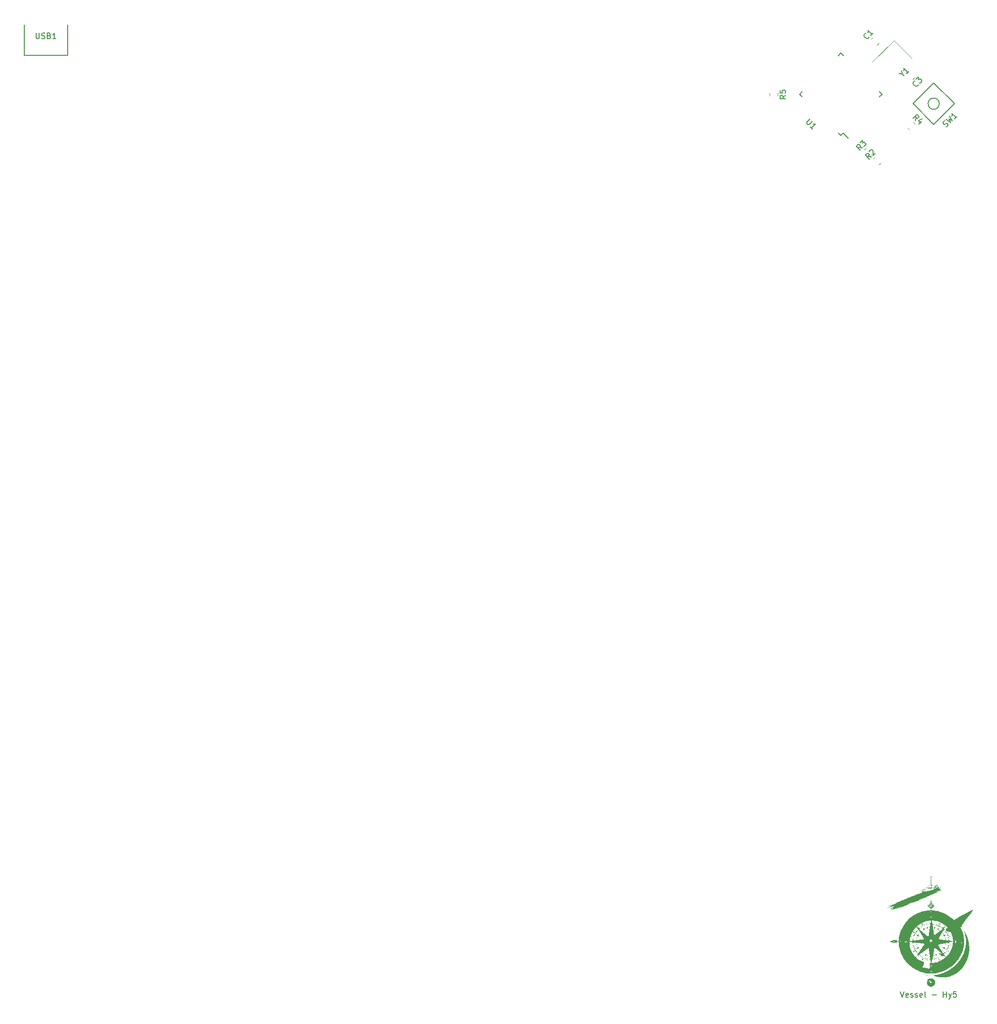
<source format=gbr>
%TF.GenerationSoftware,KiCad,Pcbnew,7.0.8*%
%TF.CreationDate,2023-10-19T20:38:54-05:00*%
%TF.ProjectId,VesselV2,56657373-656c-4563-922e-6b696361645f,rev?*%
%TF.SameCoordinates,Original*%
%TF.FileFunction,Legend,Top*%
%TF.FilePolarity,Positive*%
%FSLAX46Y46*%
G04 Gerber Fmt 4.6, Leading zero omitted, Abs format (unit mm)*
G04 Created by KiCad (PCBNEW 7.0.8) date 2023-10-19 20:38:54*
%MOMM*%
%LPD*%
G01*
G04 APERTURE LIST*
%ADD10C,0.200000*%
%ADD11C,0.150000*%
%ADD12C,0.120000*%
G04 APERTURE END LIST*
D10*
X415358066Y-221117219D02*
X415691399Y-222117219D01*
X415691399Y-222117219D02*
X416024732Y-221117219D01*
X416739018Y-222069600D02*
X416643780Y-222117219D01*
X416643780Y-222117219D02*
X416453304Y-222117219D01*
X416453304Y-222117219D02*
X416358066Y-222069600D01*
X416358066Y-222069600D02*
X416310447Y-221974361D01*
X416310447Y-221974361D02*
X416310447Y-221593409D01*
X416310447Y-221593409D02*
X416358066Y-221498171D01*
X416358066Y-221498171D02*
X416453304Y-221450552D01*
X416453304Y-221450552D02*
X416643780Y-221450552D01*
X416643780Y-221450552D02*
X416739018Y-221498171D01*
X416739018Y-221498171D02*
X416786637Y-221593409D01*
X416786637Y-221593409D02*
X416786637Y-221688647D01*
X416786637Y-221688647D02*
X416310447Y-221783885D01*
X417167590Y-222069600D02*
X417262828Y-222117219D01*
X417262828Y-222117219D02*
X417453304Y-222117219D01*
X417453304Y-222117219D02*
X417548542Y-222069600D01*
X417548542Y-222069600D02*
X417596161Y-221974361D01*
X417596161Y-221974361D02*
X417596161Y-221926742D01*
X417596161Y-221926742D02*
X417548542Y-221831504D01*
X417548542Y-221831504D02*
X417453304Y-221783885D01*
X417453304Y-221783885D02*
X417310447Y-221783885D01*
X417310447Y-221783885D02*
X417215209Y-221736266D01*
X417215209Y-221736266D02*
X417167590Y-221641028D01*
X417167590Y-221641028D02*
X417167590Y-221593409D01*
X417167590Y-221593409D02*
X417215209Y-221498171D01*
X417215209Y-221498171D02*
X417310447Y-221450552D01*
X417310447Y-221450552D02*
X417453304Y-221450552D01*
X417453304Y-221450552D02*
X417548542Y-221498171D01*
X417977114Y-222069600D02*
X418072352Y-222117219D01*
X418072352Y-222117219D02*
X418262828Y-222117219D01*
X418262828Y-222117219D02*
X418358066Y-222069600D01*
X418358066Y-222069600D02*
X418405685Y-221974361D01*
X418405685Y-221974361D02*
X418405685Y-221926742D01*
X418405685Y-221926742D02*
X418358066Y-221831504D01*
X418358066Y-221831504D02*
X418262828Y-221783885D01*
X418262828Y-221783885D02*
X418119971Y-221783885D01*
X418119971Y-221783885D02*
X418024733Y-221736266D01*
X418024733Y-221736266D02*
X417977114Y-221641028D01*
X417977114Y-221641028D02*
X417977114Y-221593409D01*
X417977114Y-221593409D02*
X418024733Y-221498171D01*
X418024733Y-221498171D02*
X418119971Y-221450552D01*
X418119971Y-221450552D02*
X418262828Y-221450552D01*
X418262828Y-221450552D02*
X418358066Y-221498171D01*
X419215209Y-222069600D02*
X419119971Y-222117219D01*
X419119971Y-222117219D02*
X418929495Y-222117219D01*
X418929495Y-222117219D02*
X418834257Y-222069600D01*
X418834257Y-222069600D02*
X418786638Y-221974361D01*
X418786638Y-221974361D02*
X418786638Y-221593409D01*
X418786638Y-221593409D02*
X418834257Y-221498171D01*
X418834257Y-221498171D02*
X418929495Y-221450552D01*
X418929495Y-221450552D02*
X419119971Y-221450552D01*
X419119971Y-221450552D02*
X419215209Y-221498171D01*
X419215209Y-221498171D02*
X419262828Y-221593409D01*
X419262828Y-221593409D02*
X419262828Y-221688647D01*
X419262828Y-221688647D02*
X418786638Y-221783885D01*
X419834257Y-222117219D02*
X419739019Y-222069600D01*
X419739019Y-222069600D02*
X419691400Y-221974361D01*
X419691400Y-221974361D02*
X419691400Y-221117219D01*
X420977115Y-221736266D02*
X421739020Y-221736266D01*
X422977115Y-222117219D02*
X422977115Y-221117219D01*
X422977115Y-221593409D02*
X423548543Y-221593409D01*
X423548543Y-222117219D02*
X423548543Y-221117219D01*
X423929496Y-221450552D02*
X424167591Y-222117219D01*
X424405686Y-221450552D02*
X424167591Y-222117219D01*
X424167591Y-222117219D02*
X424072353Y-222355314D01*
X424072353Y-222355314D02*
X424024734Y-222402933D01*
X424024734Y-222402933D02*
X423929496Y-222450552D01*
X425262829Y-221117219D02*
X424786639Y-221117219D01*
X424786639Y-221117219D02*
X424739020Y-221593409D01*
X424739020Y-221593409D02*
X424786639Y-221545790D01*
X424786639Y-221545790D02*
X424881877Y-221498171D01*
X424881877Y-221498171D02*
X425119972Y-221498171D01*
X425119972Y-221498171D02*
X425215210Y-221545790D01*
X425215210Y-221545790D02*
X425262829Y-221593409D01*
X425262829Y-221593409D02*
X425310448Y-221688647D01*
X425310448Y-221688647D02*
X425310448Y-221926742D01*
X425310448Y-221926742D02*
X425262829Y-222021980D01*
X425262829Y-222021980D02*
X425215210Y-222069600D01*
X425215210Y-222069600D02*
X425119972Y-222117219D01*
X425119972Y-222117219D02*
X424881877Y-222117219D01*
X424881877Y-222117219D02*
X424786639Y-222069600D01*
X424786639Y-222069600D02*
X424739020Y-222021980D01*
D11*
X261786905Y-50961819D02*
X261786905Y-51771342D01*
X261786905Y-51771342D02*
X261834524Y-51866580D01*
X261834524Y-51866580D02*
X261882143Y-51914200D01*
X261882143Y-51914200D02*
X261977381Y-51961819D01*
X261977381Y-51961819D02*
X262167857Y-51961819D01*
X262167857Y-51961819D02*
X262263095Y-51914200D01*
X262263095Y-51914200D02*
X262310714Y-51866580D01*
X262310714Y-51866580D02*
X262358333Y-51771342D01*
X262358333Y-51771342D02*
X262358333Y-50961819D01*
X262786905Y-51914200D02*
X262929762Y-51961819D01*
X262929762Y-51961819D02*
X263167857Y-51961819D01*
X263167857Y-51961819D02*
X263263095Y-51914200D01*
X263263095Y-51914200D02*
X263310714Y-51866580D01*
X263310714Y-51866580D02*
X263358333Y-51771342D01*
X263358333Y-51771342D02*
X263358333Y-51676104D01*
X263358333Y-51676104D02*
X263310714Y-51580866D01*
X263310714Y-51580866D02*
X263263095Y-51533247D01*
X263263095Y-51533247D02*
X263167857Y-51485628D01*
X263167857Y-51485628D02*
X262977381Y-51438009D01*
X262977381Y-51438009D02*
X262882143Y-51390390D01*
X262882143Y-51390390D02*
X262834524Y-51342771D01*
X262834524Y-51342771D02*
X262786905Y-51247533D01*
X262786905Y-51247533D02*
X262786905Y-51152295D01*
X262786905Y-51152295D02*
X262834524Y-51057057D01*
X262834524Y-51057057D02*
X262882143Y-51009438D01*
X262882143Y-51009438D02*
X262977381Y-50961819D01*
X262977381Y-50961819D02*
X263215476Y-50961819D01*
X263215476Y-50961819D02*
X263358333Y-51009438D01*
X264120238Y-51438009D02*
X264263095Y-51485628D01*
X264263095Y-51485628D02*
X264310714Y-51533247D01*
X264310714Y-51533247D02*
X264358333Y-51628485D01*
X264358333Y-51628485D02*
X264358333Y-51771342D01*
X264358333Y-51771342D02*
X264310714Y-51866580D01*
X264310714Y-51866580D02*
X264263095Y-51914200D01*
X264263095Y-51914200D02*
X264167857Y-51961819D01*
X264167857Y-51961819D02*
X263786905Y-51961819D01*
X263786905Y-51961819D02*
X263786905Y-50961819D01*
X263786905Y-50961819D02*
X264120238Y-50961819D01*
X264120238Y-50961819D02*
X264215476Y-51009438D01*
X264215476Y-51009438D02*
X264263095Y-51057057D01*
X264263095Y-51057057D02*
X264310714Y-51152295D01*
X264310714Y-51152295D02*
X264310714Y-51247533D01*
X264310714Y-51247533D02*
X264263095Y-51342771D01*
X264263095Y-51342771D02*
X264215476Y-51390390D01*
X264215476Y-51390390D02*
X264120238Y-51438009D01*
X264120238Y-51438009D02*
X263786905Y-51438009D01*
X265310714Y-51961819D02*
X264739286Y-51961819D01*
X265025000Y-51961819D02*
X265025000Y-50961819D01*
X265025000Y-50961819D02*
X264929762Y-51104676D01*
X264929762Y-51104676D02*
X264834524Y-51199914D01*
X264834524Y-51199914D02*
X264739286Y-51247533D01*
X418495350Y-60072151D02*
X418495350Y-60139495D01*
X418495350Y-60139495D02*
X418428006Y-60274182D01*
X418428006Y-60274182D02*
X418360663Y-60341525D01*
X418360663Y-60341525D02*
X418225976Y-60408869D01*
X418225976Y-60408869D02*
X418091289Y-60408869D01*
X418091289Y-60408869D02*
X417990274Y-60375197D01*
X417990274Y-60375197D02*
X417821915Y-60274182D01*
X417821915Y-60274182D02*
X417720900Y-60173167D01*
X417720900Y-60173167D02*
X417619884Y-60004808D01*
X417619884Y-60004808D02*
X417586213Y-59903793D01*
X417586213Y-59903793D02*
X417586213Y-59769106D01*
X417586213Y-59769106D02*
X417653556Y-59634419D01*
X417653556Y-59634419D02*
X417720900Y-59567075D01*
X417720900Y-59567075D02*
X417855587Y-59499732D01*
X417855587Y-59499732D02*
X417922930Y-59499732D01*
X418091289Y-59196686D02*
X418529022Y-58758953D01*
X418529022Y-58758953D02*
X418562693Y-59264029D01*
X418562693Y-59264029D02*
X418663709Y-59163014D01*
X418663709Y-59163014D02*
X418764724Y-59129342D01*
X418764724Y-59129342D02*
X418832067Y-59129342D01*
X418832067Y-59129342D02*
X418933083Y-59163014D01*
X418933083Y-59163014D02*
X419101441Y-59331373D01*
X419101441Y-59331373D02*
X419135113Y-59432388D01*
X419135113Y-59432388D02*
X419135113Y-59499732D01*
X419135113Y-59499732D02*
X419101441Y-59600747D01*
X419101441Y-59600747D02*
X418899411Y-59802777D01*
X418899411Y-59802777D02*
X418798396Y-59836449D01*
X418798396Y-59836449D02*
X418731052Y-59836449D01*
X418011669Y-66505728D02*
X418112684Y-65933309D01*
X417607608Y-66101667D02*
X418314715Y-65394561D01*
X418314715Y-65394561D02*
X418584089Y-65663935D01*
X418584089Y-65663935D02*
X418617761Y-65764950D01*
X418617761Y-65764950D02*
X418617761Y-65832293D01*
X418617761Y-65832293D02*
X418584089Y-65933309D01*
X418584089Y-65933309D02*
X418483074Y-66034324D01*
X418483074Y-66034324D02*
X418382058Y-66067996D01*
X418382058Y-66067996D02*
X418314715Y-66067996D01*
X418314715Y-66067996D02*
X418213700Y-66034324D01*
X418213700Y-66034324D02*
X417944326Y-65764950D01*
X419089165Y-66640415D02*
X418617761Y-67111820D01*
X419190180Y-66202683D02*
X418516745Y-66539400D01*
X418516745Y-66539400D02*
X418954478Y-66977133D01*
X410224428Y-72943030D02*
X409652009Y-72842015D01*
X409820367Y-73347091D02*
X409113261Y-72639984D01*
X409113261Y-72639984D02*
X409382635Y-72370610D01*
X409382635Y-72370610D02*
X409483650Y-72336938D01*
X409483650Y-72336938D02*
X409550993Y-72336938D01*
X409550993Y-72336938D02*
X409652009Y-72370610D01*
X409652009Y-72370610D02*
X409753024Y-72471625D01*
X409753024Y-72471625D02*
X409786696Y-72572641D01*
X409786696Y-72572641D02*
X409786696Y-72639984D01*
X409786696Y-72639984D02*
X409753024Y-72740999D01*
X409753024Y-72740999D02*
X409483650Y-73010373D01*
X409854039Y-72033893D02*
X409854039Y-71966549D01*
X409854039Y-71966549D02*
X409887711Y-71865534D01*
X409887711Y-71865534D02*
X410056070Y-71697175D01*
X410056070Y-71697175D02*
X410157085Y-71663503D01*
X410157085Y-71663503D02*
X410224428Y-71663503D01*
X410224428Y-71663503D02*
X410325444Y-71697175D01*
X410325444Y-71697175D02*
X410392787Y-71764519D01*
X410392787Y-71764519D02*
X410460131Y-71899206D01*
X410460131Y-71899206D02*
X410460131Y-72707328D01*
X410460131Y-72707328D02*
X410897863Y-72269595D01*
X394949319Y-62017366D02*
X394473128Y-62350699D01*
X394949319Y-62588794D02*
X393949319Y-62588794D01*
X393949319Y-62588794D02*
X393949319Y-62207842D01*
X393949319Y-62207842D02*
X393996938Y-62112604D01*
X393996938Y-62112604D02*
X394044557Y-62064985D01*
X394044557Y-62064985D02*
X394139795Y-62017366D01*
X394139795Y-62017366D02*
X394282652Y-62017366D01*
X394282652Y-62017366D02*
X394377890Y-62064985D01*
X394377890Y-62064985D02*
X394425509Y-62112604D01*
X394425509Y-62112604D02*
X394473128Y-62207842D01*
X394473128Y-62207842D02*
X394473128Y-62588794D01*
X393949319Y-61112604D02*
X393949319Y-61588794D01*
X393949319Y-61588794D02*
X394425509Y-61636413D01*
X394425509Y-61636413D02*
X394377890Y-61588794D01*
X394377890Y-61588794D02*
X394330271Y-61493556D01*
X394330271Y-61493556D02*
X394330271Y-61255461D01*
X394330271Y-61255461D02*
X394377890Y-61160223D01*
X394377890Y-61160223D02*
X394425509Y-61112604D01*
X394425509Y-61112604D02*
X394520747Y-61064985D01*
X394520747Y-61064985D02*
X394758842Y-61064985D01*
X394758842Y-61064985D02*
X394854080Y-61112604D01*
X394854080Y-61112604D02*
X394901700Y-61160223D01*
X394901700Y-61160223D02*
X394949319Y-61255461D01*
X394949319Y-61255461D02*
X394949319Y-61493556D01*
X394949319Y-61493556D02*
X394901700Y-61588794D01*
X394901700Y-61588794D02*
X394854080Y-61636413D01*
X423472007Y-67604424D02*
X423606694Y-67537081D01*
X423606694Y-67537081D02*
X423775052Y-67368722D01*
X423775052Y-67368722D02*
X423808724Y-67267707D01*
X423808724Y-67267707D02*
X423808724Y-67200363D01*
X423808724Y-67200363D02*
X423775052Y-67099348D01*
X423775052Y-67099348D02*
X423707709Y-67032004D01*
X423707709Y-67032004D02*
X423606694Y-66998333D01*
X423606694Y-66998333D02*
X423539350Y-66998333D01*
X423539350Y-66998333D02*
X423438335Y-67032004D01*
X423438335Y-67032004D02*
X423269976Y-67133020D01*
X423269976Y-67133020D02*
X423168961Y-67166691D01*
X423168961Y-67166691D02*
X423101617Y-67166691D01*
X423101617Y-67166691D02*
X423000602Y-67133020D01*
X423000602Y-67133020D02*
X422933259Y-67065676D01*
X422933259Y-67065676D02*
X422899587Y-66964661D01*
X422899587Y-66964661D02*
X422899587Y-66897317D01*
X422899587Y-66897317D02*
X422933259Y-66796302D01*
X422933259Y-66796302D02*
X423101617Y-66627943D01*
X423101617Y-66627943D02*
X423236304Y-66560600D01*
X423438335Y-66291226D02*
X424313801Y-66829974D01*
X424313801Y-66829974D02*
X423943411Y-66190210D01*
X423943411Y-66190210D02*
X424583175Y-66560600D01*
X424583175Y-66560600D02*
X424044427Y-65685134D01*
X425391296Y-65752478D02*
X424987235Y-66156539D01*
X425189266Y-65954508D02*
X424482159Y-65247402D01*
X424482159Y-65247402D02*
X424515831Y-65415760D01*
X424515831Y-65415760D02*
X424515831Y-65550447D01*
X424515831Y-65550447D02*
X424482159Y-65651463D01*
X415663346Y-58252881D02*
X416000064Y-58589599D01*
X415057255Y-58118194D02*
X415663346Y-58252881D01*
X415663346Y-58252881D02*
X415528659Y-57646790D01*
X416841857Y-57747805D02*
X416437796Y-58151866D01*
X416639827Y-57949835D02*
X415932720Y-57242729D01*
X415932720Y-57242729D02*
X415966392Y-57411087D01*
X415966392Y-57411087D02*
X415966392Y-57545774D01*
X415966392Y-57545774D02*
X415932720Y-57646790D01*
X399329507Y-66194396D02*
X398757087Y-66766816D01*
X398757087Y-66766816D02*
X398723415Y-66867831D01*
X398723415Y-66867831D02*
X398723415Y-66935175D01*
X398723415Y-66935175D02*
X398757087Y-67036190D01*
X398757087Y-67036190D02*
X398891774Y-67170877D01*
X398891774Y-67170877D02*
X398992789Y-67204549D01*
X398992789Y-67204549D02*
X399060133Y-67204549D01*
X399060133Y-67204549D02*
X399161148Y-67170877D01*
X399161148Y-67170877D02*
X399733568Y-66598457D01*
X399733568Y-68012671D02*
X399329507Y-67608610D01*
X399531537Y-67810640D02*
X400238644Y-67103534D01*
X400238644Y-67103534D02*
X400070285Y-67137205D01*
X400070285Y-67137205D02*
X399935598Y-67137205D01*
X399935598Y-67137205D02*
X399834583Y-67103534D01*
X409769472Y-51590073D02*
X409769472Y-51657417D01*
X409769472Y-51657417D02*
X409702128Y-51792104D01*
X409702128Y-51792104D02*
X409634785Y-51859447D01*
X409634785Y-51859447D02*
X409500098Y-51926791D01*
X409500098Y-51926791D02*
X409365411Y-51926791D01*
X409365411Y-51926791D02*
X409264396Y-51893119D01*
X409264396Y-51893119D02*
X409096037Y-51792104D01*
X409096037Y-51792104D02*
X408995022Y-51691089D01*
X408995022Y-51691089D02*
X408894006Y-51522730D01*
X408894006Y-51522730D02*
X408860335Y-51421715D01*
X408860335Y-51421715D02*
X408860335Y-51287028D01*
X408860335Y-51287028D02*
X408927678Y-51152341D01*
X408927678Y-51152341D02*
X408995022Y-51084997D01*
X408995022Y-51084997D02*
X409129709Y-51017654D01*
X409129709Y-51017654D02*
X409197052Y-51017654D01*
X410510250Y-50983982D02*
X410106189Y-51388043D01*
X410308220Y-51186012D02*
X409601113Y-50478906D01*
X409601113Y-50478906D02*
X409634785Y-50647264D01*
X409634785Y-50647264D02*
X409634785Y-50781951D01*
X409634785Y-50781951D02*
X409601113Y-50882967D01*
X408636928Y-71355530D02*
X408064509Y-71254515D01*
X408232867Y-71759591D02*
X407525761Y-71052484D01*
X407525761Y-71052484D02*
X407795135Y-70783110D01*
X407795135Y-70783110D02*
X407896150Y-70749438D01*
X407896150Y-70749438D02*
X407963493Y-70749438D01*
X407963493Y-70749438D02*
X408064509Y-70783110D01*
X408064509Y-70783110D02*
X408165524Y-70884125D01*
X408165524Y-70884125D02*
X408199196Y-70985141D01*
X408199196Y-70985141D02*
X408199196Y-71052484D01*
X408199196Y-71052484D02*
X408165524Y-71153499D01*
X408165524Y-71153499D02*
X407896150Y-71422873D01*
X408165524Y-70412721D02*
X408603257Y-69974988D01*
X408603257Y-69974988D02*
X408636928Y-70480064D01*
X408636928Y-70480064D02*
X408737944Y-70379049D01*
X408737944Y-70379049D02*
X408838959Y-70345377D01*
X408838959Y-70345377D02*
X408906302Y-70345377D01*
X408906302Y-70345377D02*
X409007318Y-70379049D01*
X409007318Y-70379049D02*
X409175676Y-70547408D01*
X409175676Y-70547408D02*
X409209348Y-70648423D01*
X409209348Y-70648423D02*
X409209348Y-70715767D01*
X409209348Y-70715767D02*
X409175676Y-70816782D01*
X409175676Y-70816782D02*
X408973646Y-71018812D01*
X408973646Y-71018812D02*
X408872631Y-71052484D01*
X408872631Y-71052484D02*
X408805287Y-71052484D01*
%TO.C,USB1*%
X267375000Y-49475000D02*
X267375000Y-54925000D01*
X259675000Y-49475000D02*
X259675000Y-54925000D01*
X267375000Y-54925000D02*
X259675000Y-54925000D01*
D12*
%TO.C,C3*%
X417875457Y-58847090D02*
X417505990Y-59216557D01*
X416836010Y-57807643D02*
X416466543Y-58177110D01*
%TO.C,R4*%
X417643565Y-66788418D02*
X417964682Y-67109535D01*
X416604118Y-67827865D02*
X416925235Y-68148982D01*
%TO.C,?*%
G36*
X412559027Y-206460416D02*
G01*
X412553472Y-206465972D01*
X412547916Y-206460416D01*
X412553472Y-206454861D01*
X412559027Y-206460416D01*
G37*
G36*
X412670138Y-206093750D02*
G01*
X412664583Y-206099305D01*
X412659027Y-206093750D01*
X412664583Y-206088194D01*
X412670138Y-206093750D01*
G37*
G36*
X412692361Y-206082638D02*
G01*
X412686805Y-206088194D01*
X412681250Y-206082638D01*
X412686805Y-206077083D01*
X412692361Y-206082638D01*
G37*
G36*
X412759027Y-206060416D02*
G01*
X412753472Y-206065972D01*
X412747916Y-206060416D01*
X412753472Y-206054861D01*
X412759027Y-206060416D01*
G37*
G36*
X412814583Y-206038194D02*
G01*
X412809027Y-206043750D01*
X412803472Y-206038194D01*
X412809027Y-206032638D01*
X412814583Y-206038194D01*
G37*
G36*
X413047916Y-205949305D02*
G01*
X413042361Y-205954861D01*
X413036805Y-205949305D01*
X413042361Y-205943750D01*
X413047916Y-205949305D01*
G37*
G36*
X413192361Y-206115972D02*
G01*
X413186805Y-206121527D01*
X413181250Y-206115972D01*
X413186805Y-206110416D01*
X413192361Y-206115972D01*
G37*
G36*
X413203472Y-206504861D02*
G01*
X413197916Y-206510416D01*
X413192361Y-206504861D01*
X413197916Y-206499305D01*
X413203472Y-206504861D01*
G37*
G36*
X413225694Y-206104861D02*
G01*
X413220138Y-206110416D01*
X413214583Y-206104861D01*
X413220138Y-206099305D01*
X413225694Y-206104861D01*
G37*
G36*
X413247916Y-206093750D02*
G01*
X413242361Y-206099305D01*
X413236805Y-206093750D01*
X413242361Y-206088194D01*
X413247916Y-206093750D01*
G37*
G36*
X413314583Y-206460416D02*
G01*
X413309027Y-206465972D01*
X413303472Y-206460416D01*
X413309027Y-206454861D01*
X413314583Y-206460416D01*
G37*
G36*
X413347916Y-206015972D02*
G01*
X413342361Y-206021527D01*
X413336805Y-206015972D01*
X413342361Y-206010416D01*
X413347916Y-206015972D01*
G37*
G36*
X413403472Y-206438194D02*
G01*
X413397916Y-206443750D01*
X413392361Y-206438194D01*
X413397916Y-206432638D01*
X413403472Y-206438194D01*
G37*
G36*
X413536805Y-206527083D02*
G01*
X413531250Y-206532638D01*
X413525694Y-206527083D01*
X413531250Y-206521527D01*
X413536805Y-206527083D01*
G37*
G36*
X413603472Y-206504861D02*
G01*
X413597916Y-206510416D01*
X413592361Y-206504861D01*
X413597916Y-206499305D01*
X413603472Y-206504861D01*
G37*
G36*
X413759027Y-206182638D02*
G01*
X413753472Y-206188194D01*
X413747916Y-206182638D01*
X413753472Y-206177083D01*
X413759027Y-206182638D01*
G37*
G36*
X413836805Y-206727083D02*
G01*
X413831250Y-206732638D01*
X413825694Y-206727083D01*
X413831250Y-206721527D01*
X413836805Y-206727083D01*
G37*
G36*
X413892361Y-206171527D02*
G01*
X413886805Y-206177083D01*
X413881250Y-206171527D01*
X413886805Y-206165972D01*
X413892361Y-206171527D01*
G37*
G36*
X413936805Y-206149305D02*
G01*
X413931250Y-206154861D01*
X413925694Y-206149305D01*
X413931250Y-206143750D01*
X413936805Y-206149305D01*
G37*
G36*
X413947916Y-206671527D02*
G01*
X413942361Y-206677083D01*
X413936805Y-206671527D01*
X413942361Y-206665972D01*
X413947916Y-206671527D01*
G37*
G36*
X413981250Y-206660416D02*
G01*
X413975694Y-206665972D01*
X413970138Y-206660416D01*
X413975694Y-206654861D01*
X413981250Y-206660416D01*
G37*
G36*
X414025694Y-206082638D02*
G01*
X414020138Y-206088194D01*
X414014583Y-206082638D01*
X414020138Y-206077083D01*
X414025694Y-206082638D01*
G37*
G36*
X414081250Y-206615972D02*
G01*
X414075694Y-206621527D01*
X414070138Y-206615972D01*
X414075694Y-206610416D01*
X414081250Y-206615972D01*
G37*
G36*
X414114583Y-206638194D02*
G01*
X414109027Y-206643750D01*
X414103472Y-206638194D01*
X414109027Y-206632638D01*
X414114583Y-206638194D01*
G37*
G36*
X414136805Y-206593750D02*
G01*
X414131250Y-206599305D01*
X414125694Y-206593750D01*
X414131250Y-206588194D01*
X414136805Y-206593750D01*
G37*
G36*
X414270138Y-206582638D02*
G01*
X414264583Y-206588194D01*
X414259027Y-206582638D01*
X414264583Y-206577083D01*
X414270138Y-206582638D01*
G37*
G36*
X414292361Y-206571527D02*
G01*
X414286805Y-206577083D01*
X414281250Y-206571527D01*
X414286805Y-206565972D01*
X414292361Y-206571527D01*
G37*
G36*
X417547916Y-212482638D02*
G01*
X417542361Y-212488194D01*
X417536805Y-212482638D01*
X417542361Y-212477083D01*
X417547916Y-212482638D01*
G37*
G36*
X417559027Y-212004861D02*
G01*
X417553472Y-212010416D01*
X417547916Y-212004861D01*
X417553472Y-211999305D01*
X417559027Y-212004861D01*
G37*
G36*
X417692361Y-213171527D02*
G01*
X417686805Y-213177083D01*
X417681250Y-213171527D01*
X417686805Y-213165972D01*
X417692361Y-213171527D01*
G37*
G36*
X417725694Y-213160416D02*
G01*
X417720138Y-213165972D01*
X417714583Y-213160416D01*
X417720138Y-213154861D01*
X417725694Y-213160416D01*
G37*
G36*
X417747916Y-213149305D02*
G01*
X417742361Y-213154861D01*
X417736805Y-213149305D01*
X417742361Y-213143750D01*
X417747916Y-213149305D01*
G37*
G36*
X417925694Y-210782638D02*
G01*
X417920138Y-210788194D01*
X417914583Y-210782638D01*
X417920138Y-210777083D01*
X417925694Y-210782638D01*
G37*
G36*
X417947916Y-210871527D02*
G01*
X417942361Y-210877083D01*
X417936805Y-210871527D01*
X417942361Y-210865972D01*
X417947916Y-210871527D01*
G37*
G36*
X418036805Y-210693750D02*
G01*
X418031250Y-210699305D01*
X418025694Y-210693750D01*
X418031250Y-210688194D01*
X418036805Y-210693750D01*
G37*
G36*
X418081250Y-213860416D02*
G01*
X418075694Y-213865972D01*
X418070138Y-213860416D01*
X418075694Y-213854861D01*
X418081250Y-213860416D01*
G37*
G36*
X418181250Y-209671527D02*
G01*
X418175694Y-209677083D01*
X418170138Y-209671527D01*
X418175694Y-209665972D01*
X418181250Y-209671527D01*
G37*
G36*
X418714583Y-217849305D02*
G01*
X418709027Y-217854861D01*
X418703472Y-217849305D01*
X418709027Y-217843750D01*
X418714583Y-217849305D01*
G37*
G36*
X418781250Y-217871527D02*
G01*
X418775694Y-217877083D01*
X418770138Y-217871527D01*
X418775694Y-217865972D01*
X418781250Y-217871527D01*
G37*
G36*
X419292361Y-218038194D02*
G01*
X419286805Y-218043750D01*
X419281250Y-218038194D01*
X419286805Y-218032638D01*
X419292361Y-218038194D01*
G37*
G36*
X419325694Y-209471527D02*
G01*
X419320138Y-209477083D01*
X419314583Y-209471527D01*
X419320138Y-209465972D01*
X419325694Y-209471527D01*
G37*
G36*
X419325694Y-218049305D02*
G01*
X419320138Y-218054861D01*
X419314583Y-218049305D01*
X419320138Y-218043750D01*
X419325694Y-218049305D01*
G37*
G36*
X419370138Y-215093750D02*
G01*
X419364583Y-215099305D01*
X419359027Y-215093750D01*
X419364583Y-215088194D01*
X419370138Y-215093750D01*
G37*
G36*
X419370138Y-218060416D02*
G01*
X419364583Y-218065972D01*
X419359027Y-218060416D01*
X419364583Y-218054861D01*
X419370138Y-218060416D01*
G37*
G36*
X419381250Y-212604861D02*
G01*
X419375694Y-212610416D01*
X419370138Y-212604861D01*
X419375694Y-212599305D01*
X419381250Y-212604861D01*
G37*
G36*
X419481250Y-215104861D02*
G01*
X419475694Y-215110416D01*
X419470138Y-215104861D01*
X419475694Y-215099305D01*
X419481250Y-215104861D01*
G37*
G36*
X420136805Y-204327083D02*
G01*
X420131250Y-204332638D01*
X420125694Y-204327083D01*
X420131250Y-204321527D01*
X420136805Y-204327083D01*
G37*
G36*
X420247916Y-204282638D02*
G01*
X420242361Y-204288194D01*
X420236805Y-204282638D01*
X420242361Y-204277083D01*
X420247916Y-204282638D01*
G37*
G36*
X420281250Y-202271527D02*
G01*
X420275694Y-202277083D01*
X420270138Y-202271527D01*
X420275694Y-202265972D01*
X420281250Y-202271527D01*
G37*
G36*
X420347916Y-218271527D02*
G01*
X420342361Y-218277083D01*
X420336805Y-218271527D01*
X420342361Y-218265972D01*
X420347916Y-218271527D01*
G37*
G36*
X420392361Y-204127083D02*
G01*
X420386805Y-204132638D01*
X420381250Y-204127083D01*
X420386805Y-204121527D01*
X420392361Y-204127083D01*
G37*
G36*
X420592361Y-218382638D02*
G01*
X420586805Y-218388194D01*
X420581250Y-218382638D01*
X420586805Y-218377083D01*
X420592361Y-218382638D01*
G37*
G36*
X420603472Y-204149305D02*
G01*
X420597916Y-204154861D01*
X420592361Y-204149305D01*
X420597916Y-204143750D01*
X420603472Y-204149305D01*
G37*
G36*
X420681250Y-204127083D02*
G01*
X420675694Y-204132638D01*
X420670138Y-204127083D01*
X420675694Y-204121527D01*
X420681250Y-204127083D01*
G37*
G36*
X420747916Y-201871527D02*
G01*
X420742361Y-201877083D01*
X420736805Y-201871527D01*
X420742361Y-201865972D01*
X420747916Y-201871527D01*
G37*
G36*
X420892361Y-201771527D02*
G01*
X420886805Y-201777083D01*
X420881250Y-201771527D01*
X420886805Y-201765972D01*
X420892361Y-201771527D01*
G37*
G36*
X420914583Y-201538194D02*
G01*
X420909027Y-201543750D01*
X420903472Y-201538194D01*
X420909027Y-201532638D01*
X420914583Y-201538194D01*
G37*
G36*
X420981250Y-201971527D02*
G01*
X420975694Y-201977083D01*
X420970138Y-201971527D01*
X420975694Y-201965972D01*
X420981250Y-201971527D01*
G37*
G36*
X421170138Y-202482638D02*
G01*
X421164583Y-202488194D01*
X421159027Y-202482638D01*
X421164583Y-202477083D01*
X421170138Y-202482638D01*
G37*
G36*
X421214583Y-202249305D02*
G01*
X421209027Y-202254861D01*
X421203472Y-202249305D01*
X421209027Y-202243750D01*
X421214583Y-202249305D01*
G37*
G36*
X421425694Y-213460416D02*
G01*
X421420138Y-213465972D01*
X421414583Y-213460416D01*
X421420138Y-213454861D01*
X421425694Y-213460416D01*
G37*
G36*
X421481250Y-202171527D02*
G01*
X421475694Y-202177083D01*
X421470138Y-202171527D01*
X421475694Y-202165972D01*
X421481250Y-202171527D01*
G37*
G36*
X421503472Y-202138194D02*
G01*
X421497916Y-202143750D01*
X421492361Y-202138194D01*
X421497916Y-202132638D01*
X421503472Y-202138194D01*
G37*
G36*
X421536805Y-202160416D02*
G01*
X421531250Y-202165972D01*
X421525694Y-202160416D01*
X421531250Y-202154861D01*
X421536805Y-202160416D01*
G37*
G36*
X421792361Y-203727083D02*
G01*
X421786805Y-203732638D01*
X421781250Y-203727083D01*
X421786805Y-203721527D01*
X421792361Y-203727083D01*
G37*
G36*
X421859027Y-202127083D02*
G01*
X421853472Y-202132638D01*
X421847916Y-202127083D01*
X421853472Y-202121527D01*
X421859027Y-202127083D01*
G37*
G36*
X421947916Y-202593750D02*
G01*
X421942361Y-202599305D01*
X421936805Y-202593750D01*
X421942361Y-202588194D01*
X421947916Y-202593750D01*
G37*
G36*
X421992361Y-215104861D02*
G01*
X421986805Y-215110416D01*
X421981250Y-215104861D01*
X421986805Y-215099305D01*
X421992361Y-215104861D01*
G37*
G36*
X422014583Y-202549305D02*
G01*
X422009027Y-202554861D01*
X422003472Y-202549305D01*
X422009027Y-202543750D01*
X422014583Y-202549305D01*
G37*
G36*
X422025694Y-202215972D02*
G01*
X422020138Y-202221527D01*
X422014583Y-202215972D01*
X422020138Y-202210416D01*
X422025694Y-202215972D01*
G37*
G36*
X422025694Y-202515972D02*
G01*
X422020138Y-202521527D01*
X422014583Y-202515972D01*
X422020138Y-202510416D01*
X422025694Y-202515972D01*
G37*
G36*
X422036805Y-202560416D02*
G01*
X422031250Y-202565972D01*
X422025694Y-202560416D01*
X422031250Y-202554861D01*
X422036805Y-202560416D01*
G37*
G36*
X422047916Y-209349305D02*
G01*
X422042361Y-209354861D01*
X422036805Y-209349305D01*
X422042361Y-209343750D01*
X422047916Y-209349305D01*
G37*
G36*
X422059027Y-202149305D02*
G01*
X422053472Y-202154861D01*
X422047916Y-202149305D01*
X422053472Y-202143750D01*
X422059027Y-202149305D01*
G37*
G36*
X422059027Y-215071527D02*
G01*
X422053472Y-215077083D01*
X422047916Y-215071527D01*
X422053472Y-215065972D01*
X422059027Y-215071527D01*
G37*
G36*
X422081250Y-202538194D02*
G01*
X422075694Y-202543750D01*
X422070138Y-202538194D01*
X422075694Y-202532638D01*
X422081250Y-202538194D01*
G37*
G36*
X422092361Y-212915972D02*
G01*
X422086805Y-212921527D01*
X422081250Y-212915972D01*
X422086805Y-212910416D01*
X422092361Y-212915972D01*
G37*
G36*
X422114583Y-202271527D02*
G01*
X422109027Y-202277083D01*
X422103472Y-202271527D01*
X422109027Y-202265972D01*
X422114583Y-202271527D01*
G37*
G36*
X422125694Y-212860416D02*
G01*
X422120138Y-212865972D01*
X422114583Y-212860416D01*
X422120138Y-212854861D01*
X422125694Y-212860416D01*
G37*
G36*
X422125694Y-215027083D02*
G01*
X422120138Y-215032638D01*
X422114583Y-215027083D01*
X422120138Y-215021527D01*
X422125694Y-215027083D01*
G37*
G36*
X422136805Y-209382638D02*
G01*
X422131250Y-209388194D01*
X422125694Y-209382638D01*
X422131250Y-209377083D01*
X422136805Y-209382638D01*
G37*
G36*
X422136805Y-215049305D02*
G01*
X422131250Y-215054861D01*
X422125694Y-215049305D01*
X422131250Y-215043750D01*
X422136805Y-215049305D01*
G37*
G36*
X422159027Y-215104861D02*
G01*
X422153472Y-215110416D01*
X422147916Y-215104861D01*
X422153472Y-215099305D01*
X422159027Y-215104861D01*
G37*
G36*
X422170138Y-209404861D02*
G01*
X422164583Y-209410416D01*
X422159027Y-209404861D01*
X422164583Y-209399305D01*
X422170138Y-209404861D01*
G37*
G36*
X422181250Y-203149305D02*
G01*
X422175694Y-203154861D01*
X422170138Y-203149305D01*
X422175694Y-203143750D01*
X422181250Y-203149305D01*
G37*
G36*
X422181250Y-215060416D02*
G01*
X422175694Y-215065972D01*
X422170138Y-215060416D01*
X422175694Y-215054861D01*
X422181250Y-215060416D01*
G37*
G36*
X422192361Y-202093750D02*
G01*
X422186805Y-202099305D01*
X422181250Y-202093750D01*
X422186805Y-202088194D01*
X422192361Y-202093750D01*
G37*
G36*
X422192361Y-215082638D02*
G01*
X422186805Y-215088194D01*
X422181250Y-215082638D01*
X422186805Y-215077083D01*
X422192361Y-215082638D01*
G37*
G36*
X422214583Y-218571527D02*
G01*
X422209027Y-218577083D01*
X422203472Y-218571527D01*
X422209027Y-218565972D01*
X422214583Y-218571527D01*
G37*
G36*
X422303472Y-202382638D02*
G01*
X422297916Y-202388194D01*
X422292361Y-202382638D01*
X422297916Y-202377083D01*
X422303472Y-202382638D01*
G37*
G36*
X422325694Y-202104861D02*
G01*
X422320138Y-202110416D01*
X422314583Y-202104861D01*
X422320138Y-202099305D01*
X422325694Y-202104861D01*
G37*
G36*
X422347916Y-202571527D02*
G01*
X422342361Y-202577083D01*
X422336805Y-202571527D01*
X422342361Y-202565972D01*
X422347916Y-202571527D01*
G37*
G36*
X422403472Y-202349305D02*
G01*
X422397916Y-202354861D01*
X422392361Y-202349305D01*
X422397916Y-202343750D01*
X422403472Y-202349305D01*
G37*
G36*
X422403472Y-202538194D02*
G01*
X422397916Y-202543750D01*
X422392361Y-202538194D01*
X422397916Y-202532638D01*
X422403472Y-202538194D01*
G37*
G36*
X422414583Y-202604861D02*
G01*
X422409027Y-202610416D01*
X422403472Y-202604861D01*
X422409027Y-202599305D01*
X422414583Y-202604861D01*
G37*
G36*
X422447916Y-202393750D02*
G01*
X422442361Y-202399305D01*
X422436805Y-202393750D01*
X422442361Y-202388194D01*
X422447916Y-202393750D01*
G37*
G36*
X422447916Y-202715972D02*
G01*
X422442361Y-202721527D01*
X422436805Y-202715972D01*
X422442361Y-202710416D01*
X422447916Y-202715972D01*
G37*
G36*
X422470138Y-201993750D02*
G01*
X422464583Y-201999305D01*
X422459027Y-201993750D01*
X422464583Y-201988194D01*
X422470138Y-201993750D01*
G37*
G36*
X422514583Y-201971527D02*
G01*
X422509027Y-201977083D01*
X422503472Y-201971527D01*
X422509027Y-201965972D01*
X422514583Y-201971527D01*
G37*
G36*
X422514583Y-202693750D02*
G01*
X422509027Y-202699305D01*
X422503472Y-202693750D01*
X422509027Y-202688194D01*
X422514583Y-202693750D01*
G37*
G36*
X422536805Y-202682638D02*
G01*
X422531250Y-202688194D01*
X422525694Y-202682638D01*
X422531250Y-202677083D01*
X422536805Y-202682638D01*
G37*
G36*
X422592361Y-202660416D02*
G01*
X422586805Y-202665972D01*
X422581250Y-202660416D01*
X422586805Y-202654861D01*
X422592361Y-202660416D01*
G37*
G36*
X422614583Y-202271527D02*
G01*
X422609027Y-202277083D01*
X422603472Y-202271527D01*
X422609027Y-202265972D01*
X422614583Y-202271527D01*
G37*
G36*
X422692361Y-202238194D02*
G01*
X422686805Y-202243750D01*
X422681250Y-202238194D01*
X422686805Y-202232638D01*
X422692361Y-202238194D01*
G37*
G36*
X422714583Y-202615972D02*
G01*
X422709027Y-202621527D01*
X422703472Y-202615972D01*
X422709027Y-202610416D01*
X422714583Y-202615972D01*
G37*
G36*
X422736805Y-202604861D02*
G01*
X422731250Y-202610416D01*
X422725694Y-202604861D01*
X422731250Y-202599305D01*
X422736805Y-202604861D01*
G37*
G36*
X422759027Y-201882638D02*
G01*
X422753472Y-201888194D01*
X422747916Y-201882638D01*
X422753472Y-201877083D01*
X422759027Y-201882638D01*
G37*
G36*
X422759027Y-202593750D02*
G01*
X422753472Y-202599305D01*
X422747916Y-202593750D01*
X422753472Y-202588194D01*
X422759027Y-202593750D01*
G37*
G36*
X422825694Y-202182638D02*
G01*
X422820138Y-202188194D01*
X422814583Y-202182638D01*
X422820138Y-202177083D01*
X422825694Y-202182638D01*
G37*
G36*
X422825694Y-218615972D02*
G01*
X422820138Y-218621527D01*
X422814583Y-218615972D01*
X422820138Y-218610416D01*
X422825694Y-218615972D01*
G37*
G36*
X422847916Y-201849305D02*
G01*
X422842361Y-201854861D01*
X422836805Y-201849305D01*
X422842361Y-201843750D01*
X422847916Y-201849305D01*
G37*
G36*
X422847916Y-202393750D02*
G01*
X422842361Y-202399305D01*
X422836805Y-202393750D01*
X422842361Y-202388194D01*
X422847916Y-202393750D01*
G37*
G36*
X422914583Y-201827083D02*
G01*
X422909027Y-201832638D01*
X422903472Y-201827083D01*
X422909027Y-201821527D01*
X422914583Y-201827083D01*
G37*
G36*
X422914583Y-202371527D02*
G01*
X422909027Y-202377083D01*
X422903472Y-202371527D01*
X422909027Y-202365972D01*
X422914583Y-202371527D01*
G37*
G36*
X422914583Y-202527083D02*
G01*
X422909027Y-202532638D01*
X422903472Y-202527083D01*
X422909027Y-202521527D01*
X422914583Y-202527083D01*
G37*
G36*
X423003472Y-203015972D02*
G01*
X422997916Y-203021527D01*
X422992361Y-203015972D01*
X422997916Y-203010416D01*
X423003472Y-203015972D01*
G37*
G36*
X423025694Y-202327083D02*
G01*
X423020138Y-202332638D01*
X423014583Y-202327083D01*
X423020138Y-202321527D01*
X423025694Y-202327083D01*
G37*
G36*
X423047916Y-218604861D02*
G01*
X423042361Y-218610416D01*
X423036805Y-218604861D01*
X423042361Y-218599305D01*
X423047916Y-218604861D01*
G37*
G36*
X423070138Y-202982638D02*
G01*
X423064583Y-202988194D01*
X423059027Y-202982638D01*
X423064583Y-202977083D01*
X423070138Y-202982638D01*
G37*
G36*
X423136805Y-218638194D02*
G01*
X423131250Y-218643750D01*
X423125694Y-218638194D01*
X423131250Y-218632638D01*
X423136805Y-218638194D01*
G37*
G36*
X423236805Y-202915972D02*
G01*
X423231250Y-202921527D01*
X423225694Y-202915972D01*
X423231250Y-202910416D01*
X423236805Y-202915972D01*
G37*
G36*
X423270138Y-218604861D02*
G01*
X423264583Y-218610416D01*
X423259027Y-218604861D01*
X423264583Y-218599305D01*
X423270138Y-218604861D01*
G37*
G36*
X423381250Y-202860416D02*
G01*
X423375694Y-202865972D01*
X423370138Y-202860416D01*
X423375694Y-202854861D01*
X423381250Y-202860416D01*
G37*
G36*
X423403472Y-202849305D02*
G01*
X423397916Y-202854861D01*
X423392361Y-202849305D01*
X423397916Y-202843750D01*
X423403472Y-202849305D01*
G37*
G36*
X423425694Y-212515972D02*
G01*
X423420138Y-212521527D01*
X423414583Y-212515972D01*
X423420138Y-212510416D01*
X423425694Y-212515972D01*
G37*
G36*
X423459027Y-212504861D02*
G01*
X423453472Y-212510416D01*
X423447916Y-212504861D01*
X423453472Y-212499305D01*
X423459027Y-212504861D01*
G37*
G36*
X423481250Y-212504861D02*
G01*
X423475694Y-212510416D01*
X423470138Y-212504861D01*
X423475694Y-212499305D01*
X423481250Y-212504861D01*
G37*
G36*
X423536805Y-218593750D02*
G01*
X423531250Y-218599305D01*
X423525694Y-218593750D01*
X423531250Y-218588194D01*
X423536805Y-218593750D01*
G37*
G36*
X423636805Y-210849305D02*
G01*
X423631250Y-210854861D01*
X423625694Y-210849305D01*
X423631250Y-210843750D01*
X423636805Y-210849305D01*
G37*
G36*
X423681250Y-210827083D02*
G01*
X423675694Y-210832638D01*
X423670138Y-210827083D01*
X423675694Y-210821527D01*
X423681250Y-210827083D01*
G37*
G36*
X423681250Y-213593750D02*
G01*
X423675694Y-213599305D01*
X423670138Y-213593750D01*
X423675694Y-213588194D01*
X423681250Y-213593750D01*
G37*
G36*
X423681250Y-218571527D02*
G01*
X423675694Y-218577083D01*
X423670138Y-218571527D01*
X423675694Y-218565972D01*
X423681250Y-218571527D01*
G37*
G36*
X423703472Y-213604861D02*
G01*
X423697916Y-213610416D01*
X423692361Y-213604861D01*
X423697916Y-213599305D01*
X423703472Y-213604861D01*
G37*
G36*
X423859027Y-211415972D02*
G01*
X423853472Y-211421527D01*
X423847916Y-211415972D01*
X423853472Y-211410416D01*
X423859027Y-211415972D01*
G37*
G36*
X423870138Y-213149305D02*
G01*
X423864583Y-213154861D01*
X423859027Y-213149305D01*
X423864583Y-213143750D01*
X423870138Y-213149305D01*
G37*
G36*
X423881250Y-218515972D02*
G01*
X423875694Y-218521527D01*
X423870138Y-218515972D01*
X423875694Y-218510416D01*
X423881250Y-218515972D01*
G37*
G36*
X423914583Y-211393750D02*
G01*
X423909027Y-211399305D01*
X423903472Y-211393750D01*
X423909027Y-211388194D01*
X423914583Y-211393750D01*
G37*
G36*
X423914583Y-218504861D02*
G01*
X423909027Y-218510416D01*
X423903472Y-218504861D01*
X423909027Y-218499305D01*
X423914583Y-218504861D01*
G37*
G36*
X424170138Y-212827083D02*
G01*
X424164583Y-212832638D01*
X424159027Y-212827083D01*
X424164583Y-212821527D01*
X424170138Y-212827083D01*
G37*
G36*
X424192361Y-212671527D02*
G01*
X424186805Y-212677083D01*
X424181250Y-212671527D01*
X424186805Y-212665972D01*
X424192361Y-212671527D01*
G37*
G36*
X424192361Y-212782638D02*
G01*
X424186805Y-212788194D01*
X424181250Y-212782638D01*
X424186805Y-212777083D01*
X424192361Y-212782638D01*
G37*
G36*
X424214583Y-218427083D02*
G01*
X424209027Y-218432638D01*
X424203472Y-218427083D01*
X424209027Y-218421527D01*
X424214583Y-218427083D01*
G37*
G36*
X424225694Y-212749305D02*
G01*
X424220138Y-212754861D01*
X424214583Y-212749305D01*
X424220138Y-212743750D01*
X424225694Y-212749305D01*
G37*
G36*
X424236805Y-212671527D02*
G01*
X424231250Y-212677083D01*
X424225694Y-212671527D01*
X424231250Y-212665972D01*
X424236805Y-212671527D01*
G37*
G36*
X424259027Y-212738194D02*
G01*
X424253472Y-212743750D01*
X424247916Y-212738194D01*
X424253472Y-212732638D01*
X424259027Y-212738194D01*
G37*
G36*
X424281250Y-218415972D02*
G01*
X424275694Y-218421527D01*
X424270138Y-218415972D01*
X424275694Y-218410416D01*
X424281250Y-218415972D01*
G37*
G36*
X424759027Y-218227083D02*
G01*
X424753472Y-218232638D01*
X424747916Y-218227083D01*
X424753472Y-218221527D01*
X424759027Y-218227083D01*
G37*
G36*
X424836805Y-218160416D02*
G01*
X424831250Y-218165972D01*
X424825694Y-218160416D01*
X424831250Y-218154861D01*
X424836805Y-218160416D01*
G37*
G36*
X424925694Y-218127083D02*
G01*
X424920138Y-218132638D01*
X424914583Y-218127083D01*
X424920138Y-218121527D01*
X424925694Y-218127083D01*
G37*
G36*
X424970138Y-218093750D02*
G01*
X424964583Y-218099305D01*
X424959027Y-218093750D01*
X424964583Y-218088194D01*
X424970138Y-218093750D01*
G37*
G36*
X425025694Y-218049305D02*
G01*
X425020138Y-218054861D01*
X425014583Y-218049305D01*
X425020138Y-218043750D01*
X425025694Y-218049305D01*
G37*
G36*
X425059027Y-218049305D02*
G01*
X425053472Y-218054861D01*
X425047916Y-218049305D01*
X425053472Y-218043750D01*
X425059027Y-218049305D01*
G37*
G36*
X425603472Y-217682638D02*
G01*
X425597916Y-217688194D01*
X425592361Y-217682638D01*
X425597916Y-217677083D01*
X425603472Y-217682638D01*
G37*
G36*
X425803472Y-217504861D02*
G01*
X425797916Y-217510416D01*
X425792361Y-217504861D01*
X425797916Y-217499305D01*
X425803472Y-217504861D01*
G37*
G36*
X426025694Y-217293750D02*
G01*
X426020138Y-217299305D01*
X426014583Y-217293750D01*
X426020138Y-217288194D01*
X426025694Y-217293750D01*
G37*
G36*
X426170138Y-217149305D02*
G01*
X426164583Y-217154861D01*
X426159027Y-217149305D01*
X426164583Y-217143750D01*
X426170138Y-217149305D01*
G37*
G36*
X426381250Y-216893750D02*
G01*
X426375694Y-216899305D01*
X426370138Y-216893750D01*
X426375694Y-216888194D01*
X426381250Y-216893750D01*
G37*
G36*
X426614583Y-210238194D02*
G01*
X426609027Y-210243750D01*
X426603472Y-210238194D01*
X426609027Y-210232638D01*
X426614583Y-210238194D01*
G37*
G36*
X426625694Y-210271527D02*
G01*
X426620138Y-210277083D01*
X426614583Y-210271527D01*
X426620138Y-210265972D01*
X426625694Y-210271527D01*
G37*
G36*
X426670138Y-216482638D02*
G01*
X426664583Y-216488194D01*
X426659027Y-216482638D01*
X426664583Y-216477083D01*
X426670138Y-216482638D01*
G37*
G36*
X426725694Y-216415972D02*
G01*
X426720138Y-216421527D01*
X426714583Y-216415972D01*
X426720138Y-216410416D01*
X426725694Y-216415972D01*
G37*
G36*
X426759027Y-216327083D02*
G01*
X426753472Y-216332638D01*
X426747916Y-216327083D01*
X426753472Y-216321527D01*
X426759027Y-216327083D01*
G37*
G36*
X426836805Y-216260416D02*
G01*
X426831250Y-216265972D01*
X426825694Y-216260416D01*
X426831250Y-216254861D01*
X426836805Y-216260416D01*
G37*
G36*
X427125694Y-215638194D02*
G01*
X427120138Y-215643750D01*
X427114583Y-215638194D01*
X427120138Y-215632638D01*
X427125694Y-215638194D01*
G37*
G36*
X427192361Y-215493750D02*
G01*
X427186805Y-215499305D01*
X427181250Y-215493750D01*
X427186805Y-215488194D01*
X427192361Y-215493750D01*
G37*
G36*
X427336805Y-211727083D02*
G01*
X427331250Y-211732638D01*
X427325694Y-211727083D01*
X427331250Y-211721527D01*
X427336805Y-211727083D01*
G37*
G36*
X427581250Y-213138194D02*
G01*
X427575694Y-213143750D01*
X427570138Y-213138194D01*
X427575694Y-213132638D01*
X427581250Y-213138194D01*
G37*
G36*
X427603472Y-213660416D02*
G01*
X427597916Y-213665972D01*
X427592361Y-213660416D01*
X427597916Y-213654861D01*
X427603472Y-213660416D01*
G37*
G36*
X413021990Y-205958564D02*
G01*
X413020465Y-205965170D01*
X413014583Y-205965972D01*
X413005437Y-205961906D01*
X413007175Y-205958564D01*
X413020362Y-205957235D01*
X413021990Y-205958564D01*
G37*
G36*
X413110879Y-206536342D02*
G01*
X413109354Y-206542948D01*
X413103472Y-206543750D01*
X413094326Y-206539684D01*
X413096064Y-206536342D01*
X413109251Y-206535012D01*
X413110879Y-206536342D01*
G37*
G36*
X413166435Y-206847453D02*
G01*
X413164909Y-206854059D01*
X413159027Y-206854861D01*
X413149882Y-206850795D01*
X413151620Y-206847453D01*
X413164806Y-206846123D01*
X413166435Y-206847453D01*
G37*
G36*
X413177546Y-206514120D02*
G01*
X413176021Y-206520725D01*
X413170138Y-206521527D01*
X413160993Y-206517462D01*
X413162731Y-206514120D01*
X413175917Y-206512790D01*
X413177546Y-206514120D01*
G37*
G36*
X413233101Y-206825231D02*
G01*
X413231576Y-206831837D01*
X413225694Y-206832638D01*
X413216548Y-206828573D01*
X413218287Y-206825231D01*
X413231473Y-206823901D01*
X413233101Y-206825231D01*
G37*
G36*
X413277546Y-206469675D02*
G01*
X413276021Y-206476281D01*
X413270138Y-206477083D01*
X413260993Y-206473017D01*
X413262731Y-206469675D01*
X413275917Y-206468346D01*
X413277546Y-206469675D01*
G37*
G36*
X413377546Y-206403009D02*
G01*
X413378876Y-206416195D01*
X413377546Y-206417824D01*
X413370940Y-206416298D01*
X413370138Y-206410416D01*
X413374204Y-206401270D01*
X413377546Y-206403009D01*
G37*
G36*
X413455324Y-206736342D02*
G01*
X413453798Y-206742948D01*
X413447916Y-206743750D01*
X413438770Y-206739684D01*
X413440509Y-206736342D01*
X413453695Y-206735012D01*
X413455324Y-206736342D01*
G37*
G36*
X413521990Y-206714120D02*
G01*
X413520465Y-206720725D01*
X413514583Y-206721527D01*
X413505437Y-206717462D01*
X413507175Y-206714120D01*
X413520362Y-206712790D01*
X413521990Y-206714120D01*
G37*
G36*
X413533101Y-206647453D02*
G01*
X413531576Y-206654059D01*
X413525694Y-206654861D01*
X413516548Y-206650795D01*
X413518287Y-206647453D01*
X413531473Y-206646123D01*
X413533101Y-206647453D01*
G37*
G36*
X413666435Y-206469675D02*
G01*
X413664909Y-206476281D01*
X413659027Y-206477083D01*
X413649882Y-206473017D01*
X413651620Y-206469675D01*
X413664806Y-206468346D01*
X413666435Y-206469675D01*
G37*
G36*
X413899768Y-206147453D02*
G01*
X413898243Y-206154059D01*
X413892361Y-206154861D01*
X413883215Y-206150795D01*
X413884953Y-206147453D01*
X413898139Y-206146123D01*
X413899768Y-206147453D01*
G37*
G36*
X413966435Y-206103009D02*
G01*
X413967764Y-206116195D01*
X413966435Y-206117824D01*
X413959829Y-206116298D01*
X413959027Y-206110416D01*
X413963093Y-206101270D01*
X413966435Y-206103009D01*
G37*
G36*
X414088657Y-205658564D02*
G01*
X414087132Y-205665170D01*
X414081250Y-205665972D01*
X414072104Y-205661906D01*
X414073842Y-205658564D01*
X414087028Y-205657235D01*
X414088657Y-205658564D01*
G37*
G36*
X414088657Y-206003009D02*
G01*
X414089987Y-206016195D01*
X414088657Y-206017824D01*
X414082051Y-206016298D01*
X414081250Y-206010416D01*
X414085315Y-206001270D01*
X414088657Y-206003009D01*
G37*
G36*
X414133101Y-205647453D02*
G01*
X414131576Y-205654059D01*
X414125694Y-205654861D01*
X414116548Y-205650795D01*
X414118287Y-205647453D01*
X414131473Y-205646123D01*
X414133101Y-205647453D01*
G37*
G36*
X414244212Y-206536342D02*
G01*
X414242687Y-206542948D01*
X414236805Y-206543750D01*
X414227659Y-206539684D01*
X414229398Y-206536342D01*
X414242584Y-206535012D01*
X414244212Y-206536342D01*
G37*
G36*
X414321990Y-206514120D02*
G01*
X414320465Y-206520725D01*
X414314583Y-206521527D01*
X414305437Y-206517462D01*
X414307175Y-206514120D01*
X414320362Y-206512790D01*
X414321990Y-206514120D01*
G37*
G36*
X417655324Y-211447453D02*
G01*
X417653798Y-211454059D01*
X417647916Y-211454861D01*
X417638770Y-211450795D01*
X417640509Y-211447453D01*
X417653695Y-211446123D01*
X417655324Y-211447453D01*
G37*
G36*
X419377546Y-209403009D02*
G01*
X419378876Y-209416195D01*
X419377546Y-209417824D01*
X419370940Y-209416298D01*
X419370138Y-209410416D01*
X419374204Y-209401270D01*
X419377546Y-209403009D01*
G37*
G36*
X419399768Y-218069675D02*
G01*
X419398243Y-218076281D01*
X419392361Y-218077083D01*
X419383215Y-218073017D01*
X419384953Y-218069675D01*
X419398139Y-218068346D01*
X419399768Y-218069675D01*
G37*
G36*
X419422173Y-209441666D02*
G01*
X419423498Y-209459031D01*
X419421296Y-209462962D01*
X419416246Y-209459649D01*
X419415460Y-209448379D01*
X419418174Y-209436523D01*
X419422173Y-209441666D01*
G37*
G36*
X419455324Y-215047453D02*
G01*
X419456653Y-215060639D01*
X419455324Y-215062268D01*
X419448718Y-215060743D01*
X419447916Y-215054861D01*
X419451982Y-215045715D01*
X419455324Y-215047453D01*
G37*
G36*
X419478240Y-212625925D02*
G01*
X419474926Y-212630976D01*
X419463657Y-212631761D01*
X419451801Y-212629048D01*
X419456944Y-212625048D01*
X419474309Y-212623724D01*
X419478240Y-212625925D01*
G37*
G36*
X419500462Y-218092592D02*
G01*
X419497149Y-218097642D01*
X419485879Y-218098428D01*
X419474023Y-218095714D01*
X419479166Y-218091715D01*
X419496531Y-218090390D01*
X419500462Y-218092592D01*
G37*
G36*
X419533101Y-215091898D02*
G01*
X419531576Y-215098503D01*
X419525694Y-215099305D01*
X419516548Y-215095240D01*
X419518287Y-215091898D01*
X419531473Y-215090568D01*
X419533101Y-215091898D01*
G37*
G36*
X419533101Y-215169675D02*
G01*
X419531576Y-215176281D01*
X419525694Y-215177083D01*
X419516548Y-215173017D01*
X419518287Y-215169675D01*
X419531473Y-215168346D01*
X419533101Y-215169675D01*
G37*
G36*
X420022685Y-204381481D02*
G01*
X420019371Y-204386531D01*
X420008101Y-204387317D01*
X419996245Y-204384603D01*
X420001388Y-204380604D01*
X420018754Y-204379279D01*
X420022685Y-204381481D01*
G37*
G36*
X420099768Y-204336342D02*
G01*
X420098243Y-204342948D01*
X420092361Y-204343750D01*
X420083215Y-204339684D01*
X420084953Y-204336342D01*
X420098139Y-204335012D01*
X420099768Y-204336342D01*
G37*
G36*
X420210879Y-204214120D02*
G01*
X420212209Y-204227306D01*
X420210879Y-204228935D01*
X420204274Y-204227409D01*
X420203472Y-204221527D01*
X420207537Y-204212382D01*
X420210879Y-204214120D01*
G37*
G36*
X420244212Y-202258564D02*
G01*
X420245542Y-202271751D01*
X420244212Y-202273379D01*
X420237607Y-202271854D01*
X420236805Y-202265972D01*
X420240870Y-202256826D01*
X420244212Y-202258564D01*
G37*
G36*
X420655506Y-201475000D02*
G01*
X420656831Y-201492365D01*
X420654629Y-201496296D01*
X420649579Y-201492982D01*
X420648793Y-201481712D01*
X420651507Y-201469857D01*
X420655506Y-201475000D01*
G37*
G36*
X420655506Y-201519444D02*
G01*
X420656831Y-201536809D01*
X420654629Y-201540740D01*
X420649579Y-201537426D01*
X420648793Y-201526157D01*
X420651507Y-201514301D01*
X420655506Y-201519444D01*
G37*
G36*
X420799768Y-219369675D02*
G01*
X420801098Y-219382862D01*
X420799768Y-219384490D01*
X420793162Y-219382965D01*
X420792361Y-219377083D01*
X420796426Y-219367937D01*
X420799768Y-219369675D01*
G37*
G36*
X420888608Y-201907638D02*
G01*
X420890076Y-201930387D01*
X420888608Y-201935416D01*
X420884553Y-201936812D01*
X420883004Y-201921527D01*
X420884750Y-201905754D01*
X420888608Y-201907638D01*
G37*
G36*
X420888657Y-201425231D02*
G01*
X420889987Y-201438417D01*
X420888657Y-201440046D01*
X420882051Y-201438521D01*
X420881250Y-201432638D01*
X420885315Y-201423493D01*
X420888657Y-201425231D01*
G37*
G36*
X420899768Y-204003009D02*
G01*
X420901098Y-204016195D01*
X420899768Y-204017824D01*
X420893162Y-204016298D01*
X420892361Y-204010416D01*
X420896426Y-204001270D01*
X420899768Y-204003009D01*
G37*
G36*
X420955324Y-201980787D02*
G01*
X420953798Y-201987392D01*
X420947916Y-201988194D01*
X420938770Y-201984129D01*
X420940509Y-201980787D01*
X420953695Y-201979457D01*
X420955324Y-201980787D01*
G37*
G36*
X420966617Y-201908333D02*
G01*
X420967942Y-201925698D01*
X420965740Y-201929629D01*
X420960690Y-201926315D01*
X420959904Y-201915046D01*
X420962618Y-201903190D01*
X420966617Y-201908333D01*
G37*
G36*
X421077546Y-203936342D02*
G01*
X421076021Y-203942948D01*
X421070138Y-203943750D01*
X421060993Y-203939684D01*
X421062731Y-203936342D01*
X421075917Y-203935012D01*
X421077546Y-203936342D01*
G37*
G36*
X421133101Y-202747453D02*
G01*
X421134431Y-202760639D01*
X421133101Y-202762268D01*
X421126496Y-202760743D01*
X421125694Y-202754861D01*
X421129759Y-202745715D01*
X421133101Y-202747453D01*
G37*
G36*
X421544907Y-202192592D02*
G01*
X421541593Y-202197642D01*
X421530324Y-202198428D01*
X421518468Y-202195714D01*
X421523611Y-202191715D01*
X421540976Y-202190390D01*
X421544907Y-202192592D01*
G37*
G36*
X421599768Y-203758564D02*
G01*
X421598243Y-203765170D01*
X421592361Y-203765972D01*
X421583215Y-203761906D01*
X421584953Y-203758564D01*
X421598139Y-203757235D01*
X421599768Y-203758564D01*
G37*
G36*
X421833101Y-203603009D02*
G01*
X421834431Y-203616195D01*
X421833101Y-203617824D01*
X421826496Y-203616298D01*
X421825694Y-203610416D01*
X421829759Y-203601270D01*
X421833101Y-203603009D01*
G37*
G36*
X421888657Y-202114120D02*
G01*
X421889987Y-202127306D01*
X421888657Y-202128935D01*
X421882051Y-202127409D01*
X421881250Y-202121527D01*
X421885315Y-202112382D01*
X421888657Y-202114120D01*
G37*
G36*
X421966435Y-218547453D02*
G01*
X421964909Y-218554059D01*
X421959027Y-218554861D01*
X421949882Y-218550795D01*
X421951620Y-218547453D01*
X421964806Y-218546123D01*
X421966435Y-218547453D01*
G37*
G36*
X422077546Y-202480787D02*
G01*
X422078876Y-202493973D01*
X422077546Y-202495601D01*
X422070940Y-202494076D01*
X422070138Y-202488194D01*
X422074204Y-202479048D01*
X422077546Y-202480787D01*
G37*
G36*
X422177546Y-218558564D02*
G01*
X422178876Y-218571751D01*
X422177546Y-218573379D01*
X422170940Y-218571854D01*
X422170138Y-218565972D01*
X422174204Y-218556826D01*
X422177546Y-218558564D01*
G37*
G36*
X422177729Y-209186111D02*
G01*
X422179053Y-209203476D01*
X422176851Y-209207407D01*
X422171801Y-209204093D01*
X422171016Y-209192824D01*
X422173729Y-209180968D01*
X422177729Y-209186111D01*
G37*
G36*
X422188657Y-209136342D02*
G01*
X422189987Y-209149528D01*
X422188657Y-209151157D01*
X422182051Y-209149632D01*
X422181250Y-209143750D01*
X422185315Y-209134604D01*
X422188657Y-209136342D01*
G37*
G36*
X422199768Y-209103009D02*
G01*
X422201098Y-209116195D01*
X422199768Y-209117824D01*
X422193162Y-209116298D01*
X422192361Y-209110416D01*
X422196426Y-209101270D01*
X422199768Y-209103009D01*
G37*
G36*
X422210879Y-203503009D02*
G01*
X422212209Y-203516195D01*
X422210879Y-203517824D01*
X422204274Y-203516298D01*
X422203472Y-203510416D01*
X422207537Y-203501270D01*
X422210879Y-203503009D01*
G37*
G36*
X422210879Y-209069675D02*
G01*
X422212209Y-209082862D01*
X422210879Y-209084490D01*
X422204274Y-209082965D01*
X422203472Y-209077083D01*
X422207537Y-209067937D01*
X422210879Y-209069675D01*
G37*
G36*
X422221990Y-209480787D02*
G01*
X422220465Y-209487392D01*
X422214583Y-209488194D01*
X422205437Y-209484129D01*
X422207175Y-209480787D01*
X422220362Y-209479457D01*
X422221990Y-209480787D01*
G37*
G36*
X422266435Y-202591898D02*
G01*
X422267764Y-202605084D01*
X422266435Y-202606712D01*
X422259829Y-202605187D01*
X422259027Y-202599305D01*
X422263093Y-202590159D01*
X422266435Y-202591898D01*
G37*
G36*
X422410879Y-208880787D02*
G01*
X422412209Y-208893973D01*
X422410879Y-208895601D01*
X422404274Y-208894076D01*
X422403472Y-208888194D01*
X422407537Y-208879048D01*
X422410879Y-208880787D01*
G37*
G36*
X422477546Y-202703009D02*
G01*
X422476021Y-202709614D01*
X422470138Y-202710416D01*
X422460993Y-202706351D01*
X422462731Y-202703009D01*
X422475917Y-202701679D01*
X422477546Y-202703009D01*
G37*
G36*
X422566435Y-202669675D02*
G01*
X422564909Y-202676281D01*
X422559027Y-202677083D01*
X422549882Y-202673017D01*
X422551620Y-202669675D01*
X422564806Y-202668346D01*
X422566435Y-202669675D01*
G37*
G36*
X422566435Y-202947453D02*
G01*
X422567764Y-202960639D01*
X422566435Y-202962268D01*
X422559829Y-202960743D01*
X422559027Y-202954861D01*
X422563093Y-202945715D01*
X422566435Y-202947453D01*
G37*
G36*
X422588657Y-202947453D02*
G01*
X422589987Y-202960639D01*
X422588657Y-202962268D01*
X422582051Y-202960743D01*
X422581250Y-202954861D01*
X422585315Y-202945715D01*
X422588657Y-202947453D01*
G37*
G36*
X422610879Y-202480787D02*
G01*
X422609354Y-202487392D01*
X422603472Y-202488194D01*
X422594326Y-202484129D01*
X422596064Y-202480787D01*
X422609251Y-202479457D01*
X422610879Y-202480787D01*
G37*
G36*
X422639583Y-202447502D02*
G01*
X422640979Y-202451557D01*
X422625694Y-202453106D01*
X422609920Y-202451360D01*
X422611805Y-202447502D01*
X422634553Y-202446034D01*
X422639583Y-202447502D01*
G37*
G36*
X423844212Y-213147453D02*
G01*
X423842687Y-213154059D01*
X423836805Y-213154861D01*
X423827659Y-213150795D01*
X423829398Y-213147453D01*
X423842584Y-213146123D01*
X423844212Y-213147453D01*
G37*
G36*
X424010879Y-218458564D02*
G01*
X424012209Y-218471751D01*
X424010879Y-218473379D01*
X424004274Y-218471854D01*
X424003472Y-218465972D01*
X424007537Y-218456826D01*
X424010879Y-218458564D01*
G37*
G36*
X424110879Y-212847453D02*
G01*
X424112209Y-212860639D01*
X424110879Y-212862268D01*
X424104274Y-212860743D01*
X424103472Y-212854861D01*
X424107537Y-212845715D01*
X424110879Y-212847453D01*
G37*
G36*
X424122173Y-212797222D02*
G01*
X424123498Y-212814587D01*
X424121296Y-212818518D01*
X424116246Y-212815204D01*
X424115460Y-212803935D01*
X424118174Y-212792079D01*
X424122173Y-212797222D01*
G37*
G36*
X424133284Y-212741666D02*
G01*
X424134609Y-212759031D01*
X424132407Y-212762962D01*
X424127357Y-212759649D01*
X424126571Y-212748379D01*
X424129285Y-212736523D01*
X424133284Y-212741666D01*
G37*
G36*
X424188657Y-212703009D02*
G01*
X424187132Y-212709614D01*
X424181250Y-212710416D01*
X424172104Y-212706351D01*
X424173842Y-212703009D01*
X424187028Y-212701679D01*
X424188657Y-212703009D01*
G37*
G36*
X424188657Y-212736342D02*
G01*
X424189987Y-212749528D01*
X424188657Y-212751157D01*
X424182051Y-212749632D01*
X424181250Y-212743750D01*
X424185315Y-212734604D01*
X424188657Y-212736342D01*
G37*
G36*
X424211062Y-212786111D02*
G01*
X424212386Y-212803476D01*
X424210185Y-212807407D01*
X424205135Y-212804093D01*
X424204349Y-212792824D01*
X424207062Y-212780968D01*
X424211062Y-212786111D01*
G37*
G36*
X424222173Y-212708333D02*
G01*
X424223498Y-212725698D01*
X424221296Y-212729629D01*
X424216246Y-212726315D01*
X424215460Y-212715046D01*
X424218174Y-212703190D01*
X424222173Y-212708333D01*
G37*
G36*
X424266435Y-212680787D02*
G01*
X424267764Y-212693973D01*
X424266435Y-212695601D01*
X424259829Y-212694076D01*
X424259027Y-212688194D01*
X424263093Y-212679048D01*
X424266435Y-212680787D01*
G37*
G36*
X424510879Y-218291898D02*
G01*
X424509354Y-218298503D01*
X424503472Y-218299305D01*
X424494326Y-218295240D01*
X424496064Y-218291898D01*
X424509251Y-218290568D01*
X424510879Y-218291898D01*
G37*
G36*
X425255324Y-217903009D02*
G01*
X425253798Y-217909614D01*
X425247916Y-217910416D01*
X425238770Y-217906351D01*
X425240509Y-217903009D01*
X425253695Y-217901679D01*
X425255324Y-217903009D01*
G37*
G36*
X425288657Y-217914120D02*
G01*
X425289987Y-217927306D01*
X425288657Y-217928935D01*
X425282051Y-217927409D01*
X425281250Y-217921527D01*
X425285315Y-217912382D01*
X425288657Y-217914120D01*
G37*
G36*
X425977546Y-217314120D02*
G01*
X425978876Y-217327306D01*
X425977546Y-217328935D01*
X425970940Y-217327409D01*
X425970138Y-217321527D01*
X425974204Y-217312382D01*
X425977546Y-217314120D01*
G37*
G36*
X426344212Y-216936342D02*
G01*
X426345542Y-216949528D01*
X426344212Y-216951157D01*
X426337607Y-216949632D01*
X426336805Y-216943750D01*
X426340870Y-216934604D01*
X426344212Y-216936342D01*
G37*
G36*
X426455324Y-216803009D02*
G01*
X426456653Y-216816195D01*
X426455324Y-216817824D01*
X426448718Y-216816298D01*
X426447916Y-216810416D01*
X426451982Y-216801270D01*
X426455324Y-216803009D01*
G37*
G36*
X427355506Y-214997222D02*
G01*
X427356831Y-215014587D01*
X427354629Y-215018518D01*
X427349579Y-215015204D01*
X427348793Y-215003935D01*
X427351507Y-214992079D01*
X427355506Y-214997222D01*
G37*
G36*
X427499768Y-212403009D02*
G01*
X427498243Y-212409614D01*
X427492361Y-212410416D01*
X427483215Y-212406351D01*
X427484953Y-212403009D01*
X427498139Y-212401679D01*
X427499768Y-212403009D01*
G37*
G36*
X427555324Y-212725231D02*
G01*
X427553798Y-212731837D01*
X427547916Y-212732638D01*
X427538770Y-212728573D01*
X427540509Y-212725231D01*
X427553695Y-212723901D01*
X427555324Y-212725231D01*
G37*
G36*
X427566435Y-214058564D02*
G01*
X427564909Y-214065170D01*
X427559027Y-214065972D01*
X427549882Y-214061906D01*
X427551620Y-214058564D01*
X427564806Y-214057235D01*
X427566435Y-214058564D01*
G37*
G36*
X412898210Y-206001451D02*
G01*
X412894876Y-206009716D01*
X412884506Y-206015257D01*
X412871526Y-206018640D01*
X412876851Y-206010501D01*
X412878287Y-206009037D01*
X412892854Y-206000261D01*
X412898210Y-206001451D01*
G37*
G36*
X412975615Y-205977210D02*
G01*
X412963731Y-205986421D01*
X412950996Y-205987967D01*
X412947916Y-205983827D01*
X412956632Y-205976691D01*
X412965160Y-205972843D01*
X412976630Y-205972067D01*
X412975615Y-205977210D01*
G37*
G36*
X413219561Y-206483954D02*
G01*
X413235201Y-206492921D01*
X413232581Y-206498718D01*
X413226350Y-206499305D01*
X413211283Y-206491235D01*
X413209106Y-206488321D01*
X413210894Y-206482007D01*
X413219561Y-206483954D01*
G37*
G36*
X413671657Y-206401663D02*
G01*
X413674237Y-206407388D01*
X413659918Y-206413403D01*
X413642766Y-206415927D01*
X413644828Y-206409068D01*
X413645343Y-206408545D01*
X413664551Y-206400712D01*
X413671657Y-206401663D01*
G37*
G36*
X413687096Y-206598727D02*
G01*
X413676952Y-206609372D01*
X413660470Y-206616033D01*
X413654525Y-206612120D01*
X413657439Y-206600101D01*
X413666237Y-206594652D01*
X413685515Y-206590867D01*
X413687096Y-206598727D01*
G37*
G36*
X413823977Y-206159355D02*
G01*
X413835905Y-206170543D01*
X413833459Y-206176975D01*
X413831905Y-206177083D01*
X413822507Y-206169191D01*
X413819077Y-206164255D01*
X413817768Y-206156652D01*
X413823977Y-206159355D01*
G37*
G36*
X414020432Y-206134784D02*
G01*
X414017098Y-206143050D01*
X414006729Y-206148591D01*
X413993748Y-206151974D01*
X413999073Y-206143834D01*
X414000509Y-206142371D01*
X414015077Y-206133594D01*
X414020432Y-206134784D01*
G37*
G36*
X414035088Y-206637133D02*
G01*
X414047017Y-206648321D01*
X414044570Y-206654752D01*
X414043016Y-206654861D01*
X414033618Y-206646969D01*
X414030188Y-206642033D01*
X414028879Y-206634429D01*
X414035088Y-206637133D01*
G37*
G36*
X414198367Y-205621750D02*
G01*
X414194241Y-205629596D01*
X414179424Y-205636448D01*
X414171691Y-205633598D01*
X414164277Y-205624743D01*
X414176353Y-205617256D01*
X414196095Y-205612815D01*
X414198367Y-205621750D01*
G37*
G36*
X417890644Y-210848244D02*
G01*
X417902572Y-210859432D01*
X417900125Y-210865864D01*
X417898572Y-210865972D01*
X417889174Y-210858080D01*
X417885744Y-210853144D01*
X417884434Y-210845541D01*
X417890644Y-210848244D01*
G37*
G36*
X417935803Y-213701619D02*
G01*
X417934441Y-213711952D01*
X417928321Y-213720316D01*
X417921060Y-213711907D01*
X417916983Y-213695550D01*
X417919026Y-213691158D01*
X417930010Y-213689334D01*
X417935803Y-213701619D01*
G37*
G36*
X419436790Y-218073859D02*
G01*
X419456046Y-218081247D01*
X419455799Y-218086770D01*
X419443016Y-218088194D01*
X419424539Y-218082092D01*
X419420779Y-218078119D01*
X419424334Y-218072441D01*
X419436790Y-218073859D01*
G37*
G36*
X419490644Y-215070466D02*
G01*
X419502479Y-215080795D01*
X419503472Y-215083294D01*
X419498199Y-215087861D01*
X419487220Y-215077628D01*
X419485744Y-215075366D01*
X419484434Y-215067763D01*
X419490644Y-215070466D01*
G37*
G36*
X420197838Y-204299432D02*
G01*
X420185953Y-204308643D01*
X420173218Y-204310189D01*
X420170138Y-204306049D01*
X420178854Y-204298913D01*
X420187382Y-204295066D01*
X420198852Y-204294289D01*
X420197838Y-204299432D01*
G37*
G36*
X421368422Y-220026022D02*
G01*
X421380256Y-220036351D01*
X421381250Y-220038850D01*
X421375976Y-220043416D01*
X421364998Y-220033183D01*
X421363522Y-220030922D01*
X421362212Y-220023318D01*
X421368422Y-220026022D01*
G37*
G36*
X421753393Y-202399432D02*
G01*
X421741509Y-202408643D01*
X421728773Y-202410189D01*
X421725694Y-202406049D01*
X421734410Y-202398913D01*
X421742938Y-202395066D01*
X421754407Y-202394289D01*
X421753393Y-202399432D01*
G37*
G36*
X422064504Y-215154988D02*
G01*
X422052620Y-215164199D01*
X422039885Y-215165744D01*
X422036805Y-215161605D01*
X422045521Y-215154469D01*
X422054049Y-215150621D01*
X422065519Y-215149845D01*
X422064504Y-215154988D01*
G37*
G36*
X422253766Y-202401451D02*
G01*
X422250431Y-202409716D01*
X422240062Y-202415257D01*
X422227081Y-202418640D01*
X422232406Y-202410501D01*
X422233842Y-202409037D01*
X422248410Y-202400261D01*
X422253766Y-202401451D01*
G37*
G36*
X422530847Y-202973775D02*
G01*
X422529495Y-202983204D01*
X422518733Y-202996834D01*
X422507182Y-202998054D01*
X422503472Y-202989383D01*
X422512289Y-202977157D01*
X422519573Y-202973282D01*
X422530847Y-202973775D01*
G37*
G36*
X422728563Y-203099969D02*
G01*
X422712757Y-203110814D01*
X422695094Y-203119258D01*
X422695338Y-203115558D01*
X422705985Y-203104042D01*
X422722718Y-203091266D01*
X422731937Y-203090733D01*
X422728563Y-203099969D01*
G37*
G36*
X422931171Y-203043877D02*
G01*
X422919287Y-203053087D01*
X422906551Y-203054633D01*
X422903472Y-203050494D01*
X422912187Y-203043358D01*
X422920715Y-203039510D01*
X422932185Y-203038733D01*
X422931171Y-203043877D01*
G37*
G36*
X424154103Y-212662283D02*
G01*
X424152156Y-212670950D01*
X424143189Y-212686590D01*
X424137392Y-212683970D01*
X424136805Y-212677739D01*
X424144875Y-212662672D01*
X424147789Y-212660495D01*
X424154103Y-212662283D01*
G37*
G36*
X424155635Y-212860765D02*
G01*
X424149295Y-212868935D01*
X424139953Y-212875956D01*
X424142284Y-212864823D01*
X424143075Y-212862715D01*
X424151877Y-212849109D01*
X424156881Y-212849011D01*
X424155635Y-212860765D01*
G37*
G36*
X427281431Y-215204973D02*
G01*
X427287840Y-215218289D01*
X427286331Y-215222295D01*
X427275604Y-215232147D01*
X427270356Y-215220926D01*
X427270138Y-215215316D01*
X427275605Y-215203872D01*
X427281431Y-215204973D01*
G37*
G36*
X412647118Y-206423496D02*
G01*
X412639041Y-206431177D01*
X412636805Y-206432638D01*
X412616447Y-206442454D01*
X412606731Y-206440822D01*
X412609027Y-206432638D01*
X412624884Y-206422971D01*
X412634683Y-206421697D01*
X412647118Y-206423496D01*
G37*
G36*
X412712741Y-206401682D02*
G01*
X412714583Y-206403672D01*
X412705894Y-206410836D01*
X412697916Y-206414434D01*
X412683609Y-206414665D01*
X412681250Y-206410067D01*
X412690254Y-206400517D01*
X412697916Y-206399305D01*
X412712741Y-206401682D01*
G37*
G36*
X412766319Y-206383890D02*
G01*
X412764583Y-206388194D01*
X412754598Y-206398794D01*
X412752816Y-206399305D01*
X412748044Y-206390708D01*
X412747916Y-206388194D01*
X412756458Y-206377510D01*
X412759683Y-206377083D01*
X412766319Y-206383890D01*
G37*
G36*
X412847888Y-206351922D02*
G01*
X412847916Y-206352746D01*
X412839013Y-206365585D01*
X412830321Y-206370346D01*
X412817296Y-206370647D01*
X412817127Y-206363896D01*
X412827305Y-206350570D01*
X412840699Y-206345442D01*
X412847888Y-206351922D01*
G37*
G36*
X412899696Y-206328373D02*
G01*
X412897916Y-206332638D01*
X412883197Y-206343335D01*
X412879938Y-206343750D01*
X412873914Y-206336904D01*
X412875694Y-206332638D01*
X412890413Y-206321942D01*
X412893672Y-206321527D01*
X412899696Y-206328373D01*
G37*
G36*
X412957544Y-206312890D02*
G01*
X412953929Y-206320788D01*
X412937971Y-206332137D01*
X412921999Y-206324385D01*
X412920858Y-206322692D01*
X412924065Y-206311113D01*
X412932904Y-206305763D01*
X412952914Y-206302816D01*
X412957544Y-206312890D01*
G37*
G36*
X413099904Y-205926453D02*
G01*
X413092361Y-205932638D01*
X413072105Y-205942040D01*
X413064583Y-205943409D01*
X413062595Y-205938824D01*
X413070138Y-205932638D01*
X413090394Y-205923236D01*
X413097916Y-205921868D01*
X413099904Y-205926453D01*
G37*
G36*
X413166879Y-205902232D02*
G01*
X413164583Y-205910416D01*
X413148726Y-205920084D01*
X413138927Y-205921357D01*
X413126492Y-205919559D01*
X413134569Y-205911878D01*
X413136805Y-205910416D01*
X413157163Y-205900601D01*
X413166879Y-205902232D01*
G37*
G36*
X413214455Y-205885679D02*
G01*
X413214583Y-205888194D01*
X413206041Y-205898878D01*
X413202816Y-205899305D01*
X413196180Y-205892498D01*
X413197916Y-205888194D01*
X413207901Y-205877594D01*
X413209683Y-205877083D01*
X413214455Y-205885679D01*
G37*
G36*
X413247916Y-205871527D02*
G01*
X413258516Y-205881512D01*
X413259027Y-205883294D01*
X413250431Y-205888067D01*
X413247916Y-205888194D01*
X413237232Y-205879652D01*
X413236805Y-205876427D01*
X413243612Y-205869791D01*
X413247916Y-205871527D01*
G37*
G36*
X413481250Y-205949305D02*
G01*
X413491849Y-205959290D01*
X413492361Y-205961072D01*
X413483764Y-205965844D01*
X413481250Y-205965972D01*
X413470565Y-205957430D01*
X413470138Y-205954205D01*
X413476945Y-205947569D01*
X413481250Y-205949305D01*
G37*
G36*
X413569816Y-206696649D02*
G01*
X413570138Y-206699305D01*
X413561683Y-206710093D01*
X413559027Y-206710416D01*
X413548239Y-206701961D01*
X413547916Y-206699305D01*
X413556371Y-206688517D01*
X413559027Y-206688194D01*
X413569816Y-206696649D01*
G37*
G36*
X413603344Y-206630124D02*
G01*
X413603472Y-206632638D01*
X413594930Y-206643323D01*
X413591705Y-206643750D01*
X413585069Y-206636942D01*
X413586805Y-206632638D01*
X413596790Y-206622039D01*
X413598572Y-206621527D01*
X413603344Y-206630124D01*
G37*
G36*
X413636482Y-206118871D02*
G01*
X413636805Y-206121527D01*
X413628350Y-206132316D01*
X413625694Y-206132638D01*
X413614906Y-206124183D01*
X413614583Y-206121527D01*
X413623038Y-206110739D01*
X413625694Y-206110416D01*
X413636482Y-206118871D01*
G37*
G36*
X413643547Y-206671529D02*
G01*
X413642361Y-206677083D01*
X413626332Y-206687195D01*
X413618827Y-206688194D01*
X413607841Y-206682637D01*
X413609027Y-206677083D01*
X413625056Y-206666971D01*
X413632561Y-206665972D01*
X413643547Y-206671529D01*
G37*
G36*
X413651132Y-205884317D02*
G01*
X413650643Y-205900289D01*
X413642238Y-205910518D01*
X413629559Y-205917546D01*
X413625781Y-205905893D01*
X413625694Y-205900666D01*
X413629847Y-205881880D01*
X413636149Y-205877083D01*
X413651132Y-205884317D01*
G37*
G36*
X413692061Y-206096669D02*
G01*
X413692361Y-206099305D01*
X413683317Y-206109056D01*
X413675038Y-206110416D01*
X413663538Y-206105030D01*
X413664583Y-206099305D01*
X413678788Y-206088618D01*
X413681905Y-206088194D01*
X413692061Y-206096669D01*
G37*
G36*
X413747916Y-206577432D02*
G01*
X413738911Y-206586982D01*
X413731250Y-206588194D01*
X413716425Y-206585817D01*
X413714583Y-206583827D01*
X413723271Y-206576663D01*
X413731250Y-206573065D01*
X413745557Y-206572834D01*
X413747916Y-206577432D01*
G37*
G36*
X413944097Y-206117223D02*
G01*
X413942361Y-206121527D01*
X413932376Y-206132127D01*
X413930594Y-206132638D01*
X413925821Y-206124042D01*
X413925694Y-206121527D01*
X413934236Y-206110843D01*
X413937461Y-206110416D01*
X413944097Y-206117223D01*
G37*
G36*
X413959027Y-206138194D02*
G01*
X413969627Y-206148178D01*
X413970138Y-206149961D01*
X413961542Y-206154733D01*
X413959027Y-206154861D01*
X413948343Y-206146319D01*
X413947916Y-206143094D01*
X413954723Y-206136458D01*
X413959027Y-206138194D01*
G37*
G36*
X414081122Y-206119013D02*
G01*
X414081250Y-206121527D01*
X414072708Y-206132211D01*
X414069483Y-206132638D01*
X414062847Y-206125831D01*
X414064583Y-206121527D01*
X414074567Y-206110927D01*
X414076350Y-206110416D01*
X414081122Y-206119013D01*
G37*
G36*
X417033319Y-213150927D02*
G01*
X417031250Y-213154861D01*
X417020780Y-213165472D01*
X417018827Y-213165972D01*
X417018069Y-213158795D01*
X417020138Y-213154861D01*
X417030607Y-213144249D01*
X417032561Y-213143750D01*
X417033319Y-213150927D01*
G37*
G36*
X417969686Y-213685149D02*
G01*
X417970138Y-213688194D01*
X417966347Y-213699016D01*
X417965239Y-213699305D01*
X417955752Y-213691519D01*
X417953472Y-213688194D01*
X417954353Y-213677955D01*
X417958372Y-213677083D01*
X417969686Y-213685149D01*
G37*
G36*
X419343477Y-209427612D02*
G01*
X419331904Y-209438547D01*
X419310883Y-209451281D01*
X419299224Y-209454861D01*
X419298108Y-209449482D01*
X419309681Y-209438547D01*
X419330702Y-209425814D01*
X419342361Y-209422234D01*
X419343477Y-209427612D01*
G37*
G36*
X419347916Y-212593750D02*
G01*
X419358516Y-212603734D01*
X419359027Y-212605516D01*
X419350431Y-212610289D01*
X419347916Y-212610416D01*
X419337232Y-212601874D01*
X419336805Y-212598649D01*
X419343612Y-212592013D01*
X419347916Y-212593750D01*
G37*
G36*
X419391505Y-215016480D02*
G01*
X419392361Y-215020216D01*
X419384252Y-215035923D01*
X419381250Y-215038194D01*
X419370994Y-215037686D01*
X419370138Y-215033950D01*
X419378247Y-215018242D01*
X419381250Y-215015972D01*
X419391505Y-215016480D01*
G37*
G36*
X419432986Y-215039445D02*
G01*
X419431250Y-215043750D01*
X419421265Y-215054349D01*
X419419483Y-215054861D01*
X419414710Y-215046264D01*
X419414583Y-215043750D01*
X419423125Y-215033065D01*
X419426350Y-215032638D01*
X419432986Y-215039445D01*
G37*
G36*
X419488875Y-215139816D02*
G01*
X419486805Y-215143750D01*
X419476336Y-215154361D01*
X419474382Y-215154861D01*
X419473624Y-215147683D01*
X419475694Y-215143750D01*
X419486163Y-215133138D01*
X419488117Y-215132638D01*
X419488875Y-215139816D01*
G37*
G36*
X419598905Y-203189015D02*
G01*
X419613468Y-203207484D01*
X419606441Y-203221295D01*
X419597496Y-203225707D01*
X419579673Y-203223523D01*
X419574289Y-203216316D01*
X419572250Y-203194482D01*
X419582246Y-203183578D01*
X419598905Y-203189015D01*
G37*
G36*
X419743749Y-203248403D02*
G01*
X419747916Y-203254861D01*
X419738610Y-203263888D01*
X419725694Y-203265972D01*
X419707639Y-203261319D01*
X419703472Y-203254861D01*
X419712778Y-203245833D01*
X419725694Y-203243750D01*
X419743749Y-203248403D01*
G37*
G36*
X419842285Y-204440638D02*
G01*
X419844903Y-204447402D01*
X419831725Y-204459095D01*
X419815257Y-204464128D01*
X419798230Y-204463269D01*
X419796510Y-204457136D01*
X419809842Y-204446103D01*
X419828023Y-204440015D01*
X419842285Y-204440638D01*
G37*
G36*
X420258900Y-204207902D02*
G01*
X420259027Y-204210416D01*
X420250486Y-204221100D01*
X420247260Y-204221527D01*
X420240624Y-204214720D01*
X420242361Y-204210416D01*
X420252345Y-204199816D01*
X420254127Y-204199305D01*
X420258900Y-204207902D01*
G37*
G36*
X420477764Y-204117593D02*
G01*
X420475694Y-204121527D01*
X420465225Y-204132138D01*
X420463271Y-204132638D01*
X420462513Y-204125461D01*
X420464583Y-204121527D01*
X420475052Y-204110916D01*
X420477005Y-204110416D01*
X420477764Y-204117593D01*
G37*
G36*
X420847789Y-204007902D02*
G01*
X420847916Y-204010416D01*
X420839374Y-204021100D01*
X420836149Y-204021527D01*
X420829513Y-204014720D01*
X420831250Y-204010416D01*
X420841234Y-203999816D01*
X420843016Y-203999305D01*
X420847789Y-204007902D01*
G37*
G36*
X421259027Y-202232987D02*
G01*
X421250022Y-202242537D01*
X421242361Y-202243750D01*
X421227536Y-202241372D01*
X421225694Y-202239383D01*
X421234382Y-202232218D01*
X421242361Y-202228620D01*
X421256668Y-202228389D01*
X421259027Y-202232987D01*
G37*
G36*
X421325371Y-203718871D02*
G01*
X421325694Y-203721527D01*
X421317239Y-203732316D01*
X421314583Y-203732638D01*
X421303795Y-203724183D01*
X421303472Y-203721527D01*
X421311927Y-203710739D01*
X421314583Y-203710416D01*
X421325371Y-203718871D01*
G37*
G36*
X421336805Y-203785473D02*
G01*
X421329145Y-203801167D01*
X421320138Y-203810416D01*
X421306729Y-203817084D01*
X421303472Y-203813137D01*
X421311132Y-203797443D01*
X421320138Y-203788194D01*
X421333548Y-203781526D01*
X421336805Y-203785473D01*
G37*
G36*
X421472327Y-203695102D02*
G01*
X421475463Y-203705422D01*
X421468547Y-203711635D01*
X421446283Y-203720432D01*
X421429585Y-203718637D01*
X421425694Y-203711605D01*
X421434828Y-203699310D01*
X421454405Y-203692500D01*
X421472327Y-203695102D01*
G37*
G36*
X421690480Y-203694194D02*
G01*
X421692361Y-203699305D01*
X421683361Y-203709163D01*
X421675694Y-203710416D01*
X421660908Y-203704416D01*
X421659027Y-203699305D01*
X421668027Y-203689448D01*
X421675694Y-203688194D01*
X421690480Y-203694194D01*
G37*
G36*
X421755208Y-203606112D02*
G01*
X421753472Y-203610416D01*
X421743487Y-203621016D01*
X421741705Y-203621527D01*
X421736932Y-203612931D01*
X421736805Y-203610416D01*
X421745347Y-203599732D01*
X421748572Y-203599305D01*
X421755208Y-203606112D01*
G37*
G36*
X421936353Y-203574037D02*
G01*
X421936805Y-203577083D01*
X421933014Y-203587905D01*
X421931905Y-203588194D01*
X421922419Y-203580408D01*
X421920138Y-203577083D01*
X421921019Y-203566844D01*
X421925038Y-203565972D01*
X421936353Y-203574037D01*
G37*
G36*
X422038842Y-215119120D02*
G01*
X422047331Y-215133263D01*
X422046250Y-215138009D01*
X422034641Y-215137665D01*
X422033101Y-215136342D01*
X422025776Y-215119237D01*
X422025694Y-215117453D01*
X422031331Y-215113322D01*
X422038842Y-215119120D01*
G37*
G36*
X422114100Y-202463934D02*
G01*
X422114583Y-202471527D01*
X422108768Y-202486316D01*
X422103820Y-202488194D01*
X422097707Y-202480049D01*
X422099454Y-202471527D01*
X422107340Y-202456908D01*
X422110216Y-202454861D01*
X422114100Y-202463934D01*
G37*
G36*
X422122208Y-202506482D02*
G01*
X422120138Y-202510416D01*
X422109669Y-202521027D01*
X422107716Y-202521527D01*
X422106958Y-202514350D01*
X422109027Y-202510416D01*
X422119496Y-202499805D01*
X422121450Y-202499305D01*
X422122208Y-202506482D01*
G37*
G36*
X422136805Y-203149305D02*
G01*
X422147492Y-203163510D01*
X422147916Y-203166627D01*
X422139441Y-203176784D01*
X422136805Y-203177083D01*
X422127054Y-203168039D01*
X422125694Y-203159760D01*
X422131081Y-203148260D01*
X422136805Y-203149305D01*
G37*
G36*
X422169686Y-215018482D02*
G01*
X422170138Y-215021527D01*
X422166347Y-215032350D01*
X422165239Y-215032638D01*
X422155752Y-215024852D01*
X422153472Y-215021527D01*
X422154353Y-215011289D01*
X422158372Y-215010416D01*
X422169686Y-215018482D01*
G37*
G36*
X422232295Y-202715803D02*
G01*
X422231250Y-202721527D01*
X422217044Y-202732215D01*
X422213927Y-202732638D01*
X422203771Y-202724163D01*
X422203472Y-202721527D01*
X422212516Y-202711776D01*
X422220794Y-202710416D01*
X422232295Y-202715803D01*
G37*
G36*
X422236169Y-202611035D02*
G01*
X422233702Y-202614874D01*
X422217878Y-202624907D01*
X422197916Y-202636661D01*
X422164583Y-202656180D01*
X422190814Y-202633298D01*
X422212796Y-202617131D01*
X422228777Y-202610416D01*
X422236169Y-202611035D01*
G37*
G36*
X422242570Y-209440783D02*
G01*
X422240823Y-209449305D01*
X422232937Y-209463925D01*
X422230061Y-209465972D01*
X422226177Y-209456899D01*
X422225694Y-209449305D01*
X422231509Y-209434516D01*
X422236456Y-209432638D01*
X422242570Y-209440783D01*
G37*
G36*
X422288585Y-202783929D02*
G01*
X422286805Y-202788194D01*
X422272086Y-202798890D01*
X422268827Y-202799305D01*
X422262803Y-202792459D01*
X422264583Y-202788194D01*
X422279302Y-202777498D01*
X422282561Y-202777083D01*
X422288585Y-202783929D01*
G37*
G36*
X422321028Y-202582309D02*
G01*
X422320138Y-202588194D01*
X422310634Y-202598782D01*
X422309027Y-202599305D01*
X422300193Y-202591556D01*
X422297916Y-202588194D01*
X422300555Y-202578781D01*
X422309027Y-202577083D01*
X422321028Y-202582309D01*
G37*
G36*
X422376739Y-202738025D02*
G01*
X422375694Y-202743750D01*
X422361489Y-202754437D01*
X422358372Y-202754861D01*
X422348215Y-202746386D01*
X422347916Y-202743750D01*
X422356960Y-202733998D01*
X422365239Y-202732638D01*
X422376739Y-202738025D01*
G37*
G36*
X422421918Y-202728373D02*
G01*
X422420138Y-202732638D01*
X422405419Y-202743335D01*
X422402160Y-202743750D01*
X422396136Y-202736904D01*
X422397916Y-202732638D01*
X422412635Y-202721942D01*
X422415894Y-202721527D01*
X422421918Y-202728373D01*
G37*
G36*
X422475694Y-202939731D02*
G01*
X422490397Y-202950638D01*
X422492361Y-202956049D01*
X422484914Y-202965417D01*
X422469812Y-202961440D01*
X422466435Y-202958564D01*
X422459028Y-202943794D01*
X422468108Y-202937927D01*
X422475694Y-202939731D01*
G37*
G36*
X422484830Y-202516318D02*
G01*
X422481888Y-202525371D01*
X422473581Y-202534973D01*
X422453889Y-202552159D01*
X422443597Y-202551352D01*
X422444495Y-202533411D01*
X422458245Y-202516070D01*
X422470841Y-202513524D01*
X422484830Y-202516318D01*
G37*
G36*
X422488585Y-202806151D02*
G01*
X422486805Y-202810416D01*
X422472086Y-202821112D01*
X422468827Y-202821527D01*
X422462803Y-202814681D01*
X422464583Y-202810416D01*
X422479302Y-202799720D01*
X422482561Y-202799305D01*
X422488585Y-202806151D01*
G37*
G36*
X422488875Y-203039816D02*
G01*
X422486805Y-203043750D01*
X422476336Y-203054361D01*
X422474382Y-203054861D01*
X422473624Y-203047683D01*
X422475694Y-203043750D01*
X422486163Y-203033138D01*
X422488117Y-203032638D01*
X422488875Y-203039816D01*
G37*
G36*
X422566363Y-202995040D02*
G01*
X422564583Y-202999305D01*
X422549864Y-203010001D01*
X422546605Y-203010416D01*
X422540581Y-203003570D01*
X422542361Y-202999305D01*
X422557080Y-202988609D01*
X422560339Y-202988194D01*
X422566363Y-202995040D01*
G37*
G36*
X422625371Y-202941094D02*
G01*
X422625694Y-202943750D01*
X422617239Y-202954538D01*
X422614583Y-202954861D01*
X422603795Y-202946405D01*
X422603472Y-202943750D01*
X422611927Y-202932961D01*
X422614583Y-202932638D01*
X422625371Y-202941094D01*
G37*
G36*
X422646266Y-202638851D02*
G01*
X422647916Y-202643750D01*
X422638582Y-202652690D01*
X422625038Y-202654861D01*
X422609675Y-202650583D01*
X422609027Y-202643750D01*
X422625104Y-202633526D01*
X422631905Y-202632638D01*
X422646266Y-202638851D01*
G37*
G36*
X422670011Y-202874568D02*
G01*
X422670138Y-202877083D01*
X422661597Y-202887767D01*
X422658372Y-202888194D01*
X422651736Y-202881387D01*
X422653472Y-202877083D01*
X422663456Y-202866483D01*
X422665239Y-202865972D01*
X422670011Y-202874568D01*
G37*
G36*
X422681122Y-202407902D02*
G01*
X422681250Y-202410416D01*
X422672708Y-202421100D01*
X422669483Y-202421527D01*
X422662847Y-202414720D01*
X422664583Y-202410416D01*
X422674567Y-202399816D01*
X422676350Y-202399305D01*
X422681122Y-202407902D01*
G37*
G36*
X422831058Y-203082461D02*
G01*
X422819484Y-203093396D01*
X422798463Y-203106130D01*
X422786805Y-203109709D01*
X422785688Y-203104331D01*
X422797262Y-203093396D01*
X422818283Y-203080663D01*
X422829941Y-203077083D01*
X422831058Y-203082461D01*
G37*
G36*
X423651197Y-218562937D02*
G01*
X423653472Y-218565972D01*
X423650953Y-218575484D01*
X423643016Y-218577083D01*
X423627814Y-218571282D01*
X423625694Y-218565972D01*
X423633669Y-218555179D01*
X423636149Y-218554861D01*
X423651197Y-218562937D01*
G37*
G36*
X423655541Y-213584260D02*
G01*
X423653472Y-213588194D01*
X423643003Y-213598805D01*
X423641049Y-213599305D01*
X423640291Y-213592128D01*
X423642361Y-213588194D01*
X423652830Y-213577583D01*
X423654783Y-213577083D01*
X423655541Y-213584260D01*
G37*
G36*
X424148377Y-212715597D02*
G01*
X424151900Y-212716906D01*
X424167552Y-212727757D01*
X424170138Y-212733827D01*
X424166265Y-212743143D01*
X424153624Y-212733645D01*
X424147705Y-212726828D01*
X424139598Y-212714782D01*
X424148377Y-212715597D01*
G37*
G36*
X424159027Y-212760416D02*
G01*
X424169627Y-212770401D01*
X424170138Y-212772183D01*
X424161542Y-212776955D01*
X424159027Y-212777083D01*
X424148343Y-212768541D01*
X424147916Y-212765316D01*
X424154723Y-212758680D01*
X424159027Y-212760416D01*
G37*
G36*
X424196043Y-212843742D02*
G01*
X424195016Y-212860752D01*
X424188735Y-212883384D01*
X424183523Y-212885963D01*
X424181253Y-212867690D01*
X424181250Y-212866627D01*
X424185580Y-212845885D01*
X424190756Y-212839186D01*
X424196043Y-212843742D01*
G37*
G36*
X425305509Y-217852453D02*
G01*
X425313998Y-217866596D01*
X425312916Y-217871342D01*
X425301307Y-217870998D01*
X425299768Y-217869675D01*
X425292442Y-217852570D01*
X425292361Y-217850787D01*
X425297998Y-217846655D01*
X425305509Y-217852453D01*
G37*
G36*
X427057428Y-215774046D02*
G01*
X427059027Y-215781983D01*
X427053226Y-215797185D01*
X427047916Y-215799305D01*
X427037123Y-215791330D01*
X427036805Y-215788850D01*
X427044882Y-215773802D01*
X427047916Y-215771527D01*
X427057428Y-215774046D01*
G37*
G36*
X413425694Y-205808039D02*
G01*
X413417204Y-205821254D01*
X413399970Y-205826865D01*
X413386505Y-205821042D01*
X413383865Y-205811008D01*
X413385241Y-205810416D01*
X413398945Y-205806936D01*
X413408119Y-205803672D01*
X413422965Y-205803157D01*
X413425694Y-205808039D01*
G37*
G36*
X414092204Y-206062641D02*
G01*
X414092361Y-206064676D01*
X414083260Y-206075102D01*
X414063933Y-206081328D01*
X414046346Y-206080351D01*
X414042435Y-206077204D01*
X414046113Y-206066410D01*
X414054444Y-206061580D01*
X414081391Y-206055223D01*
X414092204Y-206062641D01*
G37*
G36*
X419240860Y-203290043D02*
G01*
X419241774Y-203300254D01*
X419228035Y-203308416D01*
X419208430Y-203309924D01*
X419194113Y-203304725D01*
X419192361Y-203300494D01*
X419201089Y-203288076D01*
X419206250Y-203285464D01*
X419226441Y-203283492D01*
X419240860Y-203290043D01*
G37*
G36*
X420692361Y-201493750D02*
G01*
X420701842Y-201524489D01*
X420698786Y-201541407D01*
X420692361Y-201543750D01*
X420685013Y-201534050D01*
X420682003Y-201510420D01*
X420682030Y-201507638D01*
X420683403Y-201485399D01*
X420687114Y-201483310D01*
X420692361Y-201493750D01*
G37*
G36*
X413766579Y-206073853D02*
G01*
X413752780Y-206085130D01*
X413733422Y-206091930D01*
X413718001Y-206091824D01*
X413714583Y-206087154D01*
X413722938Y-206077249D01*
X413724785Y-206077083D01*
X413743120Y-206073417D01*
X413754386Y-206069639D01*
X413767658Y-206067757D01*
X413766579Y-206073853D01*
G37*
G36*
X419953303Y-204404687D02*
G01*
X419941706Y-204415618D01*
X419915547Y-204428286D01*
X419897916Y-204430996D01*
X419875694Y-204430061D01*
X419897916Y-204424715D01*
X419921469Y-204415598D01*
X419930694Y-204409338D01*
X419948224Y-204399825D01*
X419952262Y-204399305D01*
X419953303Y-204404687D01*
G37*
G36*
X420261782Y-202079895D02*
G01*
X420267959Y-202100631D01*
X420265557Y-202124566D01*
X420248352Y-202135742D01*
X420247875Y-202135869D01*
X420231978Y-202137361D01*
X420226837Y-202126482D01*
X420227833Y-202106765D01*
X420235737Y-202080531D01*
X420248959Y-202071282D01*
X420261782Y-202079895D01*
G37*
G36*
X420645170Y-202997377D02*
G01*
X420647916Y-203009056D01*
X420642159Y-203030286D01*
X420629087Y-203045517D01*
X420615000Y-203049015D01*
X420609299Y-203044190D01*
X420606048Y-203023495D01*
X420613827Y-203001471D01*
X420628343Y-202988707D01*
X420631998Y-202988194D01*
X420645170Y-202997377D01*
G37*
G36*
X420822492Y-202953602D02*
G01*
X420825692Y-202975084D01*
X420825694Y-202975771D01*
X420822334Y-203001675D01*
X420814583Y-203015972D01*
X420806674Y-203011675D01*
X420803474Y-202990193D01*
X420803472Y-202989505D01*
X420806832Y-202963602D01*
X420814583Y-202949305D01*
X420822492Y-202953602D01*
G37*
G36*
X420858600Y-200706154D02*
G01*
X420875641Y-200721748D01*
X420888514Y-200738657D01*
X420890484Y-200749329D01*
X420880180Y-200745853D01*
X420862031Y-200730205D01*
X420858986Y-200727039D01*
X420844701Y-200708866D01*
X420842876Y-200699606D01*
X420844257Y-200699305D01*
X420858600Y-200706154D01*
G37*
G36*
X422002442Y-215133787D02*
G01*
X422010342Y-215147510D01*
X422020400Y-215170851D01*
X422021644Y-215184756D01*
X422021319Y-215185162D01*
X422013653Y-215180665D01*
X422003797Y-215161273D01*
X422003783Y-215161234D01*
X421994453Y-215133346D01*
X421994152Y-215123891D01*
X422002442Y-215133787D01*
G37*
G36*
X422132470Y-215113488D02*
G01*
X422129102Y-215122660D01*
X422116209Y-215131768D01*
X422096029Y-215138027D01*
X422085698Y-215129891D01*
X422083281Y-215121967D01*
X422086779Y-215124209D01*
X422101682Y-215125240D01*
X422111051Y-215119848D01*
X422126852Y-215112108D01*
X422132470Y-215113488D01*
G37*
G36*
X422160348Y-209229423D02*
G01*
X422170138Y-209238194D01*
X422178052Y-209251384D01*
X422168484Y-209254852D01*
X422167304Y-209254861D01*
X422146595Y-209246965D01*
X422136805Y-209238194D01*
X422128891Y-209225004D01*
X422138459Y-209221536D01*
X422139640Y-209221527D01*
X422160348Y-209229423D01*
G37*
G36*
X426802000Y-216238802D02*
G01*
X426801762Y-216249846D01*
X426791679Y-216268150D01*
X426783750Y-216272551D01*
X426777328Y-216272073D01*
X426781041Y-216269745D01*
X426787968Y-216258127D01*
X426786693Y-216254679D01*
X426788869Y-216241398D01*
X426793247Y-216237646D01*
X426802000Y-216238802D01*
G37*
G36*
X413375916Y-206437674D02*
G01*
X413381250Y-206444475D01*
X413374549Y-206451278D01*
X413370906Y-206449780D01*
X413356636Y-206451173D01*
X413353584Y-206454679D01*
X413340856Y-206464939D01*
X413329454Y-206463349D01*
X413328132Y-206453101D01*
X413339655Y-206442152D01*
X413358898Y-206436471D01*
X413375916Y-206437674D01*
G37*
G36*
X413765477Y-206420089D02*
G01*
X413765457Y-206428304D01*
X413761880Y-206431250D01*
X413748797Y-206447218D01*
X413745320Y-206454861D01*
X413739267Y-206464396D01*
X413732081Y-206453711D01*
X413730924Y-206450961D01*
X413730108Y-206428969D01*
X413737433Y-206421139D01*
X413753518Y-206416618D01*
X413765477Y-206420089D01*
G37*
G36*
X419864583Y-202617509D02*
G01*
X419877212Y-202633998D01*
X419881250Y-202667160D01*
X419878161Y-202696932D01*
X419870392Y-202709961D01*
X419860184Y-202704083D01*
X419854660Y-202692841D01*
X419849612Y-202668820D01*
X419847916Y-202643189D01*
X419850906Y-202620772D01*
X419861376Y-202616488D01*
X419864583Y-202617509D01*
G37*
G36*
X422261524Y-203098087D02*
G01*
X422253472Y-203104977D01*
X422224308Y-203126319D01*
X422202597Y-203137468D01*
X422192592Y-203136348D01*
X422192361Y-203134813D01*
X422201250Y-203123521D01*
X422222654Y-203109910D01*
X422222916Y-203109778D01*
X422253884Y-203095006D01*
X422266459Y-203091155D01*
X422261524Y-203098087D01*
G37*
G36*
X413711201Y-206437259D02*
G01*
X413711413Y-206448596D01*
X413706180Y-206451775D01*
X413697164Y-206462168D01*
X413698503Y-206466921D01*
X413700621Y-206476597D01*
X413699228Y-206477083D01*
X413689001Y-206469439D01*
X413688194Y-206468219D01*
X413687584Y-206453461D01*
X413696390Y-206439471D01*
X413707993Y-206435158D01*
X413711201Y-206437259D01*
G37*
G36*
X419371321Y-203224746D02*
G01*
X419381247Y-203232500D01*
X419381250Y-203232638D01*
X419371594Y-203240440D01*
X419348331Y-203243749D01*
X419347916Y-203243750D01*
X419324512Y-203240531D01*
X419314585Y-203232777D01*
X419314583Y-203232638D01*
X419324238Y-203224837D01*
X419347501Y-203221528D01*
X419347916Y-203221527D01*
X419371321Y-203224746D01*
G37*
G36*
X419518332Y-203174784D02*
G01*
X419522372Y-203194489D01*
X419515354Y-203214988D01*
X419514465Y-203216113D01*
X419497972Y-203228706D01*
X419481701Y-203232260D01*
X419473287Y-203226270D01*
X419474761Y-203218750D01*
X419484098Y-203196216D01*
X419488094Y-203185416D01*
X419498586Y-203169027D01*
X419505116Y-203165972D01*
X419518332Y-203174784D01*
G37*
G36*
X419556665Y-218102955D02*
G01*
X419588814Y-218109909D01*
X419609027Y-218115193D01*
X419635598Y-218123567D01*
X419646517Y-218129141D01*
X419642361Y-218130554D01*
X419618323Y-218127462D01*
X419584127Y-218119799D01*
X419570138Y-218115972D01*
X419544608Y-218107549D01*
X419534175Y-218101901D01*
X419536805Y-218100610D01*
X419556665Y-218102955D01*
G37*
G36*
X421232509Y-202464717D02*
G01*
X421236512Y-202489339D01*
X421236805Y-202499305D01*
X421235572Y-202527150D01*
X421232491Y-202542624D01*
X421231250Y-202543750D01*
X421225483Y-202534858D01*
X421224780Y-202529861D01*
X421222374Y-202508961D01*
X421218845Y-202485416D01*
X421218748Y-202463405D01*
X421225314Y-202454861D01*
X421232509Y-202464717D01*
G37*
G36*
X422181249Y-202720387D02*
G01*
X422181250Y-202720440D01*
X422171907Y-202730639D01*
X422149284Y-202741599D01*
X422147916Y-202742085D01*
X422125177Y-202747645D01*
X422114667Y-202745549D01*
X422114583Y-202744955D01*
X422123546Y-202734497D01*
X422142883Y-202723311D01*
X422167948Y-202712793D01*
X422178858Y-202711958D01*
X422181249Y-202720387D01*
G37*
G36*
X422303472Y-215220682D02*
G01*
X422294504Y-215232038D01*
X422272508Y-215246387D01*
X422268431Y-215248491D01*
X422240649Y-215261683D01*
X422228151Y-215264780D01*
X422226650Y-215258221D01*
X422228303Y-215252588D01*
X422239204Y-215240821D01*
X422259756Y-215228804D01*
X422282294Y-215219789D01*
X422299153Y-215217030D01*
X422303472Y-215220682D01*
G37*
G36*
X413360415Y-205823842D02*
G01*
X413361398Y-205831042D01*
X413345154Y-205843219D01*
X413337458Y-205847314D01*
X413305341Y-205860812D01*
X413282699Y-205865567D01*
X413273637Y-205861078D01*
X413275694Y-205854861D01*
X413291525Y-205845188D01*
X413301905Y-205843750D01*
X413325758Y-205837066D01*
X413333611Y-205831388D01*
X413352740Y-205822995D01*
X413360415Y-205823842D01*
G37*
G36*
X419591284Y-202864329D02*
G01*
X419592361Y-202872461D01*
X419582546Y-202887978D01*
X419558148Y-202901575D01*
X419526739Y-202909592D01*
X419513860Y-202910416D01*
X419496201Y-202905623D01*
X419492361Y-202899305D01*
X419501535Y-202889849D01*
X419511805Y-202888125D01*
X419535488Y-202883080D01*
X419561805Y-202872118D01*
X419583093Y-202862390D01*
X419591284Y-202864329D01*
G37*
G36*
X421596387Y-202260015D02*
G01*
X421631647Y-202272832D01*
X421653443Y-202290733D01*
X421656298Y-202296527D01*
X421655172Y-202306871D01*
X421640434Y-202308240D01*
X421609653Y-202300430D01*
X421579257Y-202290111D01*
X421539721Y-202274602D01*
X421521578Y-202263818D01*
X421524589Y-202257414D01*
X421548509Y-202255050D01*
X421554398Y-202255024D01*
X421596387Y-202260015D01*
G37*
G36*
X422558313Y-202484903D02*
G01*
X422569300Y-202489258D01*
X422578245Y-202496356D01*
X422567910Y-202495141D01*
X422561805Y-202493531D01*
X422542135Y-202492393D01*
X422536805Y-202498556D01*
X422527817Y-202509074D01*
X422520138Y-202510416D01*
X422505342Y-202505105D01*
X422503472Y-202500601D01*
X422512815Y-202489579D01*
X422534346Y-202483786D01*
X422558313Y-202484903D01*
G37*
G36*
X425457117Y-217737701D02*
G01*
X425457365Y-217749802D01*
X425447735Y-217760528D01*
X425440580Y-217772674D01*
X425441691Y-217775999D01*
X425437916Y-217783518D01*
X425431250Y-217784490D01*
X425421490Y-217778238D01*
X425423235Y-217772453D01*
X425430690Y-217753751D01*
X425431079Y-217750231D01*
X425440041Y-217737823D01*
X425445138Y-217735416D01*
X425457117Y-217737701D01*
G37*
G36*
X421333512Y-202170087D02*
G01*
X421332492Y-202182181D01*
X421319608Y-202199497D01*
X421301515Y-202214967D01*
X421285083Y-202221527D01*
X421271437Y-202214934D01*
X421270138Y-202210416D01*
X421279182Y-202200665D01*
X421287461Y-202199305D01*
X421298937Y-202193884D01*
X421297868Y-202188115D01*
X421300221Y-202176582D01*
X421314382Y-202168064D01*
X421330044Y-202167773D01*
X421333512Y-202170087D01*
G37*
G36*
X422108275Y-202428089D02*
G01*
X422094771Y-202442892D01*
X422089164Y-202447678D01*
X422064793Y-202474637D01*
X422048727Y-202504722D01*
X422048452Y-202505612D01*
X422041728Y-202525078D01*
X422038563Y-202524058D01*
X422037760Y-202514046D01*
X422043892Y-202491316D01*
X422060033Y-202463800D01*
X422080675Y-202438799D01*
X422100312Y-202423615D01*
X422107237Y-202421927D01*
X422108275Y-202428089D01*
G37*
G36*
X422279254Y-215287058D02*
G01*
X422286520Y-215312480D01*
X422290527Y-215346588D01*
X422290096Y-215382626D01*
X422289439Y-215388940D01*
X422286501Y-215411032D01*
X422284825Y-215413450D01*
X422283610Y-215395152D01*
X422283028Y-215380584D01*
X422279221Y-215343265D01*
X422272095Y-215310502D01*
X422270413Y-215305584D01*
X422265373Y-215283902D01*
X422269910Y-215277083D01*
X422279254Y-215287058D01*
G37*
G36*
X424256043Y-212774168D02*
G01*
X424253380Y-212785416D01*
X424245180Y-212809782D01*
X424236608Y-212841387D01*
X424236496Y-212841852D01*
X424228835Y-212867560D01*
X424220978Y-212885390D01*
X424215565Y-212890145D01*
X424214583Y-212885037D01*
X424217466Y-212860641D01*
X424224662Y-212829223D01*
X424233993Y-212798100D01*
X424243282Y-212774590D01*
X424250026Y-212765972D01*
X424256043Y-212774168D01*
G37*
G36*
X419778999Y-204468587D02*
G01*
X419781250Y-204477739D01*
X419772055Y-204486780D01*
X419761805Y-204488547D01*
X419737742Y-204495312D01*
X419720793Y-204505214D01*
X419700219Y-204518716D01*
X419685365Y-204519022D01*
X419670718Y-204511009D01*
X419663656Y-204502300D01*
X419674638Y-204493304D01*
X419687385Y-204487762D01*
X419717562Y-204474974D01*
X419740035Y-204464400D01*
X419763624Y-204459341D01*
X419778999Y-204468587D01*
G37*
G36*
X421105663Y-202747075D02*
G01*
X421107257Y-202759889D01*
X421106369Y-202787047D01*
X421103484Y-202832455D01*
X421103472Y-202832638D01*
X421099991Y-202873706D01*
X421096266Y-202893824D01*
X421091984Y-202894267D01*
X421089735Y-202888194D01*
X421083824Y-202856338D01*
X421081659Y-202818980D01*
X421083059Y-202783558D01*
X421087845Y-202757511D01*
X421093100Y-202748848D01*
X421101106Y-202744697D01*
X421105663Y-202747075D01*
G37*
G36*
X418966896Y-203155387D02*
G01*
X418968410Y-203187108D01*
X418968625Y-203196527D01*
X418970138Y-203277083D01*
X418920138Y-203277083D01*
X418870138Y-203277083D01*
X418870138Y-203221289D01*
X418871607Y-203186767D01*
X418877911Y-203167287D01*
X418891903Y-203155758D01*
X418897587Y-203152989D01*
X418923218Y-203146121D01*
X418941174Y-203153876D01*
X418954055Y-203160198D01*
X418960857Y-203147984D01*
X418962212Y-203141620D01*
X418964698Y-203139092D01*
X418966896Y-203155387D01*
G37*
G36*
X419817361Y-202985416D02*
G01*
X419832946Y-202987187D01*
X419861337Y-202988141D01*
X419870138Y-202988194D01*
X419898595Y-202989371D01*
X419911241Y-202996641D01*
X419914483Y-203015608D01*
X419914583Y-203027083D01*
X419912758Y-203053118D01*
X419903795Y-203063416D01*
X419884027Y-203064459D01*
X419850341Y-203061410D01*
X419827832Y-203058046D01*
X419810060Y-203050677D01*
X419804788Y-203033301D01*
X419805609Y-203017893D01*
X419810202Y-202994574D01*
X419816773Y-202985308D01*
X419817361Y-202985416D01*
G37*
G36*
X421190082Y-202719316D02*
G01*
X421193902Y-202738785D01*
X421194003Y-202775505D01*
X421193511Y-202790692D01*
X421191259Y-202834766D01*
X421188139Y-202858132D01*
X421183660Y-202862302D01*
X421177334Y-202848786D01*
X421175991Y-202844686D01*
X421173047Y-202821170D01*
X421175803Y-202810240D01*
X421174271Y-202801731D01*
X421168186Y-202801808D01*
X421156322Y-202795404D01*
X421150065Y-202775557D01*
X421149665Y-202750388D01*
X421155370Y-202728020D01*
X421165587Y-202717124D01*
X421181118Y-202713346D01*
X421190082Y-202719316D01*
G37*
G36*
X421058847Y-202771975D02*
G01*
X421059027Y-202777083D01*
X421050028Y-202786940D01*
X421042361Y-202788194D01*
X421031415Y-202794817D01*
X421025875Y-202817224D01*
X421024586Y-202840972D01*
X421020348Y-202897290D01*
X421010110Y-202933571D01*
X420993379Y-202951308D01*
X420987482Y-202953150D01*
X420974019Y-202952816D01*
X420971008Y-202940677D01*
X420974080Y-202921264D01*
X420979063Y-202884407D01*
X420981245Y-202844616D01*
X420981250Y-202843174D01*
X420984145Y-202813105D01*
X420996659Y-202795127D01*
X421016290Y-202783452D01*
X421042947Y-202770598D01*
X421055304Y-202767045D01*
X421058847Y-202771975D01*
G37*
G36*
X413766996Y-206608125D02*
G01*
X413770138Y-206623065D01*
X413764818Y-206639989D01*
X413754826Y-206640251D01*
X413734075Y-206641740D01*
X413727828Y-206646060D01*
X413708572Y-206656029D01*
X413686009Y-206661053D01*
X413665978Y-206661970D01*
X413664853Y-206656138D01*
X413672290Y-206647947D01*
X413688801Y-206638194D01*
X413714583Y-206638194D01*
X413720138Y-206643750D01*
X413725694Y-206638194D01*
X413720138Y-206632638D01*
X413714583Y-206638194D01*
X413688801Y-206638194D01*
X413696917Y-206633400D01*
X413712755Y-206629721D01*
X413731815Y-206625323D01*
X413736805Y-206620352D01*
X413745586Y-206610330D01*
X413753472Y-206606398D01*
X413766996Y-206608125D01*
G37*
G36*
X420213587Y-202314977D02*
G01*
X420235111Y-202319492D01*
X420268079Y-202324952D01*
X420281250Y-202326866D01*
X420331477Y-202334101D01*
X420363695Y-202340285D01*
X420381901Y-202347431D01*
X420390095Y-202357557D01*
X420392275Y-202372678D01*
X420392361Y-202382865D01*
X420390129Y-202409467D01*
X420384690Y-202424325D01*
X420384027Y-202424808D01*
X420369749Y-202425252D01*
X420339741Y-202422187D01*
X420300105Y-202416264D01*
X420294185Y-202415252D01*
X420253822Y-202407512D01*
X420222530Y-202400147D01*
X420206340Y-202394597D01*
X420205638Y-202394063D01*
X420200531Y-202379146D01*
X420197412Y-202352068D01*
X420197262Y-202348537D01*
X420198542Y-202322660D01*
X420206338Y-202314100D01*
X420213587Y-202314977D01*
G37*
G36*
X422198623Y-202385628D02*
G01*
X422189583Y-202392749D01*
X422173736Y-202413649D01*
X422170309Y-202428308D01*
X422172140Y-202442150D01*
X422179538Y-202435238D01*
X422181250Y-202432638D01*
X422189839Y-202422569D01*
X422192154Y-202433361D01*
X422192190Y-202435903D01*
X422185306Y-202451248D01*
X422176313Y-202452570D01*
X422157971Y-202458027D01*
X422143333Y-202471527D01*
X422130867Y-202485516D01*
X422126416Y-202481556D01*
X422126047Y-202475666D01*
X422133677Y-202453702D01*
X422142361Y-202443750D01*
X422156366Y-202427019D01*
X422159027Y-202418806D01*
X422152337Y-202415420D01*
X422142361Y-202421527D01*
X422128951Y-202428195D01*
X422125694Y-202424248D01*
X422135968Y-202405765D01*
X422163458Y-202390187D01*
X422181250Y-202384796D01*
X422199650Y-202381269D01*
X422198623Y-202385628D01*
G37*
G36*
X421099240Y-202229376D02*
G01*
X421106763Y-202241753D01*
X421104980Y-202264321D01*
X421095638Y-202287993D01*
X421085575Y-202300326D01*
X421072157Y-202319224D01*
X421070138Y-202328443D01*
X421065392Y-202341099D01*
X421061805Y-202341728D01*
X421046787Y-202343386D01*
X421019357Y-202349984D01*
X421009027Y-202352941D01*
X420976863Y-202359966D01*
X420931091Y-202366818D01*
X420880304Y-202372262D01*
X420867361Y-202373294D01*
X420770138Y-202380410D01*
X420770138Y-202349305D01*
X420936805Y-202349305D01*
X420942361Y-202354861D01*
X420947916Y-202349305D01*
X420942361Y-202343750D01*
X420936805Y-202349305D01*
X420770138Y-202349305D01*
X420770138Y-202324348D01*
X420770138Y-202268285D01*
X420861805Y-202260489D01*
X420916033Y-202254821D01*
X420972036Y-202247281D01*
X421018173Y-202239446D01*
X421020299Y-202239016D01*
X421057620Y-202232377D01*
X421086677Y-202229026D01*
X421099240Y-202229376D01*
G37*
G36*
X423809170Y-213795503D02*
G01*
X423822388Y-213810224D01*
X423823503Y-213818826D01*
X423830611Y-213829375D01*
X423851456Y-213847478D01*
X423880651Y-213869373D01*
X423912808Y-213891294D01*
X423942541Y-213909480D01*
X423964461Y-213920166D01*
X423970513Y-213921527D01*
X423979562Y-213925671D01*
X423977231Y-213940518D01*
X423962868Y-213969692D01*
X423961339Y-213972466D01*
X423942361Y-214006737D01*
X423859027Y-213952835D01*
X423817816Y-213925054D01*
X423792882Y-213904833D01*
X423781026Y-213889022D01*
X423780583Y-213885755D01*
X423805905Y-213885755D01*
X423822702Y-213907223D01*
X423855240Y-213933507D01*
X423860906Y-213937393D01*
X423898675Y-213960587D01*
X423922378Y-213969039D01*
X423934273Y-213963084D01*
X423936805Y-213948719D01*
X423927955Y-213932669D01*
X423905794Y-213911544D01*
X423876902Y-213890173D01*
X423847862Y-213873386D01*
X423825254Y-213866011D01*
X423824027Y-213865972D01*
X423805973Y-213871280D01*
X423805905Y-213885755D01*
X423780583Y-213885755D01*
X423779055Y-213874473D01*
X423779101Y-213874119D01*
X423781695Y-213843199D01*
X423782327Y-213818750D01*
X423784669Y-213796628D01*
X423790030Y-213788364D01*
X423809170Y-213795503D01*
G37*
G36*
X419616317Y-202923721D02*
G01*
X419652905Y-202928069D01*
X419681411Y-202935129D01*
X419696104Y-202944080D01*
X419696624Y-202948665D01*
X419701095Y-202959604D01*
X419725269Y-202967929D01*
X419742340Y-202970943D01*
X419773404Y-202976579D01*
X419787883Y-202984348D01*
X419791251Y-202999071D01*
X419790229Y-203013116D01*
X419786101Y-203036421D01*
X419775894Y-203047439D01*
X419753796Y-203049268D01*
X419727327Y-203046644D01*
X419702303Y-203041501D01*
X419693883Y-203030855D01*
X419695231Y-203015182D01*
X419695837Y-202994912D01*
X419690820Y-202988194D01*
X419683040Y-202997513D01*
X419681250Y-203010416D01*
X419674363Y-203028281D01*
X419653014Y-203031230D01*
X419616167Y-203019360D01*
X419610706Y-203016968D01*
X419574859Y-203002402D01*
X419542361Y-202991097D01*
X419514461Y-202975058D01*
X419506991Y-202960240D01*
X419540509Y-202960240D01*
X419543807Y-202970765D01*
X419557055Y-202964172D01*
X419558101Y-202963384D01*
X419574797Y-202950882D01*
X419580324Y-202946894D01*
X419575057Y-202944373D01*
X419562731Y-202943750D01*
X419544707Y-202950612D01*
X419540509Y-202960240D01*
X419506991Y-202960240D01*
X419505560Y-202957401D01*
X419507366Y-202940627D01*
X419522758Y-202930946D01*
X419541811Y-202926453D01*
X419577375Y-202922909D01*
X419616317Y-202923721D01*
G37*
G36*
X419693745Y-218135655D02*
G01*
X419725939Y-218139577D01*
X419771561Y-218146345D01*
X419826397Y-218155359D01*
X419849882Y-218159444D01*
X420038134Y-218189892D01*
X420214615Y-218212765D01*
X420375711Y-218227623D01*
X420436057Y-218231274D01*
X420574199Y-218238194D01*
X420578555Y-218296527D01*
X420579892Y-218329062D01*
X420578665Y-218350237D01*
X420576525Y-218354861D01*
X420570797Y-218345837D01*
X420570138Y-218338716D01*
X420560432Y-218326711D01*
X420536337Y-218314124D01*
X420505387Y-218304006D01*
X420475116Y-218299406D01*
X420472916Y-218299367D01*
X420459998Y-218292929D01*
X420459027Y-218289234D01*
X420450217Y-218283413D01*
X420437589Y-218284770D01*
X420412965Y-218283643D01*
X420384811Y-218273270D01*
X420374719Y-218269675D01*
X420407175Y-218269675D01*
X420408701Y-218276281D01*
X420414583Y-218277083D01*
X420423729Y-218273017D01*
X420421990Y-218269675D01*
X420408804Y-218268346D01*
X420407175Y-218269675D01*
X420374719Y-218269675D01*
X420361297Y-218264894D01*
X420321585Y-218255305D01*
X420271563Y-218245782D01*
X420225694Y-218238740D01*
X420176054Y-218231440D01*
X420116708Y-218221869D01*
X420050901Y-218210641D01*
X419981875Y-218198370D01*
X419912875Y-218185672D01*
X419847142Y-218173161D01*
X419787921Y-218161451D01*
X419738456Y-218151158D01*
X419701988Y-218142896D01*
X419681762Y-218137280D01*
X419679190Y-218135177D01*
X419693745Y-218135655D01*
G37*
G36*
X419368510Y-215226419D02*
G01*
X419381771Y-215240785D01*
X419389289Y-215253378D01*
X419406624Y-215279872D01*
X419418325Y-215286342D01*
X419426695Y-215273519D01*
X419428913Y-215265972D01*
X419438295Y-215247946D01*
X419445920Y-215243750D01*
X419448220Y-215252854D01*
X419442370Y-215276328D01*
X419433850Y-215298817D01*
X419410585Y-215353885D01*
X419392122Y-215312706D01*
X419368411Y-215271044D01*
X419342834Y-215249855D01*
X419313143Y-215247390D01*
X419309172Y-215248276D01*
X419287873Y-215259677D01*
X419282651Y-215280251D01*
X419293795Y-215311573D01*
X419321595Y-215355215D01*
X419331250Y-215368326D01*
X419364211Y-215418256D01*
X419379476Y-215458512D01*
X419377495Y-215492249D01*
X419358718Y-215522621D01*
X419353977Y-215527588D01*
X419317346Y-215549232D01*
X419270338Y-215554093D01*
X419217426Y-215541920D01*
X419203472Y-215536034D01*
X419174930Y-215524835D01*
X419153939Y-215520033D01*
X419151378Y-215520133D01*
X419145713Y-215513733D01*
X419151949Y-215490192D01*
X419156934Y-215477783D01*
X419175694Y-215433378D01*
X419185262Y-215472450D01*
X419202296Y-215510346D01*
X419228790Y-215533553D01*
X419260333Y-215539061D01*
X419276149Y-215534453D01*
X419298175Y-215517174D01*
X419300894Y-215492973D01*
X419284333Y-215459986D01*
X419277341Y-215450354D01*
X419238945Y-215392695D01*
X419219238Y-215344318D01*
X419217809Y-215303139D01*
X419234251Y-215267076D01*
X419239949Y-215259943D01*
X419267968Y-215237419D01*
X419307171Y-215225927D01*
X419317434Y-215224578D01*
X419349818Y-215222120D01*
X419368510Y-215226419D01*
G37*
G36*
X422179658Y-215263482D02*
G01*
X422194614Y-215283323D01*
X422207069Y-215306475D01*
X422212151Y-215324690D01*
X422210734Y-215329079D01*
X422201679Y-215324845D01*
X422187247Y-215307081D01*
X422186415Y-215305825D01*
X422165375Y-215282296D01*
X422143552Y-215279356D01*
X422121368Y-215291476D01*
X422114558Y-215298769D01*
X422115512Y-215307867D01*
X422126566Y-215321349D01*
X422150052Y-215341796D01*
X422188302Y-215371786D01*
X422206730Y-215385869D01*
X422249315Y-215418810D01*
X422286171Y-215448263D01*
X422313182Y-215470879D01*
X422325874Y-215482855D01*
X422336245Y-215500209D01*
X422330916Y-215505757D01*
X422313063Y-215499421D01*
X422289264Y-215483760D01*
X422264058Y-215465932D01*
X422246133Y-215455766D01*
X422242828Y-215454861D01*
X422237860Y-215464158D01*
X422238779Y-215487292D01*
X422244130Y-215517128D01*
X422252453Y-215546530D01*
X422262292Y-215568362D01*
X422267183Y-215574101D01*
X422275991Y-215583970D01*
X422269792Y-215592664D01*
X422245593Y-215604225D01*
X422244562Y-215604657D01*
X422210370Y-215617755D01*
X422195247Y-215620566D01*
X422199446Y-215613071D01*
X422206005Y-215607638D01*
X422213250Y-215599415D01*
X422214506Y-215587346D01*
X422208635Y-215567372D01*
X422194500Y-215535433D01*
X422174096Y-215493750D01*
X422135923Y-215423002D01*
X422102076Y-215373096D01*
X422071894Y-215343216D01*
X422044715Y-215332547D01*
X422043060Y-215332499D01*
X422041232Y-215327820D01*
X422054225Y-215315949D01*
X422077136Y-215299940D01*
X422105068Y-215282849D01*
X422133119Y-215267729D01*
X422156391Y-215257635D01*
X422167075Y-215255197D01*
X422179658Y-215263482D01*
G37*
G36*
X421379592Y-202374851D02*
G01*
X421381079Y-202377083D01*
X421388425Y-202398912D01*
X421392101Y-202430591D01*
X421392190Y-202435416D01*
X421394882Y-202462206D01*
X421401344Y-202476401D01*
X421403321Y-202477083D01*
X421417580Y-202473370D01*
X421447952Y-202463293D01*
X421489800Y-202448447D01*
X421532606Y-202432638D01*
X421580428Y-202414939D01*
X421620546Y-202400583D01*
X421648445Y-202391156D01*
X421659345Y-202388194D01*
X421670118Y-202396450D01*
X421674244Y-202422366D01*
X421671953Y-202467660D01*
X421671080Y-202476139D01*
X421666262Y-202511303D01*
X421658748Y-202531077D01*
X421644331Y-202542243D01*
X421625694Y-202549304D01*
X421603491Y-202557997D01*
X421591502Y-202569397D01*
X421586030Y-202590101D01*
X421583490Y-202624674D01*
X421580294Y-202661591D01*
X421573313Y-202683943D01*
X421559003Y-202699386D01*
X421544374Y-202709172D01*
X421522648Y-202720804D01*
X421487196Y-202737876D01*
X421442572Y-202758394D01*
X421393330Y-202780364D01*
X421344025Y-202801791D01*
X421299209Y-202820683D01*
X421263438Y-202835044D01*
X421241266Y-202842881D01*
X421237008Y-202843750D01*
X421225859Y-202834894D01*
X421221327Y-202826174D01*
X421217354Y-202805109D01*
X421214931Y-202771615D01*
X421214583Y-202753179D01*
X421214583Y-202697760D01*
X421342361Y-202637023D01*
X421395087Y-202611674D01*
X421430894Y-202593220D01*
X421453041Y-202579250D01*
X421464789Y-202567354D01*
X421469398Y-202555122D01*
X421470138Y-202542545D01*
X421470138Y-202508805D01*
X421406957Y-202511732D01*
X421364585Y-202511363D01*
X421342608Y-202505233D01*
X421339132Y-202500732D01*
X421337623Y-202478077D01*
X421341149Y-202444099D01*
X421348097Y-202408680D01*
X421356850Y-202381699D01*
X421359352Y-202377083D01*
X421369684Y-202366003D01*
X421379592Y-202374851D01*
G37*
G36*
X423687211Y-213913027D02*
G01*
X423687315Y-213913294D01*
X423702574Y-213931318D01*
X423734281Y-213954502D01*
X423778087Y-213980174D01*
X423829643Y-214005666D01*
X423857280Y-214017639D01*
X423890374Y-214031811D01*
X423914272Y-214043036D01*
X423922270Y-214047733D01*
X423920450Y-214059634D01*
X423910076Y-214083960D01*
X423894521Y-214114383D01*
X423877154Y-214144574D01*
X423861346Y-214168207D01*
X423853288Y-214177235D01*
X423836764Y-214179419D01*
X423820103Y-214165932D01*
X423806813Y-214149864D01*
X423809472Y-214144351D01*
X423822984Y-214143750D01*
X423842539Y-214135816D01*
X423867077Y-214116602D01*
X423889435Y-214092983D01*
X423902449Y-214071837D01*
X423903472Y-214066487D01*
X423894119Y-214057611D01*
X423869977Y-214043996D01*
X423846173Y-214032948D01*
X423812995Y-214019494D01*
X423794115Y-214015080D01*
X423783800Y-214019114D01*
X423778954Y-214026024D01*
X423764557Y-214041170D01*
X423756753Y-214043750D01*
X423753901Y-214037058D01*
X423763796Y-214022396D01*
X423775752Y-214006685D01*
X423772641Y-213995620D01*
X423753837Y-213981856D01*
X423725809Y-213969550D01*
X423709596Y-213974731D01*
X423707024Y-213995036D01*
X423719172Y-214026731D01*
X423734791Y-214050833D01*
X423753209Y-214062768D01*
X423783285Y-214067649D01*
X423791037Y-214068200D01*
X423825177Y-214073277D01*
X423840412Y-214081260D01*
X423835903Y-214089700D01*
X423810812Y-214096147D01*
X423800960Y-214097182D01*
X423778357Y-214097669D01*
X423759877Y-214092710D01*
X423741125Y-214079176D01*
X423717704Y-214053937D01*
X423686892Y-214015972D01*
X423669209Y-213995002D01*
X423658482Y-213989887D01*
X423648046Y-213998920D01*
X423643419Y-214004861D01*
X423630113Y-214019894D01*
X423627351Y-214016328D01*
X423635188Y-213993870D01*
X423652971Y-213953749D01*
X423669488Y-213921320D01*
X423680427Y-213908304D01*
X423687211Y-213913027D01*
G37*
G36*
X413668083Y-206297047D02*
G01*
X413666753Y-206311051D01*
X413664801Y-206326342D01*
X413673305Y-206323465D01*
X413675271Y-206321879D01*
X413689169Y-206316997D01*
X413696880Y-206328390D01*
X413701477Y-206345051D01*
X413700955Y-206348978D01*
X413689664Y-206354031D01*
X413665904Y-206363769D01*
X413661449Y-206365550D01*
X413631577Y-206374101D01*
X413617223Y-206370840D01*
X413620272Y-206356602D01*
X413625471Y-206349574D01*
X413633488Y-206336273D01*
X413623761Y-206332665D01*
X413621499Y-206332638D01*
X413606727Y-206342035D01*
X413603472Y-206360025D01*
X413594521Y-206387318D01*
X413581250Y-206399305D01*
X413564062Y-206405532D01*
X413559055Y-206396871D01*
X413559027Y-206395329D01*
X413567997Y-206377824D01*
X413575694Y-206373065D01*
X413590426Y-206360870D01*
X413592361Y-206354416D01*
X413586138Y-206351279D01*
X413574900Y-206359623D01*
X413555327Y-206374114D01*
X413544345Y-206377933D01*
X413500245Y-206385998D01*
X413477020Y-206399895D01*
X413471658Y-206407883D01*
X413483263Y-206403887D01*
X413486805Y-206402167D01*
X413511906Y-206395617D01*
X413531142Y-206400051D01*
X413536805Y-206410364D01*
X413527407Y-206416224D01*
X413509057Y-206416525D01*
X413479561Y-206419865D01*
X413461835Y-206428261D01*
X413438161Y-206442061D01*
X413426616Y-206438882D01*
X413425694Y-206433453D01*
X413434465Y-206420869D01*
X413439583Y-206418381D01*
X413442808Y-206415728D01*
X413434038Y-206416523D01*
X413413688Y-206416116D01*
X413411474Y-206408343D01*
X413426207Y-206396812D01*
X413442952Y-206389493D01*
X413468020Y-206377584D01*
X413480823Y-206365941D01*
X413481250Y-206364064D01*
X413489156Y-206356531D01*
X413495138Y-206357598D01*
X413513284Y-206355719D01*
X413539189Y-206344341D01*
X413542361Y-206342474D01*
X413578048Y-206322519D01*
X413614654Y-206304724D01*
X413645227Y-206292253D01*
X413661680Y-206288194D01*
X413668083Y-206297047D01*
G37*
G36*
X422238166Y-208938401D02*
G01*
X422261307Y-208950696D01*
X422264583Y-208952549D01*
X422282677Y-208964583D01*
X422293140Y-208979039D01*
X422298554Y-209002343D01*
X422301503Y-209040919D01*
X422301713Y-209044932D01*
X422305040Y-209095440D01*
X422309590Y-209147888D01*
X422312881Y-209178265D01*
X422320252Y-209238194D01*
X422345195Y-209197994D01*
X422360672Y-209161581D01*
X422363117Y-209149305D01*
X422379771Y-209149305D01*
X422413843Y-209113019D01*
X422434507Y-209088838D01*
X422446607Y-209070473D01*
X422447916Y-209066187D01*
X422439940Y-209054742D01*
X422422420Y-209041989D01*
X422404971Y-209034030D01*
X422398004Y-209034516D01*
X422394633Y-209046697D01*
X422389945Y-209073768D01*
X422387105Y-209093750D01*
X422379771Y-209149305D01*
X422363117Y-209149305D01*
X422369486Y-209117328D01*
X422371444Y-209072087D01*
X422366353Y-209032709D01*
X422354021Y-209006047D01*
X422350694Y-209002864D01*
X422350785Y-209000209D01*
X422367468Y-209006261D01*
X422397484Y-209019740D01*
X422414583Y-209027941D01*
X422459656Y-209050450D01*
X422490419Y-209066915D01*
X422505290Y-209076380D01*
X422502687Y-209077887D01*
X422491015Y-209074196D01*
X422471546Y-209078346D01*
X422443590Y-209099504D01*
X422409455Y-209135250D01*
X422371450Y-209183168D01*
X422331882Y-209240840D01*
X422331797Y-209240972D01*
X422308150Y-209277242D01*
X422289262Y-209305037D01*
X422278086Y-209320058D01*
X422276434Y-209321527D01*
X422273292Y-209311385D01*
X422268298Y-209284477D01*
X422262406Y-209246084D01*
X422260918Y-209235416D01*
X422253944Y-209183654D01*
X422247032Y-209131085D01*
X422241734Y-209089543D01*
X422236577Y-209058988D01*
X422230937Y-209042061D01*
X422227233Y-209041270D01*
X422223386Y-209037846D01*
X422220810Y-209017066D01*
X422220138Y-208992731D01*
X422221066Y-208959690D01*
X422223457Y-208938075D01*
X422225694Y-208933137D01*
X422238166Y-208938401D01*
G37*
G36*
X419246982Y-209026368D02*
G01*
X419284106Y-209040251D01*
X419310687Y-209063949D01*
X419323898Y-209093754D01*
X419320909Y-209125957D01*
X419300694Y-209155204D01*
X419275694Y-209178635D01*
X419306250Y-209201008D01*
X419331145Y-209227230D01*
X419333911Y-209254072D01*
X419314627Y-209282847D01*
X419311489Y-209285882D01*
X419285294Y-209304874D01*
X419252135Y-209321484D01*
X419217481Y-209334036D01*
X419186801Y-209340852D01*
X419165566Y-209340253D01*
X419159027Y-209332638D01*
X419167635Y-209322045D01*
X419171343Y-209321527D01*
X419176575Y-209312357D01*
X419173736Y-209288043D01*
X419164567Y-209253385D01*
X419150805Y-209213177D01*
X419146791Y-209203282D01*
X419198597Y-209203282D01*
X419198690Y-209227397D01*
X419199353Y-209230305D01*
X419212064Y-209271783D01*
X419227111Y-209293284D01*
X419247281Y-209297050D01*
X419270869Y-209287803D01*
X419289558Y-209268356D01*
X419287650Y-209241685D01*
X419265222Y-209208709D01*
X419264040Y-209207424D01*
X419242537Y-209187826D01*
X419225743Y-209183987D01*
X419213940Y-209188538D01*
X419198597Y-209203282D01*
X419146791Y-209203282D01*
X419134190Y-209172219D01*
X419116460Y-209135306D01*
X419099356Y-209107237D01*
X419089679Y-209096249D01*
X419075217Y-209081682D01*
X419138290Y-209081682D01*
X419146531Y-209106615D01*
X419159928Y-209134403D01*
X419178333Y-209162938D01*
X419192001Y-209170946D01*
X419198779Y-209159973D01*
X419196511Y-209131563D01*
X419191457Y-209111783D01*
X419177844Y-209079277D01*
X419161606Y-209066419D01*
X419157269Y-209065972D01*
X419141915Y-209069311D01*
X419138290Y-209081682D01*
X419075217Y-209081682D01*
X419074537Y-209080997D01*
X419071342Y-209073698D01*
X419100664Y-209058816D01*
X419110819Y-209054861D01*
X419204606Y-209054861D01*
X419221901Y-209096527D01*
X419240101Y-209135960D01*
X419254103Y-209154804D01*
X419265307Y-209153975D01*
X419275117Y-209134390D01*
X419275948Y-209131836D01*
X419279075Y-209102588D01*
X419276486Y-209081836D01*
X419265669Y-209061530D01*
X419242747Y-209054975D01*
X419237160Y-209054861D01*
X419204606Y-209054861D01*
X419110819Y-209054861D01*
X419140946Y-209043128D01*
X419181433Y-209030554D01*
X419202144Y-209026006D01*
X419246982Y-209026368D01*
G37*
G36*
X417790550Y-213792200D02*
G01*
X417800903Y-213812492D01*
X417803472Y-213829632D01*
X417807428Y-213849558D01*
X417819634Y-213851036D01*
X417837020Y-213854924D01*
X417858289Y-213873090D01*
X417878766Y-213899309D01*
X417893773Y-213927351D01*
X417898634Y-213950989D01*
X417897822Y-213955158D01*
X417886851Y-213971566D01*
X417866464Y-213970327D01*
X417832376Y-213962462D01*
X417813411Y-213966901D01*
X417805593Y-213984583D01*
X417805570Y-213984742D01*
X417793544Y-214010184D01*
X417768214Y-214039103D01*
X417736413Y-214065574D01*
X417704974Y-214083673D01*
X417686268Y-214088194D01*
X417658968Y-214080506D01*
X417631748Y-214061906D01*
X417630744Y-214060921D01*
X417609013Y-214032940D01*
X417605195Y-214006130D01*
X417630631Y-214006130D01*
X417642110Y-214039370D01*
X417667722Y-214061001D01*
X417699455Y-214064727D01*
X417729223Y-214049710D01*
X417730456Y-214048511D01*
X417743456Y-214033320D01*
X417746789Y-214018190D01*
X417741120Y-213994624D01*
X417735876Y-213979195D01*
X417717049Y-213948156D01*
X417690739Y-213936512D01*
X417660355Y-213945499D01*
X417636879Y-213971798D01*
X417630631Y-214006130D01*
X417605195Y-214006130D01*
X417605092Y-214005409D01*
X417616024Y-213972801D01*
X417638439Y-213946140D01*
X417672353Y-213927716D01*
X417707388Y-213922925D01*
X417710909Y-213923470D01*
X417728022Y-213935354D01*
X417746236Y-213960341D01*
X417751447Y-213970350D01*
X417768121Y-213997723D01*
X417780973Y-214004570D01*
X417788178Y-213992496D01*
X417787907Y-213963106D01*
X417784215Y-213941563D01*
X417780472Y-213913194D01*
X417803522Y-213913194D01*
X417805640Y-213937579D01*
X417816435Y-213948064D01*
X417842410Y-213951293D01*
X417868955Y-213949510D01*
X417881080Y-213942126D01*
X417881250Y-213940898D01*
X417873196Y-213922481D01*
X417854327Y-213900404D01*
X417832583Y-213882700D01*
X417818202Y-213877083D01*
X417807181Y-213887194D01*
X417803522Y-213913194D01*
X417780472Y-213913194D01*
X417779604Y-213906616D01*
X417780561Y-213877708D01*
X417782302Y-213871028D01*
X417790937Y-213837371D01*
X417789272Y-213811661D01*
X417777885Y-213799591D01*
X417775038Y-213799305D01*
X417763706Y-213793681D01*
X417764916Y-213787654D01*
X417776873Y-213782090D01*
X417790550Y-213792200D01*
G37*
G36*
X420978118Y-202587037D02*
G01*
X420980858Y-202612295D01*
X420981250Y-202628549D01*
X420978596Y-202664237D01*
X420967319Y-202689775D01*
X420943370Y-202715739D01*
X420880634Y-202761137D01*
X420797935Y-202797720D01*
X420739691Y-202815224D01*
X420694007Y-202825196D01*
X420650165Y-202829901D01*
X420602475Y-202829230D01*
X420545252Y-202823069D01*
X420472807Y-202811309D01*
X420464583Y-202809834D01*
X420403658Y-202799897D01*
X420331844Y-202789771D01*
X420260408Y-202780990D01*
X420225694Y-202777322D01*
X420173418Y-202772095D01*
X420128380Y-202767355D01*
X420095729Y-202763660D01*
X420081250Y-202761700D01*
X420072842Y-202760416D01*
X420192361Y-202760416D01*
X420197916Y-202765972D01*
X420203472Y-202760416D01*
X420197916Y-202754861D01*
X420192361Y-202760416D01*
X420072842Y-202760416D01*
X420061860Y-202758739D01*
X420028300Y-202754233D01*
X419994802Y-202750017D01*
X419944840Y-202740929D01*
X419913451Y-202726624D01*
X419904953Y-202715046D01*
X420193238Y-202715046D01*
X420195281Y-202729457D01*
X420199074Y-202729629D01*
X420201726Y-202714758D01*
X420199951Y-202708333D01*
X420195017Y-202704124D01*
X420193238Y-202715046D01*
X419904953Y-202715046D01*
X419897128Y-202704385D01*
X419895587Y-202693750D01*
X419983416Y-202693750D01*
X419984617Y-202712725D01*
X419988095Y-202714396D01*
X419988538Y-202713405D01*
X419990736Y-202691348D01*
X419988949Y-202680072D01*
X419985413Y-202675541D01*
X419983489Y-202690299D01*
X419983416Y-202693750D01*
X419895587Y-202693750D01*
X419892362Y-202671498D01*
X419892361Y-202670734D01*
X419892463Y-202650771D01*
X419895622Y-202639148D01*
X419906118Y-202634849D01*
X419928229Y-202636858D01*
X419966234Y-202644161D01*
X419986805Y-202648329D01*
X420086513Y-202662849D01*
X420202076Y-202670296D01*
X420328377Y-202670952D01*
X420460302Y-202665098D01*
X420592735Y-202653016D01*
X420697816Y-202638194D01*
X420814583Y-202638194D01*
X420820138Y-202643750D01*
X420825694Y-202638194D01*
X420820138Y-202632638D01*
X420814583Y-202638194D01*
X420697816Y-202638194D01*
X420720559Y-202634986D01*
X420838661Y-202611290D01*
X420887514Y-202598787D01*
X420926739Y-202588209D01*
X420957240Y-202580484D01*
X420973028Y-202577122D01*
X420973625Y-202577083D01*
X420978118Y-202587037D01*
G37*
G36*
X417725694Y-210450585D02*
G01*
X417733084Y-210466868D01*
X417752564Y-210493075D01*
X417780094Y-210523841D01*
X417783327Y-210527159D01*
X417814271Y-210557359D01*
X417834890Y-210573306D01*
X417849428Y-210577526D01*
X417860926Y-210573319D01*
X417880860Y-210567235D01*
X417899051Y-210579012D01*
X417910389Y-210597765D01*
X417909686Y-210609350D01*
X417892660Y-210619779D01*
X417869423Y-210620003D01*
X417853472Y-210610416D01*
X417840853Y-210598809D01*
X417831415Y-210607587D01*
X417826291Y-210635008D01*
X417825694Y-210653139D01*
X417818874Y-210697719D01*
X417800602Y-210728914D01*
X417774161Y-210744267D01*
X417742832Y-210741321D01*
X417723199Y-210729861D01*
X417706137Y-210707342D01*
X417701535Y-210693750D01*
X417694283Y-210679079D01*
X417675210Y-210671237D01*
X417647820Y-210668048D01*
X417615616Y-210664076D01*
X417593153Y-210658161D01*
X417588793Y-210655592D01*
X417586337Y-210646051D01*
X417591823Y-210627677D01*
X417593246Y-210624790D01*
X417617362Y-210624790D01*
X417628643Y-210638720D01*
X417651350Y-210643901D01*
X417693136Y-210648010D01*
X417716843Y-210660950D01*
X417725500Y-210684608D01*
X417725694Y-210690228D01*
X417728198Y-210713175D01*
X417740074Y-210720350D01*
X417756250Y-210719488D01*
X417781483Y-210710178D01*
X417790304Y-210691364D01*
X417787670Y-210671800D01*
X417769022Y-210661026D01*
X417762526Y-210659317D01*
X417733341Y-210649330D01*
X417714583Y-210639000D01*
X417678533Y-210615724D01*
X417647477Y-210604022D01*
X417626475Y-210605663D01*
X417624215Y-210607450D01*
X417617362Y-210624790D01*
X417593246Y-210624790D01*
X417606438Y-210598032D01*
X417623301Y-210568709D01*
X417649447Y-210568709D01*
X417649716Y-210569623D01*
X417660619Y-210575337D01*
X417686195Y-210588796D01*
X417721460Y-210607378D01*
X417731250Y-210612540D01*
X417767906Y-210630434D01*
X417796275Y-210641582D01*
X417811491Y-210644158D01*
X417812724Y-210643116D01*
X417809717Y-210627807D01*
X417797660Y-210602651D01*
X417793107Y-210594957D01*
X417767855Y-210562333D01*
X417736725Y-210532124D01*
X417732680Y-210528928D01*
X417695567Y-210500620D01*
X417670763Y-210534169D01*
X417655722Y-210556154D01*
X417649447Y-210568709D01*
X417623301Y-210568709D01*
X417631368Y-210554682D01*
X417663511Y-210502083D01*
X417691509Y-210459871D01*
X417710889Y-210437543D01*
X417722125Y-210434707D01*
X417725694Y-210450585D01*
G37*
G36*
X419123082Y-202950470D02*
G01*
X419125694Y-202960416D01*
X419130172Y-202988471D01*
X419133701Y-203029722D01*
X419135490Y-203074305D01*
X419137059Y-203113401D01*
X419139982Y-203142034D01*
X419143664Y-203154679D01*
X419144162Y-203154861D01*
X419157196Y-203149674D01*
X419182505Y-203136404D01*
X419189112Y-203132638D01*
X419225694Y-203132638D01*
X419229759Y-203141784D01*
X419233101Y-203140046D01*
X419234431Y-203126860D01*
X419233101Y-203125231D01*
X419226496Y-203126756D01*
X419225694Y-203132638D01*
X419189112Y-203132638D01*
X419201063Y-203125826D01*
X419231756Y-203109391D01*
X419249544Y-203104814D01*
X419259510Y-203110899D01*
X419260202Y-203111937D01*
X419268037Y-203120376D01*
X419269968Y-203108999D01*
X419270116Y-203108549D01*
X419321889Y-203108549D01*
X419322974Y-203127083D01*
X419330727Y-203147954D01*
X419339289Y-203154861D01*
X419345439Y-203146659D01*
X419343549Y-203137285D01*
X419337554Y-203116117D01*
X419336805Y-203109507D01*
X419328952Y-203099471D01*
X419327235Y-203099305D01*
X419321889Y-203108549D01*
X419270116Y-203108549D01*
X419277907Y-203084834D01*
X419296193Y-203071950D01*
X419317326Y-203075061D01*
X419320393Y-203077294D01*
X419332478Y-203085465D01*
X419331767Y-203076980D01*
X419330603Y-203073850D01*
X419334982Y-203056516D01*
X419358909Y-203038149D01*
X419399885Y-203020507D01*
X419411805Y-203016631D01*
X419427168Y-203013707D01*
X419434473Y-203020833D01*
X419436683Y-203042995D01*
X419436805Y-203058714D01*
X419435642Y-203086992D01*
X419429189Y-203106062D01*
X419412996Y-203122663D01*
X419382616Y-203143533D01*
X419379461Y-203145574D01*
X419334277Y-203174348D01*
X419301988Y-203193279D01*
X419277075Y-203204966D01*
X419254021Y-203212008D01*
X419228003Y-203216891D01*
X419196862Y-203219941D01*
X419182961Y-203215572D01*
X419181250Y-203209984D01*
X419177358Y-203200929D01*
X419174371Y-203202480D01*
X419162337Y-203201181D01*
X419149785Y-203191650D01*
X419148031Y-203188194D01*
X419214583Y-203188194D01*
X419218648Y-203197340D01*
X419221990Y-203195601D01*
X419223320Y-203182415D01*
X419221990Y-203180787D01*
X419215385Y-203182312D01*
X419214583Y-203188194D01*
X419148031Y-203188194D01*
X419138862Y-203170129D01*
X419136431Y-203160416D01*
X419281250Y-203160416D01*
X419286805Y-203165972D01*
X419292361Y-203160416D01*
X419286805Y-203154861D01*
X419281250Y-203160416D01*
X419136431Y-203160416D01*
X419129255Y-203131741D01*
X419121795Y-203081836D01*
X419117313Y-203025765D01*
X419116468Y-202977083D01*
X419117269Y-202948350D01*
X419119147Y-202940068D01*
X419123082Y-202950470D01*
G37*
G36*
X421889708Y-202151777D02*
G01*
X421908698Y-202165168D01*
X421933468Y-202184779D01*
X421965036Y-202206087D01*
X421970138Y-202209208D01*
X421993745Y-202223995D01*
X421999615Y-202230995D01*
X421989243Y-202233551D01*
X421981250Y-202234060D01*
X421966789Y-202235818D01*
X421971853Y-202239310D01*
X421992361Y-202244512D01*
X422005454Y-202248690D01*
X421998542Y-202250780D01*
X421970811Y-202250869D01*
X421942361Y-202249942D01*
X421899616Y-202248864D01*
X421877686Y-202249970D01*
X421875258Y-202253409D01*
X421882638Y-202256661D01*
X421905909Y-202272067D01*
X421911805Y-202294581D01*
X421918465Y-202324184D01*
X421928599Y-202341340D01*
X421935837Y-202352280D01*
X421938298Y-202366719D01*
X421935505Y-202389352D01*
X421926982Y-202424870D01*
X421916099Y-202464361D01*
X421886805Y-202568305D01*
X421786805Y-202621578D01*
X421730036Y-202651308D01*
X421689595Y-202670878D01*
X421662546Y-202681199D01*
X421645947Y-202683183D01*
X421636862Y-202677740D01*
X421633178Y-202669214D01*
X421623822Y-202634328D01*
X421622801Y-202627083D01*
X421681250Y-202627083D01*
X421686805Y-202632638D01*
X421703472Y-202632638D01*
X421707537Y-202641784D01*
X421710879Y-202640046D01*
X421712209Y-202626860D01*
X421710879Y-202625231D01*
X421704274Y-202626756D01*
X421703472Y-202632638D01*
X421686805Y-202632638D01*
X421692361Y-202627083D01*
X421686805Y-202621527D01*
X421681250Y-202627083D01*
X421622801Y-202627083D01*
X421620475Y-202610582D01*
X421622326Y-202604861D01*
X421747916Y-202604861D01*
X421753731Y-202619650D01*
X421758679Y-202621527D01*
X421764792Y-202613383D01*
X421763045Y-202604861D01*
X421755159Y-202590241D01*
X421752283Y-202588194D01*
X421748399Y-202597267D01*
X421747916Y-202604861D01*
X421622326Y-202604861D01*
X421625921Y-202593750D01*
X421647916Y-202593750D01*
X421653472Y-202599305D01*
X421659027Y-202593750D01*
X421653472Y-202588194D01*
X421647916Y-202593750D01*
X421625921Y-202593750D01*
X421625983Y-202593557D01*
X421638744Y-202582638D01*
X421803472Y-202582638D01*
X421809027Y-202588194D01*
X421814583Y-202582638D01*
X421809027Y-202577083D01*
X421803472Y-202582638D01*
X421638744Y-202582638D01*
X421643191Y-202578833D01*
X421674946Y-202561990D01*
X421714235Y-202543308D01*
X421759653Y-202521398D01*
X421788885Y-202505472D01*
X421805863Y-202492079D01*
X421814521Y-202477767D01*
X421818791Y-202459084D01*
X421820036Y-202450447D01*
X421822332Y-202383407D01*
X421810005Y-202327069D01*
X421797747Y-202303043D01*
X421775104Y-202280787D01*
X421873842Y-202280787D01*
X421875367Y-202287392D01*
X421881250Y-202288194D01*
X421890395Y-202284129D01*
X421888657Y-202280787D01*
X421875471Y-202279457D01*
X421873842Y-202280787D01*
X421775104Y-202280787D01*
X421774516Y-202280209D01*
X421738886Y-202257570D01*
X421700153Y-202240129D01*
X421667613Y-202232886D01*
X421667361Y-202232882D01*
X421650864Y-202227428D01*
X421647916Y-202221527D01*
X421656779Y-202211373D01*
X421662808Y-202210416D01*
X421679649Y-202205697D01*
X421709800Y-202193294D01*
X421746890Y-202175839D01*
X421748739Y-202174917D01*
X421806902Y-202150726D01*
X421853017Y-202143066D01*
X421889708Y-202151777D01*
G37*
G36*
X420679585Y-218764899D02*
G01*
X420684357Y-218773113D01*
X420684915Y-218775220D01*
X420704257Y-218849185D01*
X420724083Y-218917449D01*
X420743278Y-218976749D01*
X420760726Y-219023822D01*
X420775310Y-219055404D01*
X420784979Y-219067841D01*
X420803112Y-219075061D01*
X420809479Y-219074779D01*
X420813474Y-219063054D01*
X420821530Y-219033829D01*
X420832561Y-218991218D01*
X420845481Y-218939339D01*
X420848574Y-218926657D01*
X420861838Y-218872240D01*
X420873398Y-218825144D01*
X420882152Y-218789833D01*
X420887000Y-218770768D01*
X420887402Y-218769302D01*
X420899537Y-218764244D01*
X420927714Y-218767257D01*
X420967802Y-218777096D01*
X421015669Y-218792514D01*
X421067184Y-218812264D01*
X421118214Y-218835101D01*
X421137288Y-218844676D01*
X421186996Y-218873523D01*
X421238329Y-218908084D01*
X421280710Y-218941205D01*
X421283080Y-218943295D01*
X421344447Y-218997991D01*
X421385071Y-218964506D01*
X421408564Y-218946848D01*
X421423284Y-218939068D01*
X421425794Y-218940163D01*
X421418024Y-218952380D01*
X421398540Y-218971588D01*
X421391302Y-218977742D01*
X421356710Y-219006179D01*
X421412804Y-219092106D01*
X421463583Y-219178718D01*
X421500347Y-219264020D01*
X421527160Y-219358008D01*
X421533982Y-219389943D01*
X421551016Y-219475024D01*
X421600933Y-219482510D01*
X421648818Y-219490877D01*
X421674621Y-219498364D01*
X421678460Y-219505080D01*
X421660455Y-219511132D01*
X421636462Y-219514840D01*
X421600488Y-219520432D01*
X421573250Y-219526654D01*
X421563877Y-219530325D01*
X421556205Y-219544050D01*
X421545560Y-219574069D01*
X421533759Y-219614978D01*
X421528684Y-219634972D01*
X421488167Y-219764529D01*
X421433081Y-219878127D01*
X421362208Y-219977570D01*
X421274327Y-220064664D01*
X421201230Y-220119798D01*
X421109117Y-220172079D01*
X421007516Y-220212142D01*
X420901921Y-220238674D01*
X420797825Y-220250358D01*
X420700720Y-220245879D01*
X420685102Y-220243380D01*
X420580207Y-220214525D01*
X420473335Y-220165923D01*
X420368018Y-220099357D01*
X420310996Y-220054861D01*
X420241033Y-219983907D01*
X420178569Y-219896407D01*
X420126508Y-219797558D01*
X420087755Y-219692555D01*
X420071718Y-219626811D01*
X420053472Y-219532738D01*
X419988753Y-219519968D01*
X419953203Y-219510365D01*
X419938387Y-219500801D01*
X419944523Y-219493006D01*
X419971832Y-219488714D01*
X419984758Y-219488364D01*
X420027040Y-219481418D01*
X420051999Y-219461502D01*
X420059027Y-219434025D01*
X420065287Y-219377687D01*
X420082644Y-219309146D01*
X420108962Y-219234051D01*
X420142108Y-219158051D01*
X420150543Y-219142168D01*
X420422910Y-219142168D01*
X420469730Y-219229070D01*
X420497876Y-219279163D01*
X420529095Y-219331427D01*
X420557244Y-219375623D01*
X420560704Y-219380752D01*
X420583486Y-219415105D01*
X420595053Y-219437018D01*
X420597069Y-219452157D01*
X420591197Y-219466193D01*
X420587499Y-219472027D01*
X420574431Y-219494896D01*
X420573720Y-219510715D01*
X420587988Y-219524435D01*
X420619853Y-219541003D01*
X420625407Y-219543615D01*
X420668513Y-219565700D01*
X420712676Y-219591165D01*
X420728184Y-219601022D01*
X420761872Y-219622275D01*
X420781416Y-219630900D01*
X420790384Y-219627692D01*
X420792361Y-219615316D01*
X420797706Y-219603786D01*
X420803378Y-219604803D01*
X420817895Y-219602770D01*
X420843589Y-219590317D01*
X420864612Y-219577063D01*
X420901695Y-219553589D01*
X420938913Y-219533161D01*
X420954042Y-219526128D01*
X420977513Y-219513396D01*
X420987444Y-219501967D01*
X420986984Y-219499594D01*
X420971887Y-219483691D01*
X420943597Y-219460455D01*
X420907015Y-219433263D01*
X420867042Y-219405493D01*
X420828580Y-219380524D01*
X420796530Y-219361734D01*
X420775793Y-219352502D01*
X420772959Y-219352083D01*
X420755849Y-219349243D01*
X420758159Y-219339263D01*
X420758900Y-219338347D01*
X420762032Y-219332636D01*
X420760334Y-219326180D01*
X420751594Y-219317602D01*
X420733603Y-219305528D01*
X420704151Y-219288583D01*
X420661026Y-219265392D01*
X420602019Y-219234577D01*
X420543747Y-219204470D01*
X420422910Y-219142168D01*
X420150543Y-219142168D01*
X420179948Y-219086797D01*
X420205346Y-219046726D01*
X420237600Y-218999702D01*
X420201091Y-218965169D01*
X420164583Y-218930635D01*
X420203745Y-218958823D01*
X420242908Y-218987012D01*
X420320412Y-218924716D01*
X420423130Y-218854214D01*
X420535117Y-218801418D01*
X420607124Y-218777627D01*
X420645911Y-218767003D01*
X420668417Y-218762811D01*
X420679585Y-218764899D01*
G37*
G36*
X420813365Y-200604491D02*
G01*
X420816657Y-200624256D01*
X420822952Y-200650792D01*
X420839572Y-200663624D01*
X420853472Y-200667386D01*
X420872557Y-200672368D01*
X420870388Y-200675083D01*
X420862461Y-200675768D01*
X420840289Y-200680986D01*
X420831826Y-200687260D01*
X420830607Y-200700303D01*
X420829848Y-200733074D01*
X420829542Y-200783089D01*
X420829682Y-200847857D01*
X420830262Y-200924893D01*
X420831276Y-201011708D01*
X420832717Y-201105816D01*
X420832973Y-201120594D01*
X420834968Y-201229542D01*
X420836826Y-201318292D01*
X420838667Y-201388863D01*
X420840609Y-201443278D01*
X420842774Y-201483557D01*
X420845280Y-201511722D01*
X420848247Y-201529794D01*
X420851795Y-201539795D01*
X420856044Y-201543746D01*
X420858051Y-201544087D01*
X420868941Y-201545972D01*
X420860499Y-201553228D01*
X420856250Y-201555751D01*
X420846901Y-201564554D01*
X420841056Y-201580726D01*
X420837960Y-201608738D01*
X420836859Y-201653064D01*
X420836805Y-201671153D01*
X420837996Y-201726770D01*
X420841723Y-201762131D01*
X420848221Y-201779084D01*
X420850694Y-201780835D01*
X420858882Y-201785855D01*
X420850694Y-201787317D01*
X420843530Y-201795120D01*
X420839087Y-201819050D01*
X420837036Y-201861526D01*
X420836805Y-201889583D01*
X420836805Y-201990972D01*
X420870691Y-201984195D01*
X420893432Y-201982117D01*
X420898039Y-201987975D01*
X420897813Y-201988361D01*
X420882585Y-201996830D01*
X420863927Y-201999305D01*
X420847355Y-202001398D01*
X420839388Y-202011587D01*
X420836935Y-202035736D01*
X420836805Y-202050766D01*
X420836805Y-202102227D01*
X420920697Y-202096844D01*
X420963423Y-202094451D01*
X420989543Y-202095017D01*
X421004622Y-202099976D01*
X421014223Y-202110760D01*
X421020697Y-202122608D01*
X421032091Y-202148081D01*
X421036805Y-202165420D01*
X421027772Y-202174530D01*
X421006466Y-202176825D01*
X420981577Y-202172864D01*
X420961794Y-202163206D01*
X420959027Y-202160416D01*
X420941704Y-202145376D01*
X420932339Y-202148378D01*
X420933336Y-202165019D01*
X420934158Y-202176203D01*
X420926490Y-202183045D01*
X420905998Y-202187023D01*
X420868347Y-202189615D01*
X420860049Y-202190019D01*
X420813182Y-202190654D01*
X420787328Y-202187042D01*
X420781224Y-202181157D01*
X420771053Y-202168452D01*
X420744000Y-202159188D01*
X420705336Y-202155076D01*
X420700694Y-202155012D01*
X420678518Y-202151293D01*
X420670138Y-202143359D01*
X420663302Y-202137536D01*
X420648721Y-202143319D01*
X420625275Y-202149231D01*
X420603379Y-202145609D01*
X420592482Y-202134242D01*
X420592361Y-202132638D01*
X420602309Y-202120978D01*
X420627545Y-202112795D01*
X420654380Y-202110416D01*
X420676039Y-202116376D01*
X420681250Y-202127083D01*
X420690704Y-202140597D01*
X420705694Y-202143750D01*
X420721915Y-202141331D01*
X420718562Y-202132236D01*
X420716805Y-202130416D01*
X420704358Y-202112023D01*
X420712426Y-202101830D01*
X420734389Y-202099305D01*
X420753520Y-202097477D01*
X420762955Y-202087994D01*
X420766663Y-202064856D01*
X420767482Y-202049305D01*
X420767174Y-202019516D01*
X420763893Y-202001635D01*
X420761565Y-201999328D01*
X420757970Y-201989230D01*
X420756420Y-201962780D01*
X420757198Y-201927106D01*
X420758714Y-201888269D01*
X420757175Y-201866538D01*
X420751043Y-201856853D01*
X420738777Y-201854149D01*
X420734975Y-201853983D01*
X420718522Y-201852740D01*
X420721248Y-201849032D01*
X420739583Y-201841946D01*
X420764691Y-201828494D01*
X420767652Y-201814431D01*
X420752256Y-201801513D01*
X420740187Y-201792637D01*
X420748482Y-201786141D01*
X420752821Y-201784426D01*
X420761743Y-201777663D01*
X420767051Y-201762879D01*
X420769414Y-201735714D01*
X420769507Y-201691812D01*
X420769256Y-201677832D01*
X420767242Y-201578317D01*
X420710357Y-201567909D01*
X420653472Y-201557501D01*
X420706598Y-201556181D01*
X420741205Y-201552563D01*
X420761752Y-201544704D01*
X420764639Y-201540972D01*
X420765849Y-201527004D01*
X420767119Y-201493399D01*
X420768401Y-201442742D01*
X420769644Y-201377618D01*
X420770798Y-201300613D01*
X420771815Y-201214311D01*
X420772623Y-201124174D01*
X420773338Y-201017738D01*
X420773651Y-200931533D01*
X420773498Y-200863574D01*
X420772813Y-200811871D01*
X420771533Y-200774437D01*
X420769591Y-200749286D01*
X420766923Y-200734428D01*
X420763464Y-200727878D01*
X420759650Y-200727430D01*
X420751329Y-200728105D01*
X420759292Y-200716325D01*
X420762452Y-200712770D01*
X420774677Y-200692824D01*
X420766906Y-200680819D01*
X420738408Y-200675656D01*
X420737731Y-200675620D01*
X420723021Y-200674016D01*
X420728441Y-200671114D01*
X420747916Y-200667287D01*
X420774677Y-200659823D01*
X420786574Y-200645407D01*
X420790287Y-200624305D01*
X420796429Y-200596291D01*
X420805210Y-200589684D01*
X420813365Y-200604491D01*
G37*
G36*
X420825562Y-204965079D02*
G01*
X420851756Y-204970876D01*
X420865271Y-204977654D01*
X420882683Y-204979997D01*
X420890403Y-204974596D01*
X420898158Y-204971876D01*
X420902236Y-204985383D01*
X420903470Y-205018005D01*
X420903472Y-205019961D01*
X420901839Y-205054624D01*
X420895880Y-205069286D01*
X420884003Y-205063968D01*
X420864616Y-205038690D01*
X420852882Y-205020593D01*
X420831347Y-204991911D01*
X420810560Y-204979169D01*
X420793015Y-204977083D01*
X420758275Y-204985196D01*
X420733823Y-205006194D01*
X420725694Y-205031934D01*
X420735965Y-205063499D01*
X420763836Y-205093905D01*
X420804894Y-205118947D01*
X420825507Y-205127021D01*
X420875976Y-205151500D01*
X420913314Y-205185282D01*
X420933909Y-205224520D01*
X420936805Y-205245713D01*
X420927585Y-205278934D01*
X420904146Y-205312418D01*
X420872818Y-205339625D01*
X420839933Y-205354017D01*
X420831124Y-205354861D01*
X420811844Y-205356451D01*
X420805032Y-205365466D01*
X420807273Y-205388276D01*
X420808782Y-205396527D01*
X420814193Y-205423622D01*
X420817889Y-205438763D01*
X420818352Y-205439766D01*
X420829154Y-205443067D01*
X420855755Y-205450208D01*
X420892361Y-205459633D01*
X420969014Y-205483141D01*
X421031621Y-205512875D01*
X421088288Y-205553290D01*
X421126999Y-205588591D01*
X421168119Y-205634910D01*
X421205002Y-205687582D01*
X421234508Y-205741031D01*
X421253495Y-205789681D01*
X421259019Y-205822945D01*
X421262384Y-205846466D01*
X421275269Y-205863199D01*
X421301883Y-205876366D01*
X421345138Y-205888863D01*
X421377400Y-205898150D01*
X421398584Y-205906529D01*
X421403472Y-205910585D01*
X421393564Y-205916544D01*
X421367717Y-205925095D01*
X421335240Y-205933484D01*
X421297683Y-205942984D01*
X421275835Y-205952474D01*
X421263643Y-205966429D01*
X421255050Y-205989324D01*
X421253715Y-205993750D01*
X421214124Y-206088712D01*
X421156593Y-206173205D01*
X421083839Y-206244675D01*
X420998579Y-206300566D01*
X420903532Y-206338321D01*
X420881250Y-206344015D01*
X420846237Y-206353808D01*
X420820540Y-206364182D01*
X420811975Y-206370363D01*
X420808109Y-206386537D01*
X420804931Y-206418909D01*
X420802966Y-206461453D01*
X420802668Y-206477083D01*
X420801160Y-206529435D01*
X420798222Y-206581145D01*
X420794445Y-206622215D01*
X420793809Y-206627083D01*
X420790135Y-206651700D01*
X420787397Y-206661703D01*
X420784984Y-206655246D01*
X420782280Y-206630484D01*
X420778672Y-206585571D01*
X420778274Y-206580378D01*
X420773815Y-206525845D01*
X420768881Y-206471374D01*
X420764361Y-206426634D01*
X420763268Y-206416971D01*
X420756081Y-206355824D01*
X420696782Y-206343514D01*
X420612109Y-206316320D01*
X420532353Y-206272619D01*
X420460957Y-206215680D01*
X420401362Y-206148772D01*
X420357011Y-206075167D01*
X420331347Y-205998132D01*
X420330941Y-205996014D01*
X420326150Y-205978084D01*
X420483017Y-205978084D01*
X420485940Y-205994259D01*
X420486044Y-205994673D01*
X420512125Y-206055339D01*
X420556178Y-206109169D01*
X420614106Y-206151898D01*
X420655771Y-206171160D01*
X420696985Y-206184795D01*
X420721427Y-206187598D01*
X420725672Y-206183983D01*
X420840870Y-206183983D01*
X420855179Y-206187366D01*
X420885834Y-206180664D01*
X420930743Y-206165207D01*
X420971702Y-206146102D01*
X421009416Y-206122318D01*
X421026033Y-206108368D01*
X421050321Y-206079592D01*
X421074024Y-206044355D01*
X421092942Y-206009757D01*
X421102873Y-205982895D01*
X421103472Y-205977525D01*
X421093333Y-205970939D01*
X421066723Y-205966813D01*
X421043458Y-205965972D01*
X421007912Y-205967042D01*
X420986755Y-205972657D01*
X420972173Y-205986421D01*
X420960989Y-206004032D01*
X420936658Y-206033832D01*
X420903494Y-206061520D01*
X420893310Y-206067921D01*
X420863458Y-206088324D01*
X420850099Y-206108091D01*
X420848002Y-206123396D01*
X420845455Y-206152790D01*
X420841172Y-206170619D01*
X420840870Y-206183983D01*
X420725672Y-206183983D01*
X420732412Y-206178244D01*
X420733255Y-206155409D01*
X420731302Y-206140972D01*
X420722808Y-206109060D01*
X420710601Y-206086459D01*
X420706388Y-206082638D01*
X420673003Y-206058142D01*
X420641518Y-206029707D01*
X420617912Y-206003164D01*
X420608810Y-205987510D01*
X420601006Y-205974805D01*
X420584161Y-205968257D01*
X420552527Y-205966056D01*
X420540407Y-205965972D01*
X420505453Y-205966473D01*
X420487922Y-205969666D01*
X420483017Y-205978084D01*
X420326150Y-205978084D01*
X420325257Y-205974741D01*
X420314845Y-205959582D01*
X420295539Y-205948201D01*
X420263169Y-205938267D01*
X420213567Y-205927443D01*
X420205644Y-205925851D01*
X420181407Y-205919038D01*
X420173035Y-205913783D01*
X420682544Y-205913783D01*
X420693235Y-205945384D01*
X420719527Y-205972899D01*
X420758526Y-205988672D01*
X420803414Y-205991577D01*
X420847377Y-205980489D01*
X420861242Y-205973121D01*
X420885453Y-205946260D01*
X420894922Y-205909507D01*
X420890197Y-205869098D01*
X420871823Y-205831270D01*
X420846618Y-205806313D01*
X420807190Y-205790036D01*
X420767457Y-205792094D01*
X420731272Y-205808993D01*
X420702488Y-205837237D01*
X420684961Y-205873332D01*
X420682544Y-205913783D01*
X420173035Y-205913783D01*
X420170225Y-205912019D01*
X420170138Y-205911494D01*
X420180103Y-205905671D01*
X420206268Y-205897294D01*
X420243037Y-205888147D01*
X420244232Y-205887883D01*
X420318325Y-205871527D01*
X420328135Y-205823206D01*
X420481243Y-205823206D01*
X420483010Y-205838586D01*
X420492101Y-205845679D01*
X420514180Y-205846776D01*
X420536381Y-205845483D01*
X420571184Y-205841252D01*
X420589973Y-205832952D01*
X420598913Y-205817846D01*
X420598957Y-205817705D01*
X420625118Y-205767713D01*
X420667485Y-205725878D01*
X420693296Y-205709939D01*
X420721171Y-205693264D01*
X420733780Y-205676160D01*
X420736803Y-205650771D01*
X420736805Y-205649735D01*
X420735749Y-205637219D01*
X420836805Y-205637219D01*
X420839590Y-205664272D01*
X420851837Y-205681819D01*
X420878472Y-205697897D01*
X420922191Y-205725617D01*
X420954029Y-205760902D01*
X420974308Y-205795886D01*
X420989876Y-205819559D01*
X421010678Y-205831128D01*
X421039537Y-205835612D01*
X421072273Y-205838713D01*
X421096437Y-205841272D01*
X421100694Y-205841808D01*
X421113298Y-205835190D01*
X421114339Y-205829861D01*
X421104383Y-205790271D01*
X421078719Y-205746077D01*
X421041772Y-205702081D01*
X420997966Y-205663087D01*
X420951727Y-205633899D01*
X420923574Y-205622775D01*
X420889574Y-205612992D01*
X420862197Y-205605115D01*
X420856250Y-205603403D01*
X420843107Y-205603582D01*
X420837607Y-205617663D01*
X420836805Y-205637219D01*
X420735749Y-205637219D01*
X420734520Y-205622642D01*
X420728941Y-205607021D01*
X420728164Y-205606387D01*
X420713677Y-205606752D01*
X420685425Y-205613315D01*
X420660639Y-205620982D01*
X420606328Y-205647231D01*
X420557161Y-205685324D01*
X420517211Y-205730670D01*
X420490551Y-205778676D01*
X420481243Y-205823206D01*
X420328135Y-205823206D01*
X420332614Y-205801146D01*
X420361388Y-205713673D01*
X420409429Y-205634709D01*
X420474812Y-205566070D01*
X420555613Y-205509571D01*
X420649909Y-205467030D01*
X420703472Y-205451068D01*
X420738255Y-205441499D01*
X420756912Y-205432010D01*
X420765015Y-205417898D01*
X420767951Y-205396678D01*
X420767939Y-205369443D01*
X420758894Y-205356136D01*
X420744036Y-205350718D01*
X420713063Y-205347967D01*
X420681418Y-205350938D01*
X420646083Y-205358005D01*
X420653979Y-205303655D01*
X420658995Y-205271753D01*
X420663026Y-205250703D01*
X420664381Y-205246301D01*
X420671322Y-205252813D01*
X420686133Y-205272750D01*
X420695560Y-205286627D01*
X420726721Y-205321304D01*
X420761957Y-205341480D01*
X420796717Y-205346514D01*
X420826448Y-205335767D01*
X420846596Y-205308599D01*
X420846865Y-205307900D01*
X420850643Y-205278382D01*
X420836549Y-205252719D01*
X420802891Y-205228698D01*
X420776514Y-205215863D01*
X420719152Y-205183101D01*
X420680463Y-205144928D01*
X420661203Y-205103361D01*
X420662130Y-205060412D01*
X420684001Y-205018098D01*
X420696805Y-205003749D01*
X420728391Y-204978080D01*
X420762390Y-204965513D01*
X420806700Y-204963676D01*
X420825562Y-204965079D01*
G37*
G36*
X426631893Y-210296261D02*
G01*
X426647541Y-210313156D01*
X426656250Y-210323453D01*
X426676887Y-210347050D01*
X426692117Y-210362045D01*
X426695138Y-210364120D01*
X426702678Y-210376906D01*
X426703472Y-210384220D01*
X426709584Y-210394667D01*
X426716300Y-210392688D01*
X426724019Y-210391366D01*
X426722057Y-210396200D01*
X426723953Y-210411048D01*
X426736636Y-210436216D01*
X426747381Y-210452358D01*
X426764837Y-210479115D01*
X426773702Y-210498145D01*
X426773634Y-210503217D01*
X426774961Y-210515140D01*
X426782705Y-210526168D01*
X426807922Y-210555202D01*
X426820051Y-210573114D01*
X426821800Y-210584413D01*
X426820052Y-210588334D01*
X426822587Y-210597783D01*
X426830245Y-210599305D01*
X426842064Y-210606449D01*
X426840823Y-210615972D01*
X426841312Y-210630242D01*
X426846727Y-210632638D01*
X426858314Y-210641294D01*
X426859027Y-210645652D01*
X426865903Y-210663284D01*
X426877864Y-210679481D01*
X426894157Y-210704861D01*
X426900149Y-210722889D01*
X426908236Y-210745216D01*
X426924825Y-210776141D01*
X426934792Y-210791838D01*
X426959021Y-210831045D01*
X426983003Y-210875184D01*
X427003952Y-210918464D01*
X427019086Y-210955091D01*
X427025620Y-210979273D01*
X427025694Y-210980968D01*
X427030622Y-210996805D01*
X427035601Y-210999305D01*
X427045366Y-211008726D01*
X427052522Y-211027253D01*
X427065556Y-211058293D01*
X427077962Y-211076720D01*
X427094010Y-211103149D01*
X427100016Y-211122017D01*
X427109339Y-211150030D01*
X427120225Y-211169467D01*
X427133299Y-211198174D01*
X427136805Y-211219100D01*
X427140632Y-211236436D01*
X427147916Y-211238194D01*
X427156662Y-211241596D01*
X427159027Y-211254205D01*
X427166543Y-211273360D01*
X427177818Y-211277083D01*
X427189427Y-211278860D01*
X427183931Y-211287083D01*
X427175040Y-211294573D01*
X427163422Y-211305248D01*
X427166278Y-211305698D01*
X427177255Y-211310490D01*
X427188715Y-211328832D01*
X427197130Y-211352418D01*
X427198975Y-211372941D01*
X427197127Y-211378359D01*
X427199390Y-211387524D01*
X427203472Y-211388194D01*
X427211126Y-211394533D01*
X427209747Y-211398141D01*
X427212674Y-211409931D01*
X427220015Y-211414387D01*
X427231056Y-211428273D01*
X427229873Y-211437773D01*
X427229043Y-211452356D01*
X427233235Y-211454861D01*
X427242583Y-211464097D01*
X427245082Y-211474305D01*
X427250928Y-211514100D01*
X427259053Y-211545904D01*
X427267792Y-211563913D01*
X427271399Y-211565972D01*
X427278392Y-211575611D01*
X427281250Y-211598379D01*
X427285523Y-211623445D01*
X427295138Y-211636422D01*
X427302213Y-211644061D01*
X427292361Y-211653845D01*
X427281948Y-211663228D01*
X427291614Y-211665748D01*
X427294790Y-211665802D01*
X427308464Y-211672314D01*
X427307490Y-211682638D01*
X427308160Y-211696899D01*
X427313785Y-211699305D01*
X427320894Y-211705085D01*
X427314900Y-211720934D01*
X427309729Y-211740533D01*
X427322843Y-211753930D01*
X427334514Y-211763020D01*
X427332749Y-211765634D01*
X427330682Y-211773734D01*
X427338769Y-211790972D01*
X427350241Y-211821182D01*
X427352332Y-211843750D01*
X427355843Y-211871992D01*
X427363644Y-211888194D01*
X427373820Y-211912590D01*
X427375113Y-211929570D01*
X427377575Y-211946286D01*
X427384391Y-211947363D01*
X427391194Y-211950641D01*
X427390021Y-211969540D01*
X427388895Y-211988703D01*
X427393814Y-211992851D01*
X427399166Y-211998107D01*
X427399470Y-212018712D01*
X427399261Y-212020630D01*
X427401985Y-212053454D01*
X427412445Y-212078590D01*
X427420972Y-212093837D01*
X427415802Y-212094503D01*
X427415683Y-212094430D01*
X427407268Y-212091997D01*
X427412346Y-212105183D01*
X427413044Y-212106476D01*
X427430579Y-212146169D01*
X427438767Y-212181067D01*
X427436399Y-212205125D01*
X427433580Y-212209197D01*
X427427795Y-212219516D01*
X427436435Y-212221527D01*
X427446000Y-212225429D01*
X427444385Y-212228762D01*
X427445986Y-212240299D01*
X427456422Y-212251682D01*
X427468264Y-212265491D01*
X427461805Y-212273151D01*
X427448938Y-212285279D01*
X427447916Y-212289776D01*
X427454610Y-212295881D01*
X427457863Y-212294469D01*
X427469447Y-212296032D01*
X427475267Y-212316510D01*
X427474646Y-212353184D01*
X427474036Y-212359190D01*
X427473447Y-212389995D01*
X427477960Y-212411892D01*
X427479463Y-212414363D01*
X427488483Y-212434048D01*
X427494949Y-212460416D01*
X427501941Y-212492243D01*
X427509344Y-212515017D01*
X427513095Y-212529701D01*
X427505360Y-212528250D01*
X427494990Y-212523463D01*
X427494174Y-212529931D01*
X427503356Y-212551090D01*
X427510053Y-212564689D01*
X427519990Y-212593269D01*
X427520864Y-212616313D01*
X427513418Y-212628280D01*
X427501833Y-212626070D01*
X427494160Y-212624669D01*
X427496967Y-212631103D01*
X427510264Y-212639194D01*
X427515351Y-212637719D01*
X427525026Y-212639358D01*
X427525694Y-212643094D01*
X427516918Y-212654137D01*
X427511805Y-212655031D01*
X427504196Y-212657954D01*
X427510614Y-212663364D01*
X427519125Y-212678601D01*
X427525694Y-212707436D01*
X427527281Y-212721527D01*
X427531987Y-212753777D01*
X427539180Y-212776303D01*
X427542361Y-212780707D01*
X427545846Y-212791449D01*
X427539583Y-212795521D01*
X427528375Y-212807455D01*
X427526255Y-212823452D01*
X427534332Y-212832533D01*
X427535836Y-212832638D01*
X427541489Y-212842074D01*
X427540911Y-212864786D01*
X427540878Y-212864998D01*
X427540926Y-212890485D01*
X427547942Y-212904877D01*
X427553910Y-212916674D01*
X427547095Y-212928072D01*
X427540305Y-212941259D01*
X427546223Y-212943750D01*
X427553475Y-212954101D01*
X427556219Y-212982803D01*
X427555888Y-212999296D01*
X427556280Y-213031732D01*
X427560006Y-213053368D01*
X427563370Y-213058160D01*
X427567219Y-213069247D01*
X427562601Y-213083169D01*
X427559027Y-213102355D01*
X427559969Y-213130423D01*
X427564267Y-213160885D01*
X427570758Y-213187255D01*
X427578281Y-213203045D01*
X427584195Y-213203767D01*
X427591684Y-213204088D01*
X427592361Y-213208564D01*
X427586453Y-213220814D01*
X427583589Y-213221527D01*
X427576506Y-213230535D01*
X427575436Y-213251287D01*
X427579574Y-213274377D01*
X427588115Y-213290401D01*
X427589583Y-213291524D01*
X427601737Y-213309358D01*
X427603302Y-213319302D01*
X427601497Y-213331804D01*
X427593810Y-213323745D01*
X427592361Y-213321527D01*
X427584201Y-213312642D01*
X427581530Y-213323621D01*
X427581420Y-213329205D01*
X427585823Y-213351611D01*
X427592361Y-213360416D01*
X427602923Y-213373049D01*
X427599293Y-213382349D01*
X427588264Y-213381661D01*
X427577522Y-213383624D01*
X427576107Y-213403462D01*
X427576353Y-213405859D01*
X427581867Y-213430481D01*
X427588783Y-213442600D01*
X427598593Y-213457640D01*
X427600944Y-213476206D01*
X427595004Y-213487676D01*
X427592361Y-213488194D01*
X427584161Y-213496363D01*
X427585115Y-213514197D01*
X427594039Y-213531690D01*
X427597916Y-213535246D01*
X427601305Y-213542554D01*
X427595452Y-213543579D01*
X427586720Y-213553370D01*
X427584983Y-213583094D01*
X427585619Y-213593750D01*
X427585715Y-213623523D01*
X427581649Y-213641412D01*
X427578562Y-213643750D01*
X427573148Y-213651991D01*
X427575786Y-213663194D01*
X427582553Y-213687086D01*
X427588532Y-213719912D01*
X427589122Y-213724305D01*
X427590858Y-213752068D01*
X427585072Y-213764272D01*
X427573952Y-213766849D01*
X427562870Y-213769694D01*
X427567430Y-213773353D01*
X427576445Y-213784278D01*
X427575107Y-213789143D01*
X427577328Y-213798493D01*
X427581954Y-213799305D01*
X427589353Y-213803531D01*
X427582706Y-213814216D01*
X427575529Y-213830290D01*
X427577374Y-213836170D01*
X427577513Y-213849328D01*
X427572322Y-213857785D01*
X427566005Y-213876665D01*
X427563208Y-213908813D01*
X427563624Y-213930210D01*
X427562691Y-213974971D01*
X427553442Y-213999187D01*
X427552035Y-214000498D01*
X427542544Y-214016406D01*
X427543906Y-214024029D01*
X427542463Y-214038656D01*
X427537144Y-214043540D01*
X427529954Y-214053970D01*
X427539801Y-214067162D01*
X427549825Y-214080647D01*
X427546304Y-214096315D01*
X427538108Y-214109851D01*
X427529177Y-214126781D01*
X427533031Y-214129352D01*
X427534027Y-214128775D01*
X427546179Y-214127291D01*
X427547916Y-214131983D01*
X427539850Y-214143297D01*
X427536805Y-214143750D01*
X427526017Y-214152205D01*
X427525694Y-214154861D01*
X427534738Y-214164612D01*
X427543016Y-214165972D01*
X427554460Y-214171438D01*
X427553360Y-214177264D01*
X427539460Y-214183200D01*
X427534731Y-214181356D01*
X427527605Y-214185634D01*
X427526702Y-214210666D01*
X427527462Y-214220103D01*
X427528268Y-214251348D01*
X427521711Y-214267196D01*
X427512669Y-214272135D01*
X427500448Y-214284893D01*
X427502933Y-214304949D01*
X427519052Y-214323945D01*
X427519328Y-214324135D01*
X427523683Y-214331273D01*
X427516612Y-214332468D01*
X427506906Y-214340737D01*
X427508610Y-214353545D01*
X427507187Y-214374226D01*
X427498372Y-214380926D01*
X427487447Y-214391000D01*
X427490743Y-214411607D01*
X427492008Y-214415043D01*
X427497457Y-214434323D01*
X427491460Y-214438095D01*
X427486328Y-214436473D01*
X427472352Y-214437221D01*
X427470138Y-214442561D01*
X427477913Y-214454291D01*
X427481250Y-214454861D01*
X427491107Y-214463860D01*
X427492361Y-214471527D01*
X427486014Y-214486308D01*
X427480594Y-214488194D01*
X427473958Y-214481387D01*
X427475694Y-214477083D01*
X427474694Y-214466849D01*
X427470582Y-214465972D01*
X427463568Y-214475123D01*
X427465576Y-214493750D01*
X427466986Y-214515628D01*
X427460138Y-214521527D01*
X427454149Y-214527826D01*
X427461711Y-214544089D01*
X427470094Y-214563163D01*
X427463219Y-214574361D01*
X427461429Y-214575532D01*
X427452358Y-214591974D01*
X427453734Y-214601537D01*
X427450976Y-214619508D01*
X427441748Y-214625781D01*
X427429613Y-214635310D01*
X427435882Y-214648193D01*
X427440859Y-214662420D01*
X427432048Y-214681791D01*
X427418260Y-214699511D01*
X427387946Y-214735537D01*
X427415153Y-214728635D01*
X427430455Y-214725629D01*
X427428472Y-214728111D01*
X427415683Y-214743602D01*
X427414583Y-214750231D01*
X427407741Y-214762736D01*
X427402083Y-214763194D01*
X427387772Y-214769290D01*
X427383975Y-214775852D01*
X427384608Y-214785740D01*
X427389714Y-214784274D01*
X427398606Y-214788810D01*
X427404925Y-214810777D01*
X427405395Y-214814386D01*
X427406621Y-214839209D01*
X427400106Y-214847800D01*
X427387156Y-214846666D01*
X427372442Y-214844769D01*
X427377489Y-214851103D01*
X427381250Y-214853897D01*
X427392315Y-214865164D01*
X427383924Y-214875121D01*
X427381250Y-214876913D01*
X427371120Y-214885744D01*
X427379832Y-214888024D01*
X427389310Y-214891380D01*
X427381662Y-214904363D01*
X427381351Y-214904738D01*
X427364466Y-214915091D01*
X427354991Y-214913717D01*
X427350745Y-214914546D01*
X427357610Y-214924950D01*
X427366212Y-214940008D01*
X427359732Y-214943750D01*
X427351400Y-214949824D01*
X427352752Y-214953696D01*
X427349941Y-214965570D01*
X427343165Y-214969681D01*
X427331780Y-214985758D01*
X427330570Y-215015290D01*
X427330773Y-215041207D01*
X427327250Y-215054427D01*
X427326170Y-215054861D01*
X427321899Y-215064558D01*
X427321314Y-215088325D01*
X427321600Y-215092562D01*
X427322024Y-215117576D01*
X427315309Y-215126037D01*
X427300131Y-215123969D01*
X427283513Y-215121287D01*
X427285166Y-215128936D01*
X427289973Y-215135098D01*
X427300947Y-215160895D01*
X427291599Y-215182485D01*
X427278472Y-215190614D01*
X427263027Y-215207262D01*
X427259027Y-215225799D01*
X427254004Y-215248546D01*
X427245138Y-215258101D01*
X427237185Y-215266520D01*
X427243716Y-215276493D01*
X427249140Y-215295896D01*
X427242574Y-215320076D01*
X427228172Y-215338970D01*
X427216000Y-215343663D01*
X427206407Y-215346386D01*
X427212449Y-215358070D01*
X427216000Y-215362549D01*
X427223179Y-215374198D01*
X427218128Y-215373479D01*
X427202180Y-215372891D01*
X427198028Y-215376902D01*
X427198739Y-215387270D01*
X427202816Y-215388194D01*
X427213251Y-215397183D01*
X427214583Y-215404861D01*
X427205689Y-215419591D01*
X427197916Y-215421527D01*
X427183627Y-215427593D01*
X427182943Y-215438676D01*
X427195138Y-215444119D01*
X427198395Y-215450054D01*
X427186265Y-215463564D01*
X427159351Y-215496208D01*
X427154151Y-215530314D01*
X427159680Y-215547332D01*
X427166978Y-215563528D01*
X427163089Y-215561081D01*
X427155399Y-215551756D01*
X427142654Y-215538376D01*
X427135624Y-215542715D01*
X427132199Y-215550836D01*
X427131139Y-215572082D01*
X427135573Y-215580295D01*
X427142093Y-215598631D01*
X427132239Y-215615256D01*
X427113394Y-215621527D01*
X427094849Y-215626825D01*
X427096097Y-215641291D01*
X427104219Y-215651163D01*
X427108396Y-215663296D01*
X427098086Y-215669925D01*
X427085933Y-215671281D01*
X427086243Y-215666881D01*
X427082620Y-215661301D01*
X427070154Y-215662748D01*
X427052127Y-215671821D01*
X427047916Y-215679034D01*
X427054800Y-215684459D01*
X427059027Y-215682638D01*
X427069194Y-215682554D01*
X427071213Y-215696267D01*
X427066437Y-215717487D01*
X427056221Y-215739921D01*
X427043199Y-215756209D01*
X427026186Y-215776721D01*
X427021912Y-215794287D01*
X427022129Y-215794931D01*
X427018558Y-215811066D01*
X427009542Y-215817312D01*
X426996785Y-215830568D01*
X426997150Y-215840205D01*
X426997098Y-215850454D01*
X426992233Y-215849226D01*
X426982087Y-215850229D01*
X426981250Y-215854205D01*
X426989315Y-215865520D01*
X426992361Y-215865972D01*
X427001283Y-215875312D01*
X427003472Y-215888988D01*
X427001880Y-215904746D01*
X426993494Y-215901696D01*
X426985482Y-215894014D01*
X426969038Y-215882535D01*
X426960804Y-215882713D01*
X426961921Y-215893499D01*
X426966159Y-215897131D01*
X426974849Y-215913334D01*
X426975123Y-215937384D01*
X426967883Y-215957857D01*
X426960923Y-215963488D01*
X426952616Y-215959534D01*
X426954512Y-215947456D01*
X426957183Y-215935048D01*
X426950642Y-215941690D01*
X426944602Y-215962979D01*
X426945558Y-215986134D01*
X426946756Y-216004852D01*
X426942098Y-216007709D01*
X426930598Y-216008631D01*
X426917510Y-216022360D01*
X426908565Y-216040721D01*
X426909039Y-216054880D01*
X426907474Y-216065075D01*
X426902939Y-216065972D01*
X426894704Y-216073934D01*
X426895962Y-216081552D01*
X426897164Y-216100494D01*
X426885338Y-216104610D01*
X426874813Y-216098574D01*
X426864952Y-216093882D01*
X426866130Y-216107400D01*
X426862981Y-216126141D01*
X426840303Y-216140929D01*
X426840256Y-216140949D01*
X426823226Y-216148791D01*
X426826813Y-216149618D01*
X426834981Y-216147835D01*
X426853083Y-216145360D01*
X426853678Y-216154448D01*
X426848356Y-216165150D01*
X426841472Y-216188220D01*
X426843564Y-216201251D01*
X426844646Y-216208612D01*
X426838522Y-216205922D01*
X426827523Y-216206943D01*
X426825694Y-216215316D01*
X426820034Y-216230521D01*
X426814858Y-216232638D01*
X426809606Y-216223840D01*
X426814583Y-216204861D01*
X426819529Y-216182824D01*
X426814308Y-216177083D01*
X426805239Y-216186301D01*
X426803472Y-216197368D01*
X426795798Y-216218713D01*
X426777259Y-216242271D01*
X426776497Y-216242995D01*
X426759503Y-216264013D01*
X426754480Y-216281028D01*
X426754780Y-216282041D01*
X426751640Y-216299481D01*
X426742729Y-216310110D01*
X426731490Y-216325070D01*
X426739446Y-216341801D01*
X426746782Y-216353269D01*
X426740351Y-216351257D01*
X426725286Y-216349099D01*
X426719701Y-216360499D01*
X426725864Y-216377995D01*
X426730541Y-216383517D01*
X426744395Y-216399810D01*
X426747916Y-216407015D01*
X426741071Y-216406125D01*
X426725400Y-216395384D01*
X426708198Y-216380237D01*
X426700356Y-216371527D01*
X426696335Y-216372454D01*
X426698561Y-216390004D01*
X426698783Y-216390972D01*
X426699377Y-216412569D01*
X426692341Y-216422580D01*
X426682569Y-216416821D01*
X426678654Y-216408186D01*
X426672448Y-216400602D01*
X426665961Y-216408186D01*
X426664926Y-216419952D01*
X426669483Y-216421527D01*
X426679806Y-216430562D01*
X426681250Y-216438850D01*
X426675854Y-216450344D01*
X426670118Y-216449292D01*
X426658962Y-216453362D01*
X426647466Y-216472719D01*
X426647202Y-216473405D01*
X426640976Y-216498358D01*
X426647223Y-216508333D01*
X426658591Y-216519570D01*
X426659027Y-216522453D01*
X426651408Y-216529722D01*
X426635687Y-216526661D01*
X426624305Y-216517563D01*
X426613631Y-216516038D01*
X426609760Y-216520341D01*
X426608940Y-216531442D01*
X426612738Y-216532638D01*
X426625560Y-216541472D01*
X426629495Y-216548739D01*
X426628910Y-216560136D01*
X426621006Y-216559212D01*
X426605310Y-216562932D01*
X426599428Y-216571593D01*
X426587957Y-216583237D01*
X426580219Y-216582002D01*
X426574454Y-216582968D01*
X426581434Y-216599649D01*
X426589353Y-216617346D01*
X426584592Y-216620596D01*
X426578967Y-216618765D01*
X426561285Y-216622237D01*
X426549076Y-216634910D01*
X426542288Y-216649267D01*
X426545837Y-216650590D01*
X426560442Y-216652613D01*
X426571570Y-216662141D01*
X426580448Y-216675157D01*
X426571761Y-216675579D01*
X426564496Y-216673470D01*
X426537110Y-216675541D01*
X426514583Y-216688287D01*
X426499281Y-216702876D01*
X426498486Y-216710031D01*
X426499654Y-216710169D01*
X426507737Y-216719187D01*
X426506623Y-216732897D01*
X426500928Y-216748471D01*
X426492720Y-216744428D01*
X426485795Y-216735675D01*
X426474398Y-216722641D01*
X426470847Y-216729012D01*
X426470492Y-216739415D01*
X426461818Y-216762481D01*
X426442223Y-216783822D01*
X426424271Y-216803027D01*
X426420174Y-216820064D01*
X426420256Y-216820284D01*
X426421506Y-216829852D01*
X426411663Y-216823714D01*
X426400095Y-216818758D01*
X426397123Y-216832438D01*
X426400821Y-216847117D01*
X426405853Y-216847834D01*
X426414102Y-216850659D01*
X426414583Y-216854205D01*
X426408049Y-216865239D01*
X426391352Y-216859735D01*
X426381842Y-216852083D01*
X426371494Y-216843752D01*
X426374414Y-216851539D01*
X426374720Y-216852083D01*
X426375435Y-216864295D01*
X426370794Y-216865972D01*
X426359883Y-216874741D01*
X426359027Y-216879966D01*
X426350529Y-216896318D01*
X426337116Y-216907644D01*
X426321841Y-216925200D01*
X426321638Y-216938094D01*
X426320672Y-216952415D01*
X426314583Y-216954861D01*
X426306170Y-216962881D01*
X426307711Y-216972104D01*
X426308634Y-216983645D01*
X426304112Y-216983034D01*
X426290883Y-216985254D01*
X426279182Y-217000980D01*
X426275615Y-217015972D01*
X426266344Y-217023811D01*
X426255918Y-217023799D01*
X426230482Y-217026610D01*
X426217278Y-217032409D01*
X426204336Y-217041330D01*
X426211271Y-217042290D01*
X426218986Y-217041248D01*
X426239262Y-217044293D01*
X426243683Y-217055861D01*
X426230454Y-217067598D01*
X426225030Y-217069365D01*
X426208327Y-217079367D01*
X426209691Y-217090224D01*
X426212734Y-217098934D01*
X426209429Y-217097000D01*
X426197071Y-217098761D01*
X426180240Y-217113666D01*
X426165843Y-217127455D01*
X426159412Y-217126807D01*
X426159397Y-217126527D01*
X426166145Y-217109161D01*
X426172361Y-217101527D01*
X426179938Y-217090476D01*
X426172572Y-217088194D01*
X426160360Y-217097645D01*
X426152479Y-217115972D01*
X426143673Y-217136778D01*
X426134945Y-217143750D01*
X426129885Y-217136668D01*
X426132311Y-217130922D01*
X426133620Y-217123318D01*
X426127411Y-217126022D01*
X426115575Y-217143190D01*
X426114583Y-217149961D01*
X426105109Y-217162769D01*
X426089583Y-217166142D01*
X426073347Y-217167896D01*
X426077339Y-217174432D01*
X426081250Y-217177083D01*
X426106457Y-217187357D01*
X426122449Y-217182089D01*
X426125694Y-217170872D01*
X426131399Y-217159597D01*
X426137529Y-217160864D01*
X426141387Y-217172604D01*
X426131737Y-217187809D01*
X426114991Y-217200089D01*
X426097561Y-217203056D01*
X426095751Y-217202492D01*
X426076179Y-217204794D01*
X426069187Y-217211575D01*
X426061085Y-217220786D01*
X426059197Y-217212538D01*
X426052753Y-217203395D01*
X426047735Y-217204973D01*
X426041325Y-217218289D01*
X426042835Y-217222295D01*
X426041197Y-217231971D01*
X426037461Y-217232638D01*
X426027025Y-217241627D01*
X426025694Y-217249305D01*
X426015803Y-217262787D01*
X425995138Y-217266753D01*
X425975865Y-217268184D01*
X425977113Y-217272082D01*
X425986068Y-217275947D01*
X425999491Y-217285128D01*
X425994401Y-217292489D01*
X425975345Y-217295744D01*
X425970138Y-217293750D01*
X425960152Y-217295867D01*
X425956848Y-217313824D01*
X425958166Y-217325668D01*
X425951630Y-217330874D01*
X425943292Y-217328978D01*
X425932591Y-217327902D01*
X425933738Y-217340586D01*
X425937282Y-217350560D01*
X425946278Y-217377076D01*
X425945376Y-217385860D01*
X425934023Y-217379342D01*
X425931250Y-217377083D01*
X425917452Y-217370095D01*
X425914583Y-217374974D01*
X425905376Y-217387309D01*
X425891896Y-217393897D01*
X425875300Y-217405904D01*
X425875978Y-217422423D01*
X425875392Y-217440167D01*
X425864048Y-217442896D01*
X425853472Y-217432638D01*
X425839446Y-217422012D01*
X425827678Y-217427729D01*
X425825694Y-217436472D01*
X425819277Y-217453787D01*
X425804360Y-217470840D01*
X425787447Y-217482272D01*
X425775040Y-217482727D01*
X425773122Y-217479791D01*
X425763077Y-217470600D01*
X425758564Y-217471814D01*
X425753650Y-217485673D01*
X425755845Y-217495928D01*
X425757542Y-217508106D01*
X425747916Y-217504861D01*
X425737762Y-217502211D01*
X425739987Y-217513793D01*
X425740249Y-217532325D01*
X425729585Y-217540937D01*
X425715815Y-217534283D01*
X425713938Y-217531596D01*
X425705066Y-217523835D01*
X425697045Y-217536463D01*
X425696760Y-217537199D01*
X425696077Y-217562656D01*
X425703292Y-217581332D01*
X425712560Y-217597393D01*
X425708462Y-217596377D01*
X425696507Y-217586022D01*
X425671678Y-217572830D01*
X425646494Y-217571840D01*
X425629651Y-217583006D01*
X425628148Y-217586387D01*
X425631898Y-217598261D01*
X425636535Y-217599305D01*
X425644716Y-217593459D01*
X425643505Y-217590046D01*
X425646708Y-217581785D01*
X425652898Y-217580787D01*
X425662260Y-217584715D01*
X425656107Y-217599839D01*
X425655292Y-217601157D01*
X425636101Y-217618071D01*
X425603482Y-217624533D01*
X425584027Y-217624512D01*
X425571093Y-217629726D01*
X425576258Y-217644669D01*
X425582218Y-217651384D01*
X425588288Y-217664796D01*
X425582218Y-217670929D01*
X425571166Y-217673789D01*
X425570138Y-217671750D01*
X425563254Y-217673543D01*
X425546609Y-217687031D01*
X425545821Y-217687761D01*
X425521351Y-217704335D01*
X425500628Y-217710416D01*
X425486017Y-217714732D01*
X425486375Y-217731483D01*
X425487533Y-217735416D01*
X425491970Y-217752468D01*
X425486526Y-217752090D01*
X425473222Y-217740704D01*
X425449517Y-217728471D01*
X425427650Y-217730268D01*
X425415294Y-217744768D01*
X425414583Y-217750843D01*
X425405667Y-217768580D01*
X425399075Y-217772620D01*
X425387968Y-217787550D01*
X425385792Y-217810719D01*
X425385137Y-217831965D01*
X425377906Y-217834134D01*
X425374656Y-217831777D01*
X425353546Y-217819713D01*
X425333525Y-217815792D01*
X425321885Y-217820558D01*
X425321968Y-217827844D01*
X425321509Y-217841665D01*
X425316698Y-217843750D01*
X425302635Y-217835041D01*
X425299719Y-217829861D01*
X425294699Y-217821673D01*
X425293238Y-217829861D01*
X425284937Y-217842792D01*
X425280594Y-217843750D01*
X425274448Y-217836732D01*
X425276755Y-217830922D01*
X425278106Y-217823353D01*
X425271316Y-217826355D01*
X425264083Y-217838965D01*
X425269502Y-217848539D01*
X425275837Y-217864368D01*
X425273746Y-217869772D01*
X425275365Y-217876294D01*
X425281250Y-217877083D01*
X425291287Y-217880343D01*
X425290247Y-217882900D01*
X425276903Y-217885172D01*
X425261023Y-217878456D01*
X425253244Y-217868041D01*
X425254113Y-217864935D01*
X425251405Y-217859712D01*
X425243002Y-217861708D01*
X425231042Y-217871806D01*
X425231495Y-217877479D01*
X425229367Y-217890664D01*
X425225694Y-217893750D01*
X425219852Y-217907786D01*
X425222090Y-217913962D01*
X425221741Y-217918804D01*
X425211160Y-217911833D01*
X425196058Y-217904027D01*
X425190014Y-217914168D01*
X425191490Y-217940794D01*
X425185310Y-217949542D01*
X425176204Y-217947963D01*
X425164580Y-217937511D01*
X425165302Y-217931474D01*
X425163090Y-217922223D01*
X425158934Y-217921527D01*
X425151475Y-217930154D01*
X425153774Y-217944703D01*
X425156909Y-217960769D01*
X425147424Y-217960272D01*
X425138587Y-217955814D01*
X425115262Y-217945150D01*
X425107167Y-217947448D01*
X425109259Y-217957638D01*
X425109165Y-217975548D01*
X425100719Y-217991741D01*
X425089253Y-217997886D01*
X425084953Y-217995601D01*
X425085239Y-217983590D01*
X425092682Y-217976649D01*
X425102635Y-217968330D01*
X425091839Y-217966162D01*
X425090239Y-217966142D01*
X425070081Y-217971904D01*
X425064471Y-217977264D01*
X425051155Y-217983674D01*
X425047148Y-217982164D01*
X425038225Y-217985065D01*
X425036805Y-217992745D01*
X425043452Y-218004413D01*
X425055886Y-218002397D01*
X425068584Y-217998783D01*
X425064233Y-218006495D01*
X425058663Y-218012627D01*
X425042980Y-218023282D01*
X425034341Y-218017520D01*
X425023093Y-218014680D01*
X425008710Y-218029861D01*
X424990257Y-218048462D01*
X424975064Y-218054861D01*
X424960676Y-218060353D01*
X424959027Y-218064676D01*
X424949780Y-218075050D01*
X424936805Y-218080302D01*
X424918233Y-218079363D01*
X424914583Y-218069831D01*
X424909792Y-218058545D01*
X424905324Y-218059271D01*
X424900421Y-218073050D01*
X424900923Y-218098907D01*
X424901279Y-218101594D01*
X424906492Y-218138194D01*
X424883335Y-218110416D01*
X424867797Y-218092482D01*
X424863114Y-218091206D01*
X424866059Y-218106058D01*
X424866454Y-218107638D01*
X424867674Y-218125887D01*
X424854672Y-218132188D01*
X424843001Y-218132638D01*
X424822188Y-218129034D01*
X424821199Y-218119811D01*
X424822509Y-218112207D01*
X424816300Y-218114911D01*
X424804340Y-218132136D01*
X424803472Y-218138220D01*
X424795139Y-218155552D01*
X424778777Y-218170897D01*
X424765153Y-218183449D01*
X424769518Y-218188194D01*
X424779722Y-218191665D01*
X424778497Y-218194650D01*
X424764976Y-218195079D01*
X424748868Y-218188703D01*
X424731260Y-218181938D01*
X424725811Y-218189653D01*
X424725694Y-218193010D01*
X424718241Y-218204676D01*
X424710151Y-218203754D01*
X424691596Y-218205948D01*
X424686212Y-218211375D01*
X424684063Y-218219660D01*
X424692361Y-218215972D01*
X424701636Y-218213014D01*
X424698509Y-218220568D01*
X424682414Y-218229314D01*
X424674149Y-218228028D01*
X424657058Y-218231067D01*
X424651862Y-218238381D01*
X424640283Y-218252983D01*
X424634428Y-218254861D01*
X424627550Y-218246927D01*
X424628840Y-218240466D01*
X424624637Y-218228038D01*
X424611706Y-218224366D01*
X424596810Y-218225748D01*
X424601485Y-218235094D01*
X424601815Y-218235426D01*
X424613360Y-218256253D01*
X424614583Y-218264360D01*
X424612203Y-218274545D01*
X424601447Y-218269086D01*
X424595138Y-218263828D01*
X424571890Y-218246006D01*
X424559027Y-218237751D01*
X424548286Y-218232981D01*
X424552949Y-218241326D01*
X424557501Y-218247041D01*
X424566711Y-218262508D01*
X424558624Y-218270976D01*
X424554557Y-218272648D01*
X424528902Y-218275747D01*
X424513737Y-218273642D01*
X424492391Y-218274905D01*
X424485235Y-218282724D01*
X424471405Y-218296777D01*
X424446645Y-218309194D01*
X424424494Y-218315149D01*
X424420076Y-218310881D01*
X424421305Y-218308529D01*
X424420766Y-218300608D01*
X424413352Y-218301866D01*
X424402404Y-218315751D01*
X424400550Y-218333863D01*
X424401483Y-218352259D01*
X424395854Y-218350395D01*
X424386661Y-218338848D01*
X424374461Y-218326751D01*
X424370138Y-218328974D01*
X424360918Y-218335930D01*
X424342361Y-218335358D01*
X424320571Y-218335560D01*
X424314583Y-218343110D01*
X424321245Y-218350995D01*
X424325567Y-218349384D01*
X424331785Y-218351218D01*
X424329576Y-218360771D01*
X424320773Y-218371743D01*
X424315814Y-218369681D01*
X424301816Y-218359726D01*
X424286728Y-218357845D01*
X424281250Y-218363750D01*
X424287326Y-218380002D01*
X424289583Y-218383194D01*
X424291263Y-218388098D01*
X424287512Y-218385568D01*
X424272420Y-218385831D01*
X424254370Y-218396679D01*
X424239658Y-218408534D01*
X424239772Y-218405703D01*
X424245869Y-218397516D01*
X424253468Y-218379284D01*
X424249256Y-218372355D01*
X424238161Y-218375995D01*
X424230641Y-218390110D01*
X424223444Y-218406665D01*
X424215045Y-218403399D01*
X424209757Y-218396627D01*
X424192560Y-218385029D01*
X424180610Y-218388824D01*
X424171965Y-218396754D01*
X424183778Y-218399102D01*
X424186151Y-218399135D01*
X424201083Y-218400339D01*
X424197167Y-218406803D01*
X424187426Y-218414144D01*
X424160289Y-218424199D01*
X424141951Y-218424169D01*
X424119588Y-218426533D01*
X424109372Y-218442663D01*
X424093325Y-218462092D01*
X424077723Y-218465095D01*
X424064227Y-218462470D01*
X424067430Y-218458590D01*
X424076445Y-218447666D01*
X424075107Y-218442800D01*
X424061028Y-218432873D01*
X424049566Y-218440540D01*
X424047916Y-218449305D01*
X424041148Y-218464236D01*
X424027063Y-218462579D01*
X424020138Y-218454861D01*
X424004443Y-218445290D01*
X423985274Y-218451418D01*
X423969881Y-218469480D01*
X423965651Y-218483148D01*
X423955686Y-218502542D01*
X423946945Y-218507882D01*
X423937943Y-218508804D01*
X423947827Y-218500384D01*
X423947916Y-218500321D01*
X423955794Y-218491962D01*
X423945087Y-218488700D01*
X423933372Y-218488364D01*
X423913030Y-218485040D01*
X423908893Y-218477300D01*
X423905291Y-218474795D01*
X423887836Y-218482446D01*
X423882647Y-218485334D01*
X423861908Y-218499966D01*
X423854188Y-218511092D01*
X423854529Y-218512127D01*
X423851352Y-218523967D01*
X423846381Y-218528032D01*
X423838533Y-218529520D01*
X423840844Y-218523981D01*
X423837623Y-218515217D01*
X423815165Y-218512834D01*
X423793557Y-218515816D01*
X423786948Y-218521729D01*
X423787098Y-218522002D01*
X423780917Y-218528491D01*
X423759168Y-218533982D01*
X423753383Y-218534758D01*
X423727835Y-218535530D01*
X423714955Y-218531591D01*
X423714583Y-218530407D01*
X423706065Y-218521773D01*
X423703472Y-218521527D01*
X423693486Y-218530470D01*
X423692361Y-218537418D01*
X423687521Y-218547405D01*
X423669581Y-218546516D01*
X423659027Y-218543750D01*
X423636113Y-218539697D01*
X423625746Y-218542839D01*
X423625694Y-218543336D01*
X423616847Y-218554713D01*
X423608450Y-218559100D01*
X423596983Y-218559878D01*
X423597949Y-218554807D01*
X423594031Y-218547450D01*
X423576304Y-218546247D01*
X423555105Y-218550696D01*
X423547916Y-218556598D01*
X423538370Y-218561741D01*
X423517361Y-218562508D01*
X423495308Y-218564872D01*
X423489203Y-218573166D01*
X423482719Y-218581340D01*
X423469699Y-218580187D01*
X423443563Y-218582061D01*
X423429057Y-218589660D01*
X423416136Y-218599043D01*
X423417192Y-218593557D01*
X423419397Y-218589781D01*
X423420829Y-218581080D01*
X423407818Y-218581238D01*
X423377962Y-218590519D01*
X423362929Y-218596032D01*
X423346228Y-218592818D01*
X423342829Y-218588951D01*
X423332478Y-218580787D01*
X423351620Y-218580787D01*
X423353145Y-218587392D01*
X423359027Y-218588194D01*
X423368173Y-218584129D01*
X423366435Y-218580787D01*
X423353248Y-218579457D01*
X423351620Y-218580787D01*
X423332478Y-218580787D01*
X423328191Y-218577406D01*
X423314040Y-218579617D01*
X423309541Y-218593452D01*
X423310306Y-218596527D01*
X423311291Y-218606300D01*
X423301658Y-218598980D01*
X423294094Y-218590733D01*
X423275726Y-218575486D01*
X423264618Y-218577025D01*
X423251735Y-218583951D01*
X423247831Y-218582586D01*
X423235355Y-218585686D01*
X423227914Y-218594943D01*
X423217201Y-218606220D01*
X423209462Y-218600008D01*
X423198340Y-218594111D01*
X423179925Y-218606060D01*
X423179568Y-218606383D01*
X423164735Y-218618882D01*
X423162494Y-218615151D01*
X423169246Y-218596097D01*
X423175934Y-218575846D01*
X423171725Y-218572537D01*
X423158714Y-218579857D01*
X423141591Y-218593240D01*
X423136805Y-218600656D01*
X423127028Y-218604537D01*
X423102772Y-218605260D01*
X423095138Y-218604844D01*
X423068350Y-218602355D01*
X423054155Y-218599855D01*
X423053472Y-218599343D01*
X423043819Y-218596619D01*
X423020561Y-218593640D01*
X423020138Y-218593600D01*
X423001260Y-218592878D01*
X422999623Y-218595343D01*
X423000694Y-218595793D01*
X423013834Y-218606686D01*
X423008010Y-218616168D01*
X422997916Y-218617824D01*
X422983130Y-218611824D01*
X422981250Y-218606712D01*
X422976236Y-218601180D01*
X422973938Y-218602912D01*
X422960655Y-218602988D01*
X422949636Y-218596431D01*
X422937623Y-218588744D01*
X422938684Y-218598591D01*
X422940288Y-218603011D01*
X422942137Y-218618048D01*
X422934035Y-218618289D01*
X422922859Y-218606221D01*
X422922783Y-218601094D01*
X422917297Y-218593577D01*
X422910018Y-218594907D01*
X422892041Y-218593478D01*
X422887161Y-218588770D01*
X422880219Y-218585537D01*
X423086069Y-218585537D01*
X423096990Y-218587317D01*
X423111402Y-218585274D01*
X423111574Y-218581481D01*
X423096703Y-218578829D01*
X423090277Y-218580604D01*
X423086069Y-218585537D01*
X422880219Y-218585537D01*
X422872976Y-218582164D01*
X422867859Y-218584047D01*
X422866486Y-218595129D01*
X422882516Y-218611759D01*
X422900492Y-218626684D01*
X422900767Y-218630542D01*
X422882728Y-218623368D01*
X422861207Y-218612962D01*
X422832787Y-218601763D01*
X422812628Y-218603158D01*
X422803024Y-218608117D01*
X422781108Y-218619927D01*
X422773918Y-218617577D01*
X422776800Y-218605985D01*
X422775556Y-218588014D01*
X422770896Y-218583107D01*
X422760186Y-218584466D01*
X422759027Y-218589760D01*
X422755781Y-218598037D01*
X422745694Y-218590416D01*
X422734856Y-218582638D01*
X422814583Y-218582638D01*
X422820138Y-218588194D01*
X422825694Y-218582638D01*
X422820138Y-218577083D01*
X422814583Y-218582638D01*
X422734856Y-218582638D01*
X422727438Y-218577315D01*
X422720689Y-218581103D01*
X422729428Y-218598368D01*
X422732305Y-218601891D01*
X422743254Y-218616227D01*
X422738543Y-218615119D01*
X422735436Y-218612811D01*
X422712375Y-218604357D01*
X422699324Y-218605858D01*
X422684157Y-218605121D01*
X422680372Y-218592160D01*
X422677527Y-218581004D01*
X422673868Y-218585485D01*
X422662901Y-218594473D01*
X422658000Y-218593114D01*
X422646143Y-218596113D01*
X422640901Y-218604657D01*
X422634106Y-218615377D01*
X422624561Y-218608541D01*
X422618060Y-218599710D01*
X422604711Y-218584237D01*
X422593074Y-218586601D01*
X422583953Y-218595015D01*
X422569596Y-218606963D01*
X422562112Y-218601619D01*
X422558789Y-218593070D01*
X422550309Y-218580834D01*
X422543921Y-218585668D01*
X422528469Y-218593137D01*
X422517960Y-218591376D01*
X422505506Y-218589930D01*
X422508029Y-218600195D01*
X422508581Y-218604936D01*
X422498740Y-218594404D01*
X422485972Y-218582996D01*
X422481250Y-218586461D01*
X422475290Y-218594476D01*
X422461505Y-218589520D01*
X422436508Y-218582709D01*
X422405950Y-218581433D01*
X422381530Y-218581343D01*
X422370231Y-218577792D01*
X422370138Y-218577323D01*
X422361641Y-218571527D01*
X422514583Y-218571527D01*
X422520138Y-218577083D01*
X422525694Y-218571527D01*
X422520138Y-218565972D01*
X422514583Y-218571527D01*
X422361641Y-218571527D01*
X422360901Y-218571022D01*
X422350694Y-218569261D01*
X422326872Y-218566886D01*
X422294125Y-218563008D01*
X422289583Y-218562430D01*
X422259100Y-218561637D01*
X422247626Y-218569215D01*
X422247578Y-218569855D01*
X422243082Y-218572954D01*
X422236979Y-218565095D01*
X422229389Y-218558564D01*
X423362731Y-218558564D01*
X423364256Y-218565170D01*
X423370138Y-218565972D01*
X423379284Y-218561906D01*
X423378509Y-218560416D01*
X423459027Y-218560416D01*
X423464583Y-218565972D01*
X423470138Y-218560416D01*
X423464583Y-218554861D01*
X423459027Y-218560416D01*
X423378509Y-218560416D01*
X423377546Y-218558564D01*
X423364360Y-218557235D01*
X423362731Y-218558564D01*
X422229389Y-218558564D01*
X422225414Y-218555144D01*
X422202414Y-218550215D01*
X422163126Y-218549404D01*
X422153984Y-218549625D01*
X422116397Y-218549196D01*
X422090338Y-218545980D01*
X422081250Y-218540979D01*
X422073002Y-218535160D01*
X422063175Y-218537197D01*
X422039749Y-218536812D01*
X422029841Y-218531470D01*
X422021890Y-218527083D01*
X422092361Y-218527083D01*
X422097916Y-218532638D01*
X422103472Y-218527083D01*
X423581250Y-218527083D01*
X423586805Y-218532638D01*
X423592361Y-218527083D01*
X423670138Y-218527083D01*
X423675694Y-218532638D01*
X423681250Y-218527083D01*
X423675694Y-218521527D01*
X423670138Y-218527083D01*
X423592361Y-218527083D01*
X423586805Y-218521527D01*
X423581250Y-218527083D01*
X422103472Y-218527083D01*
X422097916Y-218521527D01*
X422092361Y-218527083D01*
X422021890Y-218527083D01*
X422017269Y-218524533D01*
X422014583Y-218532027D01*
X422006104Y-218540117D01*
X421989583Y-218537087D01*
X421962381Y-218529887D01*
X421947721Y-218527479D01*
X421922167Y-218520294D01*
X421909233Y-218507002D01*
X421909513Y-218504861D01*
X423759027Y-218504861D01*
X423764583Y-218510416D01*
X423770138Y-218504861D01*
X423764583Y-218499305D01*
X423759027Y-218504861D01*
X421909513Y-218504861D01*
X421910563Y-218496821D01*
X421910815Y-218493750D01*
X423781250Y-218493750D01*
X423786805Y-218499305D01*
X423792361Y-218493750D01*
X423814583Y-218493750D01*
X423820138Y-218499305D01*
X423825694Y-218493750D01*
X423820138Y-218488194D01*
X423814583Y-218493750D01*
X423792361Y-218493750D01*
X423786805Y-218488194D01*
X423781250Y-218493750D01*
X421910815Y-218493750D01*
X421911118Y-218490053D01*
X421905007Y-218492800D01*
X421896916Y-218506098D01*
X421898391Y-218511184D01*
X421899559Y-218520704D01*
X421883950Y-218517134D01*
X421869408Y-218510025D01*
X421851719Y-218504198D01*
X421847916Y-218510025D01*
X421839946Y-218521132D01*
X421837154Y-218521527D01*
X421830482Y-218513628D01*
X421831722Y-218507638D01*
X421827686Y-218498157D01*
X421804557Y-218494605D01*
X421793340Y-218494602D01*
X421753750Y-218489942D01*
X421713036Y-218477382D01*
X421711617Y-218476734D01*
X421747916Y-218476734D01*
X421756061Y-218482848D01*
X421764583Y-218481101D01*
X421779202Y-218473214D01*
X421781250Y-218470339D01*
X421772176Y-218466454D01*
X421764583Y-218465972D01*
X423947916Y-218465972D01*
X423951982Y-218475117D01*
X423955324Y-218473379D01*
X423956653Y-218460193D01*
X423955324Y-218458564D01*
X423948718Y-218460090D01*
X423947916Y-218465972D01*
X421764583Y-218465972D01*
X421749794Y-218471787D01*
X421747916Y-218476734D01*
X421711617Y-218476734D01*
X421707105Y-218474673D01*
X421676201Y-218462691D01*
X421650982Y-218458155D01*
X421645856Y-218458704D01*
X421627051Y-218455411D01*
X421621205Y-218448077D01*
X421608916Y-218434129D01*
X421603165Y-218432638D01*
X421596165Y-218439407D01*
X421597838Y-218443622D01*
X421596052Y-218449943D01*
X421587446Y-218448014D01*
X421575479Y-218437927D01*
X421575923Y-218432268D01*
X421571223Y-218423881D01*
X421556414Y-218419280D01*
X421548089Y-218415972D01*
X424159027Y-218415972D01*
X424164583Y-218421527D01*
X424170138Y-218415972D01*
X424164583Y-218410416D01*
X424159027Y-218415972D01*
X421548089Y-218415972D01*
X421537758Y-218411867D01*
X421534232Y-218404861D01*
X424136805Y-218404861D01*
X424142361Y-218410416D01*
X424147916Y-218404861D01*
X424142361Y-218399305D01*
X424136805Y-218404861D01*
X421534232Y-218404861D01*
X421533499Y-218403405D01*
X421528962Y-218398582D01*
X424117307Y-218398582D01*
X424118827Y-218399305D01*
X424128967Y-218391483D01*
X424131250Y-218388194D01*
X424134081Y-218377806D01*
X424132561Y-218377083D01*
X424122421Y-218384905D01*
X424120138Y-218388194D01*
X424117307Y-218398582D01*
X421528962Y-218398582D01*
X421525984Y-218395416D01*
X421508499Y-218394357D01*
X421487999Y-218392497D01*
X421481250Y-218385364D01*
X421476763Y-218378617D01*
X421474371Y-218380257D01*
X421462270Y-218379094D01*
X421450716Y-218370359D01*
X421430769Y-218359191D01*
X421418706Y-218359428D01*
X421405255Y-218359818D01*
X421403472Y-218356303D01*
X421395573Y-218349305D01*
X424247916Y-218349305D01*
X424253472Y-218354861D01*
X424259027Y-218349305D01*
X424253472Y-218343750D01*
X424247916Y-218349305D01*
X421395573Y-218349305D01*
X421394066Y-218347970D01*
X421368901Y-218333255D01*
X421332553Y-218314731D01*
X421313531Y-218305728D01*
X421286856Y-218293750D01*
X424381250Y-218293750D01*
X424386805Y-218299305D01*
X424392361Y-218293750D01*
X424386805Y-218288194D01*
X424381250Y-218293750D01*
X421286856Y-218293750D01*
X421273000Y-218287528D01*
X421259937Y-218282638D01*
X424447916Y-218282638D01*
X424453472Y-218288194D01*
X424459027Y-218282638D01*
X424453472Y-218277083D01*
X424447916Y-218282638D01*
X421259937Y-218282638D01*
X421240871Y-218275501D01*
X421216225Y-218269675D01*
X424384953Y-218269675D01*
X424386478Y-218276281D01*
X424392361Y-218277083D01*
X424401506Y-218273017D01*
X424399768Y-218269675D01*
X424386582Y-218268346D01*
X424384953Y-218269675D01*
X421216225Y-218269675D01*
X421210319Y-218268279D01*
X421188502Y-218265972D01*
X424425694Y-218265972D01*
X424429759Y-218275117D01*
X424433101Y-218273379D01*
X424434431Y-218260193D01*
X424433101Y-218258564D01*
X424426496Y-218260090D01*
X424425694Y-218265972D01*
X421188502Y-218265972D01*
X421174516Y-218264493D01*
X421126637Y-218262771D01*
X421096938Y-218262270D01*
X421046861Y-218260993D01*
X421006118Y-218258920D01*
X420979121Y-218256345D01*
X420970213Y-218253780D01*
X420980525Y-218250478D01*
X420989121Y-218249305D01*
X424470138Y-218249305D01*
X424475694Y-218254861D01*
X424481250Y-218249305D01*
X424525694Y-218249305D01*
X424531250Y-218254861D01*
X424536805Y-218249305D01*
X424531250Y-218243750D01*
X424525694Y-218249305D01*
X424481250Y-218249305D01*
X424475694Y-218243750D01*
X424470138Y-218249305D01*
X420989121Y-218249305D01*
X421008510Y-218246659D01*
X421049641Y-218242844D01*
X421089583Y-218240106D01*
X421220398Y-218230213D01*
X421362091Y-218215624D01*
X421447815Y-218204861D01*
X424614583Y-218204861D01*
X424620138Y-218210416D01*
X424621525Y-218209029D01*
X424661914Y-218209029D01*
X424670054Y-218203704D01*
X424671517Y-218202268D01*
X424680294Y-218187700D01*
X424679104Y-218182344D01*
X424670838Y-218185679D01*
X424665297Y-218196048D01*
X424661914Y-218209029D01*
X424621525Y-218209029D01*
X424625694Y-218204861D01*
X424620138Y-218199305D01*
X424614583Y-218204861D01*
X421447815Y-218204861D01*
X421509509Y-218197115D01*
X421646433Y-218177083D01*
X424703472Y-218177083D01*
X424707537Y-218186229D01*
X424710879Y-218184490D01*
X424712209Y-218171304D01*
X424710879Y-218169675D01*
X424704274Y-218171201D01*
X424703472Y-218177083D01*
X421646433Y-218177083D01*
X421657499Y-218175464D01*
X421800908Y-218151446D01*
X421821680Y-218147467D01*
X424731797Y-218147467D01*
X424738057Y-218155856D01*
X424738644Y-218156232D01*
X424753117Y-218164549D01*
X424759130Y-218159436D01*
X424762563Y-218150563D01*
X424761801Y-218143750D01*
X424781250Y-218143750D01*
X424785315Y-218152895D01*
X424788657Y-218151157D01*
X424789987Y-218137971D01*
X424788657Y-218136342D01*
X424782051Y-218137867D01*
X424781250Y-218143750D01*
X424761801Y-218143750D01*
X424761364Y-218139841D01*
X424746146Y-218140993D01*
X424731797Y-218147467D01*
X421821680Y-218147467D01*
X421934584Y-218125839D01*
X422053373Y-218099418D01*
X422053821Y-218099305D01*
X424792361Y-218099305D01*
X424796426Y-218108451D01*
X424799768Y-218106712D01*
X424800969Y-218094800D01*
X424830576Y-218094800D01*
X424836805Y-218104861D01*
X424849953Y-218118659D01*
X424854483Y-218121527D01*
X424854594Y-218113116D01*
X424851934Y-218104861D01*
X424840277Y-218090140D01*
X424834256Y-218088194D01*
X424830576Y-218094800D01*
X424800969Y-218094800D01*
X424801098Y-218093526D01*
X424799768Y-218091898D01*
X424793162Y-218093423D01*
X424792361Y-218099305D01*
X422053821Y-218099305D01*
X422097916Y-218088178D01*
X422189752Y-218063940D01*
X422264150Y-218044154D01*
X422295882Y-218035598D01*
X424927515Y-218035598D01*
X424930657Y-218042790D01*
X424946717Y-218051422D01*
X424955504Y-218050063D01*
X424976815Y-218044322D01*
X424982814Y-218043750D01*
X424988452Y-218036819D01*
X424986472Y-218032099D01*
X424974090Y-218026944D01*
X424964080Y-218033055D01*
X424944575Y-218039858D01*
X424935575Y-218037434D01*
X424927515Y-218035598D01*
X422295882Y-218035598D01*
X422325184Y-218027697D01*
X422376928Y-218013447D01*
X422423456Y-218000281D01*
X422468842Y-217987077D01*
X422517161Y-217972711D01*
X422520138Y-217971818D01*
X422557584Y-217960416D01*
X425047916Y-217960416D01*
X425053472Y-217965972D01*
X425059027Y-217960416D01*
X425053472Y-217954861D01*
X425047916Y-217960416D01*
X422557584Y-217960416D01*
X422561055Y-217959359D01*
X422600148Y-217946937D01*
X422640325Y-217933494D01*
X422658568Y-217927083D01*
X425081250Y-217927083D01*
X425086805Y-217932638D01*
X425092361Y-217927083D01*
X425086805Y-217921527D01*
X425081250Y-217927083D01*
X422658568Y-217927083D01*
X422684493Y-217917972D01*
X422720380Y-217904861D01*
X425159027Y-217904861D01*
X425164583Y-217910416D01*
X425170138Y-217904861D01*
X425164583Y-217899305D01*
X425159027Y-217904861D01*
X422720380Y-217904861D01*
X422735560Y-217899315D01*
X422796433Y-217876463D01*
X422809358Y-217871527D01*
X425203472Y-217871527D01*
X425209027Y-217877083D01*
X425214583Y-217871527D01*
X425209027Y-217865972D01*
X425203472Y-217871527D01*
X422809358Y-217871527D01*
X422870020Y-217848361D01*
X422959229Y-217813949D01*
X423036805Y-217783880D01*
X423048107Y-217779088D01*
X425337827Y-217779088D01*
X425345788Y-217786802D01*
X425347916Y-217788194D01*
X425364636Y-217797896D01*
X425369789Y-217795011D01*
X425370138Y-217788194D01*
X425360977Y-217778855D01*
X425350694Y-217777253D01*
X425337827Y-217779088D01*
X423048107Y-217779088D01*
X423141481Y-217739498D01*
X425363485Y-217739498D01*
X425370138Y-217749305D01*
X425386580Y-217763295D01*
X425394515Y-217765972D01*
X425396485Y-217759730D01*
X425388392Y-217749305D01*
X425371633Y-217735770D01*
X425364016Y-217732638D01*
X425363485Y-217739498D01*
X423141481Y-217739498D01*
X423275586Y-217682638D01*
X425470138Y-217682638D01*
X425475694Y-217688194D01*
X425481250Y-217682638D01*
X425475694Y-217677083D01*
X425470138Y-217682638D01*
X423275586Y-217682638D01*
X423329351Y-217659842D01*
X423466834Y-217591898D01*
X425584953Y-217591898D01*
X425586478Y-217598503D01*
X425592361Y-217599305D01*
X425601506Y-217595240D01*
X425599768Y-217591898D01*
X425586582Y-217590568D01*
X425584953Y-217591898D01*
X423466834Y-217591898D01*
X423556767Y-217547453D01*
X425662731Y-217547453D01*
X425664256Y-217554059D01*
X425670138Y-217554861D01*
X425679284Y-217550795D01*
X425677546Y-217547453D01*
X425664360Y-217546123D01*
X425662731Y-217547453D01*
X423556767Y-217547453D01*
X423621715Y-217515356D01*
X423643629Y-217503009D01*
X425707175Y-217503009D01*
X425708701Y-217509614D01*
X425714583Y-217510416D01*
X425723729Y-217506351D01*
X425721990Y-217503009D01*
X425708804Y-217501679D01*
X425707175Y-217503009D01*
X423643629Y-217503009D01*
X423738946Y-217449305D01*
X425770138Y-217449305D01*
X425775694Y-217454861D01*
X425781250Y-217449305D01*
X425775694Y-217443750D01*
X425770138Y-217449305D01*
X423738946Y-217449305D01*
X423847635Y-217388067D01*
X425853550Y-217388067D01*
X425853912Y-217394911D01*
X425866053Y-217392254D01*
X425883291Y-217382961D01*
X425898944Y-217369899D01*
X425900694Y-217367851D01*
X425913409Y-217345926D01*
X425909892Y-217333910D01*
X425903472Y-217332638D01*
X425894444Y-217341944D01*
X425892361Y-217354861D01*
X425885695Y-217372876D01*
X425876350Y-217377083D01*
X425857487Y-217383772D01*
X425853550Y-217388067D01*
X423847635Y-217388067D01*
X423911492Y-217352088D01*
X423933428Y-217338194D01*
X425870138Y-217338194D01*
X425875694Y-217343750D01*
X425881250Y-217338194D01*
X425875694Y-217332638D01*
X425870138Y-217338194D01*
X423933428Y-217338194D01*
X424091306Y-217238194D01*
X426003472Y-217238194D01*
X426009027Y-217243750D01*
X426014583Y-217238194D01*
X426009027Y-217232638D01*
X426003472Y-217238194D01*
X424091306Y-217238194D01*
X424196281Y-217171703D01*
X424338174Y-217071527D01*
X426181250Y-217071527D01*
X426186805Y-217077083D01*
X426192361Y-217071527D01*
X426186805Y-217065972D01*
X426181250Y-217071527D01*
X424338174Y-217071527D01*
X424416865Y-217015972D01*
X426259027Y-217015972D01*
X426264583Y-217021527D01*
X426270138Y-217015972D01*
X426264583Y-217010416D01*
X426259027Y-217015972D01*
X424416865Y-217015972D01*
X424432603Y-217004861D01*
X426236805Y-217004861D01*
X426242361Y-217010416D01*
X426247916Y-217004861D01*
X426242361Y-216999305D01*
X426236805Y-217004861D01*
X424432603Y-217004861D01*
X424464081Y-216982638D01*
X426247916Y-216982638D01*
X426253472Y-216988194D01*
X426259027Y-216982638D01*
X426253472Y-216977083D01*
X426247916Y-216982638D01*
X424464081Y-216982638D01*
X424473677Y-216975863D01*
X424499651Y-216955516D01*
X426281250Y-216955516D01*
X426284820Y-216965612D01*
X426293014Y-216956805D01*
X426296600Y-216948728D01*
X426297377Y-216937258D01*
X426292233Y-216938273D01*
X426281644Y-216952498D01*
X426281250Y-216955516D01*
X424499651Y-216955516D01*
X424720338Y-216782638D01*
X426392361Y-216782638D01*
X426397916Y-216788194D01*
X426403472Y-216782638D01*
X426397916Y-216777083D01*
X426392361Y-216782638D01*
X424720338Y-216782638D01*
X424741279Y-216766234D01*
X424799168Y-216715972D01*
X426447916Y-216715972D01*
X426453472Y-216721527D01*
X426459027Y-216715972D01*
X426453472Y-216710416D01*
X426447916Y-216715972D01*
X424799168Y-216715972D01*
X424996682Y-216544480D01*
X425106899Y-216438194D01*
X426636805Y-216438194D01*
X426642361Y-216443750D01*
X426647916Y-216438194D01*
X426642361Y-216432638D01*
X426636805Y-216438194D01*
X425106899Y-216438194D01*
X425212518Y-216336342D01*
X426696064Y-216336342D01*
X426697590Y-216342948D01*
X426703472Y-216343750D01*
X426712617Y-216339684D01*
X426710879Y-216336342D01*
X426697693Y-216335012D01*
X426696064Y-216336342D01*
X425212518Y-216336342D01*
X425237485Y-216312266D01*
X425328761Y-216215972D01*
X426770138Y-216215972D01*
X426775694Y-216221527D01*
X426781250Y-216215972D01*
X426775694Y-216210416D01*
X426770138Y-216215972D01*
X425328761Y-216215972D01*
X425349825Y-216193750D01*
X426781250Y-216193750D01*
X426786805Y-216199305D01*
X426792361Y-216193750D01*
X426786805Y-216188194D01*
X426781250Y-216193750D01*
X425349825Y-216193750D01*
X425382657Y-216159113D01*
X425439616Y-216093750D01*
X426881250Y-216093750D01*
X426886805Y-216099305D01*
X426892361Y-216093750D01*
X426886805Y-216088194D01*
X426881250Y-216093750D01*
X425439616Y-216093750D01*
X425478346Y-216049305D01*
X426881250Y-216049305D01*
X426886805Y-216054861D01*
X426892361Y-216049305D01*
X426886805Y-216043750D01*
X426881250Y-216049305D01*
X425478346Y-216049305D01*
X425526758Y-215993750D01*
X426892361Y-215993750D01*
X426897916Y-215999305D01*
X426903472Y-215993750D01*
X426897916Y-215988194D01*
X426892361Y-215993750D01*
X425526758Y-215993750D01*
X425536441Y-215982638D01*
X426914583Y-215982638D01*
X426920138Y-215988194D01*
X426925694Y-215982638D01*
X426920138Y-215977083D01*
X426914583Y-215982638D01*
X425536441Y-215982638D01*
X425627267Y-215878412D01*
X425737494Y-215738339D01*
X427022897Y-215738339D01*
X427024333Y-215743750D01*
X427038774Y-215736142D01*
X427048139Y-215726814D01*
X427058507Y-215710383D01*
X427054176Y-215707339D01*
X427038827Y-215718578D01*
X427034027Y-215723379D01*
X427022897Y-215738339D01*
X425737494Y-215738339D01*
X425816300Y-215638194D01*
X427070138Y-215638194D01*
X427075694Y-215643750D01*
X427081250Y-215638194D01*
X427075694Y-215632638D01*
X427070138Y-215638194D01*
X425816300Y-215638194D01*
X425846903Y-215599305D01*
X427114583Y-215599305D01*
X427118648Y-215608451D01*
X427121990Y-215606712D01*
X427123320Y-215593526D01*
X427121990Y-215591898D01*
X427115385Y-215593423D01*
X427114583Y-215599305D01*
X425846903Y-215599305D01*
X425850316Y-215594968D01*
X425948918Y-215454861D01*
X427159027Y-215454861D01*
X427163093Y-215464006D01*
X427166435Y-215462268D01*
X427167764Y-215449082D01*
X427166435Y-215447453D01*
X427159829Y-215448978D01*
X427159027Y-215454861D01*
X425948918Y-215454861D01*
X425985409Y-215403009D01*
X427184953Y-215403009D01*
X427186478Y-215409614D01*
X427192361Y-215410416D01*
X427201506Y-215406351D01*
X427199768Y-215403009D01*
X427186582Y-215401679D01*
X427184953Y-215403009D01*
X425985409Y-215403009D01*
X426042753Y-215321527D01*
X427203472Y-215321527D01*
X427207537Y-215330673D01*
X427210879Y-215328935D01*
X427212209Y-215315748D01*
X427210879Y-215314120D01*
X427204274Y-215315645D01*
X427203472Y-215321527D01*
X426042753Y-215321527D01*
X426052390Y-215307834D01*
X426061160Y-215293750D01*
X427236805Y-215293750D01*
X427242361Y-215299305D01*
X427247916Y-215293750D01*
X427242361Y-215288194D01*
X427236805Y-215293750D01*
X426061160Y-215293750D01*
X426068080Y-215282638D01*
X427214583Y-215282638D01*
X427220138Y-215288194D01*
X427225694Y-215282638D01*
X427220138Y-215277083D01*
X427214583Y-215282638D01*
X426068080Y-215282638D01*
X426234077Y-215016067D01*
X426343017Y-214815972D01*
X427359027Y-214815972D01*
X427364583Y-214821527D01*
X427370138Y-214815972D01*
X427364583Y-214810416D01*
X427359027Y-214815972D01*
X426343017Y-214815972D01*
X426349066Y-214804861D01*
X427381250Y-214804861D01*
X427386805Y-214810416D01*
X427392361Y-214804861D01*
X427386805Y-214799305D01*
X427381250Y-214804861D01*
X426349066Y-214804861D01*
X426395963Y-214718723D01*
X426470293Y-214560416D01*
X427447916Y-214560416D01*
X427453472Y-214565972D01*
X427459027Y-214560416D01*
X427453472Y-214554861D01*
X427447916Y-214560416D01*
X426470293Y-214560416D01*
X426538637Y-214414857D01*
X426662684Y-214103525D01*
X426665259Y-214096446D01*
X426666166Y-214093750D01*
X427514583Y-214093750D01*
X427520138Y-214099305D01*
X427525694Y-214093750D01*
X427520138Y-214088194D01*
X427514583Y-214093750D01*
X426666166Y-214093750D01*
X426750041Y-213844336D01*
X426751768Y-213838194D01*
X427547916Y-213838194D01*
X427553472Y-213843750D01*
X427559027Y-213838194D01*
X427553472Y-213832638D01*
X427547916Y-213838194D01*
X426751768Y-213838194D01*
X426778325Y-213743750D01*
X427570138Y-213743750D01*
X427574204Y-213752895D01*
X427577546Y-213751157D01*
X427578876Y-213737971D01*
X427577546Y-213736342D01*
X427570940Y-213737867D01*
X427570138Y-213743750D01*
X426778325Y-213743750D01*
X426820939Y-213592199D01*
X426823102Y-213582638D01*
X427559027Y-213582638D01*
X427564583Y-213588194D01*
X427570138Y-213582638D01*
X427564583Y-213577083D01*
X427559027Y-213582638D01*
X426823102Y-213582638D01*
X426849496Y-213465972D01*
X427570138Y-213465972D01*
X427574204Y-213475117D01*
X427577546Y-213473379D01*
X427578876Y-213460193D01*
X427577546Y-213458564D01*
X427570940Y-213460090D01*
X427570138Y-213465972D01*
X426849496Y-213465972D01*
X426879200Y-213334674D01*
X426880526Y-213327083D01*
X427559027Y-213327083D01*
X427564583Y-213332638D01*
X427570138Y-213327083D01*
X427564583Y-213321527D01*
X427559027Y-213327083D01*
X426880526Y-213327083D01*
X426926069Y-213066401D01*
X426953671Y-212860416D01*
X427514583Y-212860416D01*
X427520138Y-212865972D01*
X427525694Y-212860416D01*
X427520138Y-212854861D01*
X427514583Y-212860416D01*
X426953671Y-212860416D01*
X426955160Y-212849305D01*
X426960980Y-212786155D01*
X426965896Y-212705317D01*
X426969889Y-212610401D01*
X426972940Y-212505016D01*
X426975031Y-212392773D01*
X426975557Y-212338194D01*
X427447916Y-212338194D01*
X427453472Y-212343750D01*
X427459027Y-212338194D01*
X427453472Y-212332638D01*
X427447916Y-212338194D01*
X426975557Y-212338194D01*
X426976143Y-212277282D01*
X426976160Y-212260416D01*
X427447916Y-212260416D01*
X427453472Y-212265972D01*
X427459027Y-212260416D01*
X427453472Y-212254861D01*
X427447916Y-212260416D01*
X426976160Y-212260416D01*
X426976258Y-212162152D01*
X426975359Y-212050994D01*
X426973425Y-211947418D01*
X426970438Y-211855034D01*
X426968395Y-211815972D01*
X427336805Y-211815972D01*
X427342361Y-211821527D01*
X427347916Y-211815972D01*
X427342361Y-211810416D01*
X427336805Y-211815972D01*
X426968395Y-211815972D01*
X426966381Y-211777451D01*
X426961235Y-211718280D01*
X426960961Y-211715972D01*
X426921520Y-211431621D01*
X426873492Y-211164042D01*
X426815963Y-210909152D01*
X426748020Y-210662868D01*
X426675492Y-210440275D01*
X426657268Y-210387776D01*
X426642036Y-210343139D01*
X426631146Y-210310376D01*
X426625947Y-210293499D01*
X426625694Y-210292200D01*
X426631893Y-210296261D01*
G37*
G36*
X422178164Y-202503627D02*
G01*
X422179044Y-202518433D01*
X422171418Y-202548380D01*
X422157004Y-202588880D01*
X422137519Y-202635342D01*
X422114679Y-202683177D01*
X422102077Y-202707015D01*
X422080745Y-202746380D01*
X422069179Y-202770848D01*
X422066373Y-202784956D01*
X422071316Y-202793241D01*
X422081526Y-202799453D01*
X422105131Y-202806277D01*
X422120263Y-202799201D01*
X422141918Y-202791889D01*
X422176132Y-202790205D01*
X422214140Y-202793519D01*
X422247178Y-202801203D01*
X422263461Y-202809485D01*
X422282175Y-202818387D01*
X422296927Y-202811237D01*
X422313457Y-202804521D01*
X422319805Y-202809877D01*
X422335788Y-202819673D01*
X422348572Y-202821527D01*
X422366276Y-202825800D01*
X422370138Y-202831450D01*
X422377819Y-202845543D01*
X422394286Y-202847542D01*
X422409683Y-202837441D01*
X422412838Y-202831477D01*
X422420889Y-202815765D01*
X422430523Y-202819851D01*
X422435994Y-202826106D01*
X422444724Y-202839828D01*
X422436358Y-202843687D01*
X422432959Y-202843750D01*
X422420477Y-202850707D01*
X422421541Y-202860065D01*
X422430931Y-202873950D01*
X422435081Y-202875416D01*
X422458611Y-202876315D01*
X422464906Y-202886149D01*
X422462754Y-202890972D01*
X422454425Y-202914788D01*
X422453765Y-202921527D01*
X422444154Y-202934676D01*
X422428723Y-202936884D01*
X422411918Y-202939424D01*
X422410047Y-202945399D01*
X422421909Y-202951179D01*
X422424214Y-202950219D01*
X422440811Y-202949403D01*
X422454237Y-202963998D01*
X422462297Y-202987218D01*
X422462796Y-203012272D01*
X422453542Y-203032373D01*
X422451409Y-203034351D01*
X422441654Y-203046893D01*
X422450168Y-203056487D01*
X422457958Y-203064075D01*
X422447811Y-203065802D01*
X422429217Y-203074533D01*
X422417161Y-203088194D01*
X422410216Y-203106190D01*
X422417624Y-203109499D01*
X422434583Y-203097083D01*
X422445722Y-203090916D01*
X422447916Y-203094861D01*
X422438427Y-203115103D01*
X422416268Y-203129724D01*
X422400859Y-203132638D01*
X422375573Y-203139397D01*
X422344080Y-203155982D01*
X422316223Y-203176854D01*
X422309027Y-203184296D01*
X422292811Y-203198033D01*
X422266880Y-203215508D01*
X422239171Y-203231868D01*
X422217627Y-203242263D01*
X422211805Y-203243708D01*
X422203701Y-203235223D01*
X422203472Y-203232638D01*
X422209625Y-203223677D01*
X422211805Y-203223913D01*
X422226409Y-203219805D01*
X422250863Y-203206371D01*
X422278233Y-203188277D01*
X422301590Y-203170191D01*
X422314002Y-203156777D01*
X422314583Y-203154721D01*
X422308550Y-203144681D01*
X422289549Y-203149255D01*
X422256225Y-203168843D01*
X422248148Y-203174305D01*
X422220233Y-203197387D01*
X422200970Y-203220519D01*
X422196993Y-203229072D01*
X422180056Y-203252396D01*
X422144029Y-203274756D01*
X422095138Y-203293262D01*
X422075576Y-203295199D01*
X422070138Y-203283387D01*
X422060665Y-203268596D01*
X422036060Y-203263614D01*
X422021322Y-203265187D01*
X422004556Y-203263142D01*
X421979555Y-203255935D01*
X421958334Y-203249619D01*
X421997032Y-203249619D01*
X422000038Y-203254507D01*
X422017032Y-203247893D01*
X422019251Y-203245185D01*
X422033424Y-203236388D01*
X422059205Y-203228714D01*
X422059532Y-203228648D01*
X422081558Y-203221660D01*
X422088882Y-203213910D01*
X422088608Y-203213324D01*
X422093812Y-203206399D01*
X422109936Y-203203268D01*
X422132539Y-203196209D01*
X422165912Y-203179545D01*
X422203312Y-203157353D01*
X422237996Y-203133709D01*
X422263222Y-203112691D01*
X422267571Y-203107954D01*
X422273687Y-203086279D01*
... [214114 chars truncated]
</source>
